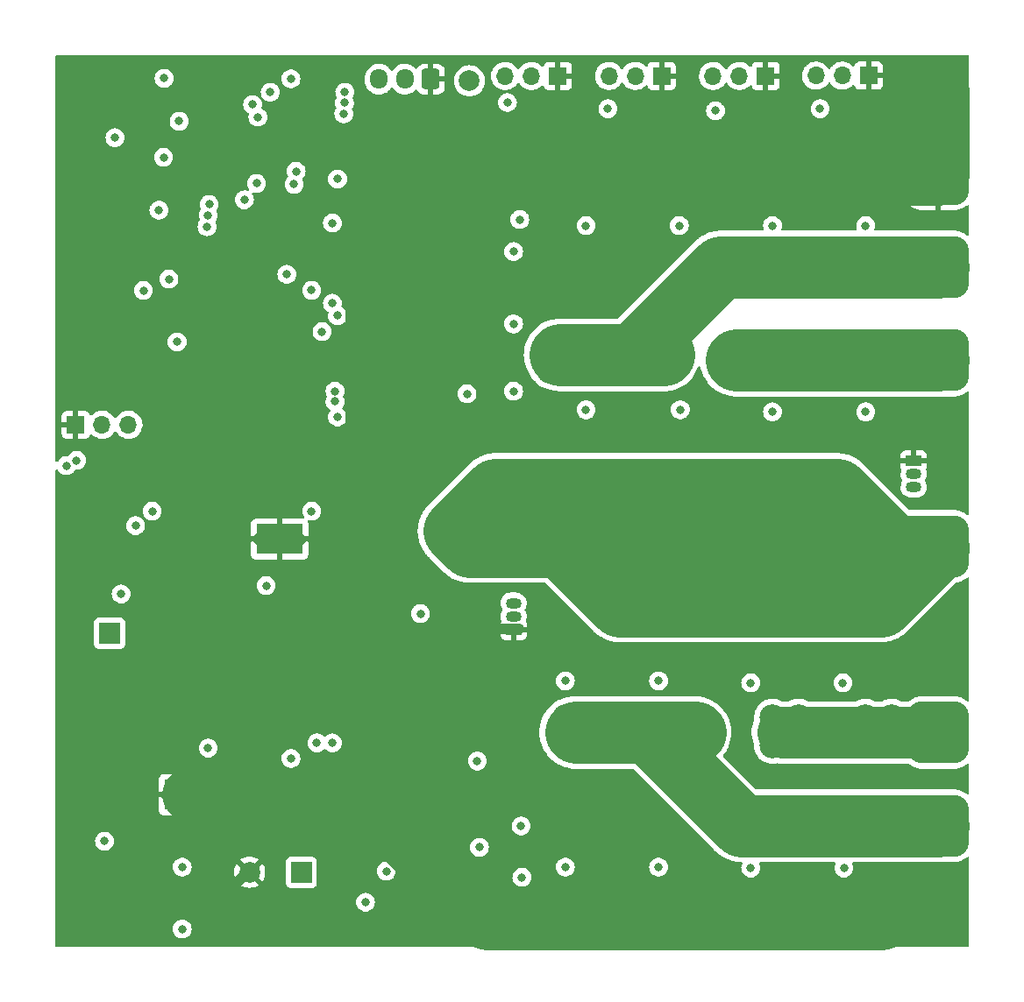
<source format=gbr>
%TF.GenerationSoftware,KiCad,Pcbnew,(6.0.0)*%
%TF.CreationDate,2022-01-17T01:15:48+01:00*%
%TF.ProjectId,DCMotorController,44434d6f-746f-4724-936f-6e74726f6c6c,rev?*%
%TF.SameCoordinates,Original*%
%TF.FileFunction,Copper,L4,Bot*%
%TF.FilePolarity,Positive*%
%FSLAX46Y46*%
G04 Gerber Fmt 4.6, Leading zero omitted, Abs format (unit mm)*
G04 Created by KiCad (PCBNEW (6.0.0)) date 2022-01-17 01:15:48*
%MOMM*%
%LPD*%
G01*
G04 APERTURE LIST*
G04 Aperture macros list*
%AMRoundRect*
0 Rectangle with rounded corners*
0 $1 Rounding radius*
0 $2 $3 $4 $5 $6 $7 $8 $9 X,Y pos of 4 corners*
0 Add a 4 corners polygon primitive as box body*
4,1,4,$2,$3,$4,$5,$6,$7,$8,$9,$2,$3,0*
0 Add four circle primitives for the rounded corners*
1,1,$1+$1,$2,$3*
1,1,$1+$1,$4,$5*
1,1,$1+$1,$6,$7*
1,1,$1+$1,$8,$9*
0 Add four rect primitives between the rounded corners*
20,1,$1+$1,$2,$3,$4,$5,0*
20,1,$1+$1,$4,$5,$6,$7,0*
20,1,$1+$1,$6,$7,$8,$9,0*
20,1,$1+$1,$8,$9,$2,$3,0*%
G04 Aperture macros list end*
%TA.AperFunction,ComponentPad*%
%ADD10RoundRect,0.250000X0.600000X0.725000X-0.600000X0.725000X-0.600000X-0.725000X0.600000X-0.725000X0*%
%TD*%
%TA.AperFunction,ComponentPad*%
%ADD11O,1.700000X1.950000*%
%TD*%
%TA.AperFunction,ComponentPad*%
%ADD12R,1.700000X1.700000*%
%TD*%
%TA.AperFunction,ComponentPad*%
%ADD13O,1.700000X1.700000*%
%TD*%
%TA.AperFunction,ComponentPad*%
%ADD14R,1.500000X1.050000*%
%TD*%
%TA.AperFunction,ComponentPad*%
%ADD15O,1.500000X1.050000*%
%TD*%
%TA.AperFunction,ComponentPad*%
%ADD16C,2.000000*%
%TD*%
%TA.AperFunction,ComponentPad*%
%ADD17RoundRect,1.500000X-1.500000X-1.500000X1.500000X-1.500000X1.500000X1.500000X-1.500000X1.500000X0*%
%TD*%
%TA.AperFunction,ComponentPad*%
%ADD18R,2.000000X2.000000*%
%TD*%
%TA.AperFunction,ComponentPad*%
%ADD19C,0.600000*%
%TD*%
%TA.AperFunction,SMDPad,CuDef*%
%ADD20R,4.500000X2.950000*%
%TD*%
%TA.AperFunction,ViaPad*%
%ADD21C,0.800000*%
%TD*%
%TA.AperFunction,ViaPad*%
%ADD22C,2.500000*%
%TD*%
%TA.AperFunction,ViaPad*%
%ADD23C,6.000000*%
%TD*%
%TA.AperFunction,ViaPad*%
%ADD24C,2.000000*%
%TD*%
%TA.AperFunction,Conductor*%
%ADD25C,1.000000*%
%TD*%
%TA.AperFunction,Conductor*%
%ADD26C,5.000000*%
%TD*%
%TA.AperFunction,Conductor*%
%ADD27C,6.000000*%
%TD*%
G04 APERTURE END LIST*
D10*
%TO.P,1WIRE1,1,Pin_1*%
%TO.N,GND*%
X77500000Y-22837500D03*
D11*
%TO.P,1WIRE1,2,Pin_2*%
%TO.N,Temp*%
X75000000Y-22837500D03*
%TO.P,1WIRE1,3,Pin_3*%
%TO.N,3_3V*%
X72500000Y-22837500D03*
%TD*%
D12*
%TO.P,J2,1,Pin_1*%
%TO.N,GND*%
X43225000Y-56250000D03*
D13*
%TO.P,J2,2,Pin_2*%
%TO.N,Net-(J2-Pad2)*%
X45765000Y-56250000D03*
%TO.P,J2,3,Pin_3*%
%TO.N,Net-(J2-Pad3)*%
X48305000Y-56250000D03*
%TD*%
D14*
%TO.P,U1,1,GND*%
%TO.N,GND*%
X124140000Y-59730000D03*
D15*
%TO.P,U1,2,DQ*%
%TO.N,Temp*%
X124140000Y-61000000D03*
%TO.P,U1,3,VDD*%
%TO.N,3_3V*%
X124140000Y-62270000D03*
%TD*%
D14*
%TO.P,U9,1,GND*%
%TO.N,GND*%
X85500000Y-76040000D03*
D15*
%TO.P,U9,2,DQ*%
%TO.N,Temp*%
X85500000Y-74770000D03*
%TO.P,U9,3,VDD*%
%TO.N,3_3V*%
X85500000Y-73500000D03*
%TD*%
D12*
%TO.P,M1_S1,1,Pin_1*%
%TO.N,GND*%
X89770000Y-22520000D03*
D13*
%TO.P,M1_S1,2,Pin_2*%
%TO.N,5V*%
X87230000Y-22520000D03*
%TO.P,M1_S1,3,Pin_3*%
%TO.N,Net-(M1_S1-Pad3)*%
X84690000Y-22520000D03*
%TD*%
D12*
%TO.P,M1_S2,1,Pin_1*%
%TO.N,GND*%
X99795000Y-22520000D03*
D13*
%TO.P,M1_S2,2,Pin_2*%
%TO.N,5V*%
X97255000Y-22520000D03*
%TO.P,M1_S2,3,Pin_3*%
%TO.N,Net-(M1_S2-Pad3)*%
X94715000Y-22520000D03*
%TD*%
D12*
%TO.P,M2_S1,1,Pin_1*%
%TO.N,GND*%
X109850000Y-22520000D03*
D13*
%TO.P,M2_S1,2,Pin_2*%
%TO.N,5V*%
X107310000Y-22520000D03*
%TO.P,M2_S1,3,Pin_3*%
%TO.N,Net-(M2_S1-Pad3)*%
X104770000Y-22520000D03*
%TD*%
D12*
%TO.P,M2_S2,1,Pin_1*%
%TO.N,GND*%
X119790000Y-22500000D03*
D13*
%TO.P,M2_S2,2,Pin_2*%
%TO.N,5V*%
X117250000Y-22500000D03*
%TO.P,M2_S2,3,Pin_3*%
%TO.N,Net-(M2_S2-Pad3)*%
X114710000Y-22500000D03*
%TD*%
D16*
%TO.P,C23,1*%
%TO.N,VIN*%
X79750000Y-66500000D03*
%TO.P,C23,2*%
%TO.N,GND*%
X72250000Y-66500000D03*
%TD*%
D17*
%TO.P,VIN1,1,Pin_1*%
%TO.N,VIN*%
X126500000Y-68000000D03*
%TD*%
%TO.P,M1-1,1,Pin_1*%
%TO.N,Net-(C11-Pad2)*%
X126500000Y-41000000D03*
%TD*%
%TO.P,M2+1,1,Pin_1*%
%TO.N,Net-(C14-Pad2)*%
X126500000Y-86000000D03*
%TD*%
%TO.P,M2-1,1,Pin_1*%
%TO.N,Net-(C27-Pad2)*%
X126500000Y-95000000D03*
%TD*%
D18*
%TO.P,BZ1,1,-*%
%TO.N,Net-(BZ1-Pad1)*%
X65000000Y-99500000D03*
D16*
%TO.P,BZ1,2,+*%
%TO.N,GND*%
X60000000Y-99500000D03*
%TD*%
D17*
%TO.P,GND1,1,Pin_1*%
%TO.N,GND*%
X126500000Y-32000000D03*
%TD*%
D18*
%TO.P,C30,1*%
%TO.N,5V*%
X46500000Y-76400000D03*
D16*
%TO.P,C30,2*%
%TO.N,GND*%
X46500000Y-81400000D03*
%TD*%
D17*
%TO.P,M1+1,1,Pin_1*%
%TO.N,Net-(C8-Pad2)*%
X126500000Y-50000000D03*
%TD*%
D19*
%TO.P,U7,9,GNDPAD*%
%TO.N,GND*%
X64705000Y-67900000D03*
X63505000Y-67900000D03*
X61105000Y-67900000D03*
D20*
X62905000Y-67300000D03*
D19*
X63505000Y-66700000D03*
X64705000Y-66700000D03*
X61105000Y-66700000D03*
X62205000Y-66700000D03*
X62205000Y-67900000D03*
%TD*%
%TO.P,U10,9,GNDPAD*%
%TO.N,GND*%
X55800000Y-91400000D03*
X52200000Y-92600000D03*
X53400000Y-91400000D03*
X53400000Y-92600000D03*
X55800000Y-92600000D03*
X54700000Y-92600000D03*
D20*
X54000000Y-92000000D03*
D19*
X52200000Y-91400000D03*
X54700000Y-91400000D03*
%TD*%
D21*
%TO.N,3_3V*%
X51750000Y-22750000D03*
X43300000Y-59700000D03*
X47000000Y-28500000D03*
X67000000Y-47250000D03*
X53000000Y-48250000D03*
%TO.N,Temp*%
X68000000Y-36750000D03*
%TO.N,GND*%
X66400000Y-57800000D03*
D22*
X106000000Y-30500000D03*
D21*
X83700000Y-84900000D03*
D23*
X126250000Y-23750000D03*
D22*
X106000000Y-33250000D03*
X110500000Y-105250000D03*
X92500000Y-102500000D03*
X117500000Y-33250000D03*
X104000000Y-105250000D03*
D21*
X68750000Y-43000000D03*
D22*
X95000000Y-102500000D03*
X99500000Y-33250000D03*
X104000000Y-102500000D03*
X97000000Y-30500000D03*
X113000000Y-102500000D03*
X115000000Y-30500000D03*
D23*
X126250000Y-103500000D03*
D22*
X101500000Y-102500000D03*
X88000000Y-33250000D03*
X115000000Y-33250000D03*
X108500000Y-33250000D03*
X122000000Y-102750000D03*
X119500000Y-102750000D03*
X92500000Y-105250000D03*
D23*
X44750000Y-103250000D03*
D22*
X119500000Y-105500000D03*
X95000000Y-105250000D03*
D21*
X80800000Y-44900000D03*
D22*
X88000000Y-30500000D03*
X97000000Y-33250000D03*
D21*
X83100000Y-42400000D03*
D22*
X90500000Y-30500000D03*
X110500000Y-102500000D03*
X99500000Y-30500000D03*
D21*
X81600000Y-40300000D03*
D22*
X113000000Y-105250000D03*
D21*
X50500000Y-95500000D03*
D22*
X101500000Y-105250000D03*
X90500000Y-33250000D03*
X122000000Y-105500000D03*
D21*
X83300000Y-37700000D03*
D22*
X108500000Y-30500000D03*
X117500000Y-30500000D03*
D21*
X82800000Y-49400000D03*
D23*
X44500000Y-23500000D03*
D21*
%TO.N,Net-(C4-Pad2)*%
X49750000Y-43262020D03*
X66000000Y-43250000D03*
%TO.N,Net-(C6-Pad2)*%
X53200000Y-26900000D03*
X52212500Y-42162500D03*
D24*
%TO.N,5V*%
X81240489Y-23000000D03*
D21*
X68000000Y-44500000D03*
X49000000Y-66000000D03*
X68500000Y-55500000D03*
%TO.N,Net-(D5-Pad2)*%
X110500000Y-55000000D03*
X119500000Y-55000000D03*
X85500000Y-46500000D03*
%TO.N,M1_S1*%
X69200000Y-24100000D03*
X56100000Y-34944500D03*
X84900000Y-25100000D03*
%TO.N,M1_S2*%
X56000000Y-36000000D03*
X69170023Y-25129977D03*
X94600000Y-25700000D03*
%TO.N,M2_S1*%
X105000000Y-25900000D03*
X69100000Y-26200000D03*
X55900000Y-37100000D03*
%TO.N,M2_S2*%
X64300000Y-33000000D03*
X115100000Y-25700000D03*
%TO.N,Net-(J2-Pad2)*%
X60300000Y-25300000D03*
%TO.N,Net-(J2-Pad3)*%
X60800000Y-26500000D03*
D22*
%TO.N,VIN*%
X120000000Y-66750000D03*
X117500000Y-69500000D03*
X110500000Y-69500000D03*
X117500000Y-66750000D03*
X99500000Y-66750000D03*
X90500000Y-69500000D03*
X90500000Y-66750000D03*
X102000000Y-66750000D03*
X102000000Y-69500000D03*
X93000000Y-69500000D03*
X108000000Y-66750000D03*
X110500000Y-66750000D03*
X120000000Y-69500000D03*
X108000000Y-69500000D03*
X93000000Y-66750000D03*
X99500000Y-69500000D03*
D21*
X53500000Y-99000000D03*
%TO.N,M2_A_LO*%
X64000000Y-22800000D03*
X73200000Y-99400000D03*
%TO.N,M2_A_HI*%
X71200000Y-102400000D03*
X62000000Y-24100000D03*
%TO.N,M1_A_LO*%
X64500000Y-31750000D03*
X68250000Y-53000000D03*
%TO.N,M1_A_HI*%
X68250000Y-54000000D03*
X63600000Y-41700000D03*
%TO.N,M2_B_HI*%
X60675000Y-32925000D03*
X66500000Y-87000000D03*
%TO.N,M2_B_LO*%
X59500000Y-34500000D03*
X68000000Y-87000000D03*
%TO.N,Net-(C15-Pad1)*%
X50600000Y-64600000D03*
X66000000Y-64600000D03*
%TO.N,Net-(D20-Pad4)*%
X42300000Y-60200000D03*
X51700000Y-30400000D03*
%TO.N,Net-(C21-Pad1)*%
X61600000Y-71800000D03*
X47600000Y-72600000D03*
D22*
%TO.N,Net-(C8-Pad2)*%
X106500000Y-48500000D03*
X109000000Y-48500000D03*
D21*
X81000000Y-53250000D03*
D22*
X109000000Y-51250000D03*
X116500000Y-51250000D03*
X106500000Y-51250000D03*
X119000000Y-48500000D03*
X116500000Y-48500000D03*
X119000000Y-51250000D03*
%TO.N,Net-(C11-Pad2)*%
X98000000Y-51000000D03*
X100500000Y-48250000D03*
X91500000Y-48250000D03*
X89000000Y-48250000D03*
X98000000Y-48250000D03*
X91500000Y-51000000D03*
X89000000Y-51000000D03*
X100500000Y-51000000D03*
%TO.N,Net-(C14-Pad2)*%
X113000000Y-87250000D03*
X122000000Y-87250000D03*
X110500000Y-84500000D03*
X122000000Y-84500000D03*
D21*
X82200000Y-97100000D03*
D22*
X113000000Y-84500000D03*
X110500000Y-87250000D03*
X119500000Y-84500000D03*
X119500000Y-87250000D03*
%TO.N,Net-(C27-Pad2)*%
X102000000Y-87250000D03*
X90500000Y-84500000D03*
X93000000Y-87250000D03*
X102000000Y-84500000D03*
X99500000Y-87250000D03*
D21*
X82000000Y-88750000D03*
D22*
X90500000Y-87250000D03*
X93000000Y-84500000D03*
X99500000Y-84500000D03*
D21*
%TO.N,Net-(D2-Pad2)*%
X119500000Y-37000000D03*
X85500000Y-53000000D03*
X110500000Y-37000000D03*
%TO.N,Net-(D6-Pad2)*%
X92500000Y-54800000D03*
X86100000Y-36400000D03*
X101600000Y-54800000D03*
%TO.N,Net-(D7-Pad2)*%
X92500000Y-37000000D03*
X85500000Y-39500000D03*
X101500000Y-37000000D03*
%TO.N,Net-(D9-Pad2)*%
X86220500Y-95030500D03*
X117300000Y-81200000D03*
X108400000Y-81200000D03*
%TO.N,Net-(D10-Pad2)*%
X86300000Y-100000000D03*
X108400000Y-99100000D03*
X117400000Y-99100000D03*
%TO.N,Net-(D12-Pad2)*%
X99500000Y-81000000D03*
X90500000Y-81000000D03*
%TO.N,Net-(D13-Pad2)*%
X90500000Y-99000000D03*
X99500000Y-99000000D03*
%TO.N,Net-(R11-Pad1)*%
X53500000Y-105000000D03*
X51250000Y-35500000D03*
%TO.N,VMosfet*%
X68500000Y-32500000D03*
X56000000Y-87500000D03*
X64000000Y-88500000D03*
X46000000Y-96500000D03*
X76500000Y-74500000D03*
X68500000Y-45700000D03*
%TD*%
D25*
%TO.N,GND*%
X44750000Y-103250000D02*
X56000000Y-103250000D01*
D26*
X112000000Y-104000000D02*
X121000000Y-104000000D01*
X70100000Y-81400000D02*
X72250000Y-79250000D01*
X54000000Y-92000000D02*
X71000000Y-92000000D01*
D25*
X72150000Y-54050000D02*
X68400000Y-57800000D01*
D27*
X83875000Y-31875000D02*
X84000000Y-32000000D01*
X126500000Y-32000000D02*
X126500000Y-24000000D01*
D26*
X71000000Y-92000000D02*
X72250000Y-93250000D01*
D27*
X126500000Y-24000000D02*
X126250000Y-23750000D01*
X84000000Y-32000000D02*
X126500000Y-32000000D01*
X72250000Y-79250000D02*
X72250000Y-88500000D01*
D25*
X70000000Y-57800000D02*
X72250000Y-60050000D01*
D27*
X72250000Y-43500000D02*
X83875000Y-31875000D01*
D25*
X72250000Y-54050000D02*
X72150000Y-54050000D01*
D26*
X71550000Y-78700000D02*
X72250000Y-78000000D01*
D27*
X72250000Y-93250000D02*
X83000000Y-104000000D01*
X72250000Y-78000000D02*
X72250000Y-79250000D01*
D25*
X72250000Y-61650000D02*
X68400000Y-57800000D01*
D27*
X72250000Y-54050000D02*
X72250000Y-43500000D01*
X72250000Y-66500000D02*
X72250000Y-60050000D01*
D26*
X46500000Y-81400000D02*
X70100000Y-81400000D01*
D25*
X86000000Y-76000000D02*
X74250000Y-76000000D01*
D27*
X72250000Y-66500000D02*
X72250000Y-78000000D01*
D25*
X74250000Y-76000000D02*
X72250000Y-78000000D01*
X66400000Y-57800000D02*
X68400000Y-57800000D01*
D27*
X83000000Y-104000000D02*
X121000000Y-104000000D01*
D25*
X68400000Y-57800000D02*
X70000000Y-57800000D01*
D27*
X72250000Y-60050000D02*
X72250000Y-54050000D01*
D25*
X72250000Y-66500000D02*
X72250000Y-61650000D01*
X56000000Y-103250000D02*
X59500000Y-99750000D01*
X68750000Y-43000000D02*
X71750000Y-43000000D01*
D27*
X72250000Y-88500000D02*
X72250000Y-93250000D01*
%TO.N,VIN*%
X116750000Y-62500000D02*
X122250000Y-68000000D01*
X121000000Y-73750000D02*
X95750000Y-73750000D01*
X126500000Y-68000000D02*
X126500000Y-68250000D01*
X81250000Y-68000000D02*
X79750000Y-66500000D01*
D26*
X109500000Y-68000000D02*
X91000000Y-68000000D01*
D27*
X79750000Y-66500000D02*
X83750000Y-62500000D01*
X83750000Y-62500000D02*
X116750000Y-62500000D01*
D26*
X109500000Y-68000000D02*
X118500000Y-68000000D01*
D27*
X81250000Y-68000000D02*
X126500000Y-68000000D01*
X126500000Y-68250000D02*
X121000000Y-73750000D01*
X95750000Y-73750000D02*
X90000000Y-68000000D01*
D26*
%TO.N,Net-(C8-Pad2)*%
X107000000Y-50000000D02*
X117425000Y-50000000D01*
D27*
X126500000Y-50000000D02*
X107000000Y-50000000D01*
D26*
X117425000Y-50000000D02*
X117500000Y-50075000D01*
D27*
%TO.N,Net-(C11-Pad2)*%
X97000000Y-49500000D02*
X100000000Y-49500000D01*
X105500000Y-41000000D02*
X97000000Y-49500000D01*
X97000000Y-49500000D02*
X90000000Y-49500000D01*
X126500000Y-41000000D02*
X105500000Y-41000000D01*
D26*
%TO.N,Net-(C14-Pad2)*%
X126500000Y-86000000D02*
X111500000Y-86000000D01*
D27*
%TO.N,Net-(C27-Pad2)*%
X107500000Y-95000000D02*
X98500000Y-86000000D01*
X126500000Y-95000000D02*
X107500000Y-95000000D01*
X98500000Y-86000000D02*
X91500000Y-86000000D01*
X98500000Y-86000000D02*
X103000000Y-86000000D01*
%TD*%
%TA.AperFunction,Conductor*%
%TO.N,GND*%
G36*
X129434121Y-20528002D02*
G01*
X129480614Y-20581658D01*
X129492000Y-20634000D01*
X129492000Y-28859869D01*
X129471998Y-28927990D01*
X129418342Y-28974483D01*
X129348068Y-28984587D01*
X129283336Y-28954962D01*
X129214719Y-28895314D01*
X129207700Y-28890024D01*
X128979572Y-28741876D01*
X128971882Y-28737613D01*
X128725353Y-28622655D01*
X128717143Y-28619504D01*
X128457023Y-28539978D01*
X128448453Y-28537999D01*
X128178956Y-28495315D01*
X128171872Y-28494601D01*
X128113669Y-28492060D01*
X128110917Y-28492000D01*
X126772115Y-28492000D01*
X126756876Y-28496475D01*
X126755671Y-28497865D01*
X126754000Y-28505548D01*
X126754000Y-35489884D01*
X126758475Y-35505123D01*
X126759865Y-35506328D01*
X126767548Y-35507999D01*
X128110915Y-35507999D01*
X128113672Y-35507939D01*
X128171855Y-35505399D01*
X128178972Y-35504683D01*
X128448453Y-35462001D01*
X128457023Y-35460022D01*
X128717143Y-35380496D01*
X128725353Y-35377345D01*
X128971882Y-35262387D01*
X128979572Y-35258124D01*
X129207700Y-35109976D01*
X129214719Y-35104686D01*
X129283336Y-35045038D01*
X129347870Y-35015442D01*
X129418160Y-35025434D01*
X129471889Y-35071842D01*
X129492000Y-35140131D01*
X129492000Y-37859205D01*
X129471998Y-37927326D01*
X129418342Y-37973819D01*
X129348068Y-37983923D01*
X129283336Y-37954298D01*
X129252308Y-37927326D01*
X129211697Y-37892023D01*
X129208006Y-37889626D01*
X129208002Y-37889623D01*
X128979815Y-37741437D01*
X128976118Y-37739036D01*
X128972132Y-37737177D01*
X128972126Y-37737174D01*
X128725534Y-37622187D01*
X128725529Y-37622185D01*
X128721540Y-37620325D01*
X128717327Y-37619037D01*
X128717322Y-37619035D01*
X128554514Y-37569259D01*
X128452918Y-37538198D01*
X128448578Y-37537511D01*
X128448571Y-37537509D01*
X128179003Y-37494815D01*
X128175480Y-37494257D01*
X128171919Y-37494102D01*
X128171914Y-37494101D01*
X128113713Y-37491560D01*
X128113709Y-37491560D01*
X128112337Y-37491500D01*
X120468979Y-37491500D01*
X120400858Y-37471498D01*
X120354365Y-37417842D01*
X120344261Y-37347568D01*
X120349146Y-37326564D01*
X120391502Y-37196206D01*
X120393542Y-37189928D01*
X120413504Y-37000000D01*
X120407850Y-36946206D01*
X120394232Y-36816635D01*
X120394232Y-36816633D01*
X120393542Y-36810072D01*
X120334527Y-36628444D01*
X120239040Y-36463056D01*
X120161804Y-36377276D01*
X120115675Y-36326045D01*
X120115674Y-36326044D01*
X120111253Y-36321134D01*
X119956752Y-36208882D01*
X119950724Y-36206198D01*
X119950722Y-36206197D01*
X119788319Y-36133891D01*
X119788318Y-36133891D01*
X119782288Y-36131206D01*
X119688887Y-36111353D01*
X119601944Y-36092872D01*
X119601939Y-36092872D01*
X119595487Y-36091500D01*
X119404513Y-36091500D01*
X119398061Y-36092872D01*
X119398056Y-36092872D01*
X119311112Y-36111353D01*
X119217712Y-36131206D01*
X119211682Y-36133891D01*
X119211681Y-36133891D01*
X119049278Y-36206197D01*
X119049276Y-36206198D01*
X119043248Y-36208882D01*
X118888747Y-36321134D01*
X118884326Y-36326044D01*
X118884325Y-36326045D01*
X118838197Y-36377276D01*
X118760960Y-36463056D01*
X118665473Y-36628444D01*
X118606458Y-36810072D01*
X118605768Y-36816633D01*
X118605768Y-36816635D01*
X118592150Y-36946206D01*
X118586496Y-37000000D01*
X118606458Y-37189928D01*
X118608498Y-37196206D01*
X118650854Y-37326564D01*
X118652882Y-37397531D01*
X118616219Y-37458329D01*
X118552507Y-37489655D01*
X118531021Y-37491500D01*
X111468979Y-37491500D01*
X111400858Y-37471498D01*
X111354365Y-37417842D01*
X111344261Y-37347568D01*
X111349146Y-37326564D01*
X111391502Y-37196206D01*
X111393542Y-37189928D01*
X111413504Y-37000000D01*
X111407850Y-36946206D01*
X111394232Y-36816635D01*
X111394232Y-36816633D01*
X111393542Y-36810072D01*
X111334527Y-36628444D01*
X111239040Y-36463056D01*
X111161804Y-36377276D01*
X111115675Y-36326045D01*
X111115674Y-36326044D01*
X111111253Y-36321134D01*
X110956752Y-36208882D01*
X110950724Y-36206198D01*
X110950722Y-36206197D01*
X110788319Y-36133891D01*
X110788318Y-36133891D01*
X110782288Y-36131206D01*
X110688887Y-36111353D01*
X110601944Y-36092872D01*
X110601939Y-36092872D01*
X110595487Y-36091500D01*
X110404513Y-36091500D01*
X110398061Y-36092872D01*
X110398056Y-36092872D01*
X110311112Y-36111353D01*
X110217712Y-36131206D01*
X110211682Y-36133891D01*
X110211681Y-36133891D01*
X110049278Y-36206197D01*
X110049276Y-36206198D01*
X110043248Y-36208882D01*
X109888747Y-36321134D01*
X109884326Y-36326044D01*
X109884325Y-36326045D01*
X109838197Y-36377276D01*
X109760960Y-36463056D01*
X109665473Y-36628444D01*
X109606458Y-36810072D01*
X109605768Y-36816633D01*
X109605768Y-36816635D01*
X109592150Y-36946206D01*
X109586496Y-37000000D01*
X109606458Y-37189928D01*
X109608498Y-37196206D01*
X109650854Y-37326564D01*
X109652882Y-37397531D01*
X109616219Y-37458329D01*
X109552507Y-37489655D01*
X109531021Y-37491500D01*
X105622211Y-37491500D01*
X105613750Y-37491216D01*
X105552401Y-37487087D01*
X105552398Y-37487087D01*
X105549055Y-37486862D01*
X105433482Y-37491403D01*
X105428535Y-37491500D01*
X105406539Y-37491500D01*
X105338708Y-37495115D01*
X105337011Y-37495194D01*
X105279904Y-37497437D01*
X105178809Y-37501409D01*
X105178803Y-37501410D01*
X105175458Y-37501541D01*
X105172144Y-37502027D01*
X105172138Y-37502028D01*
X105156934Y-37504260D01*
X105145338Y-37505418D01*
X105126643Y-37506414D01*
X105123340Y-37506946D01*
X105123331Y-37506947D01*
X105052631Y-37518335D01*
X104967033Y-37532122D01*
X104965428Y-37532369D01*
X104866601Y-37546874D01*
X104808865Y-37555348D01*
X104808861Y-37555349D01*
X104805535Y-37555837D01*
X104795901Y-37558320D01*
X104787400Y-37560510D01*
X104775999Y-37562891D01*
X104760835Y-37565334D01*
X104760830Y-37565335D01*
X104757515Y-37565869D01*
X104754283Y-37566750D01*
X104754279Y-37566751D01*
X104670721Y-37589532D01*
X104601653Y-37608362D01*
X104600003Y-37608799D01*
X104443476Y-37649134D01*
X104440350Y-37650306D01*
X104440340Y-37650309D01*
X104425934Y-37655710D01*
X104414845Y-37659291D01*
X104400039Y-37663328D01*
X104400034Y-37663329D01*
X104396794Y-37664213D01*
X104246303Y-37723038D01*
X104244748Y-37723633D01*
X104093381Y-37780378D01*
X104090394Y-37781877D01*
X104090385Y-37781881D01*
X104076648Y-37788775D01*
X104066004Y-37793514D01*
X104051698Y-37799106D01*
X104051686Y-37799112D01*
X104048566Y-37800331D01*
X103935229Y-37859205D01*
X103905159Y-37874825D01*
X103903592Y-37875625D01*
X103762212Y-37946577D01*
X103762206Y-37946581D01*
X103759216Y-37948081D01*
X103756396Y-37949895D01*
X103756394Y-37949896D01*
X103743470Y-37958209D01*
X103733398Y-37964048D01*
X103716774Y-37972683D01*
X103582108Y-38061986D01*
X103580635Y-38062948D01*
X103447577Y-38148533D01*
X103447573Y-38148536D01*
X103444762Y-38150344D01*
X103442161Y-38152439D01*
X103442154Y-38152444D01*
X103430180Y-38162089D01*
X103420781Y-38168968D01*
X103407969Y-38177464D01*
X103407959Y-38177472D01*
X103405176Y-38179317D01*
X103402600Y-38181452D01*
X103402589Y-38181460D01*
X103280816Y-38282379D01*
X103279453Y-38283493D01*
X103155557Y-38383285D01*
X103155542Y-38383298D01*
X103153583Y-38384876D01*
X103149262Y-38388970D01*
X103139221Y-38399011D01*
X103130526Y-38406930D01*
X103119886Y-38415748D01*
X103119877Y-38415757D01*
X103117300Y-38417892D01*
X103114966Y-38420288D01*
X103003232Y-38534986D01*
X103002073Y-38536159D01*
X95583637Y-45954595D01*
X95521325Y-45988621D01*
X95494542Y-45991500D01*
X89906539Y-45991500D01*
X89904873Y-45991589D01*
X89904864Y-45991589D01*
X89629978Y-46006236D01*
X89629972Y-46006237D01*
X89626643Y-46006414D01*
X89623351Y-46006944D01*
X89623344Y-46006945D01*
X89260830Y-46065335D01*
X89257515Y-46065869D01*
X89254275Y-46066752D01*
X89254272Y-46066753D01*
X89027993Y-46128444D01*
X88896794Y-46164213D01*
X88548566Y-46300331D01*
X88545584Y-46301880D01*
X88235871Y-46462763D01*
X88216774Y-46472683D01*
X87905176Y-46679317D01*
X87617300Y-46917892D01*
X87356405Y-47185708D01*
X87354338Y-47188340D01*
X87354334Y-47188344D01*
X87127519Y-47477093D01*
X87125447Y-47479731D01*
X86927041Y-47796631D01*
X86925571Y-47799652D01*
X86769593Y-48120166D01*
X86763434Y-48132821D01*
X86636477Y-48484493D01*
X86547610Y-48847664D01*
X86547164Y-48850983D01*
X86547164Y-48850984D01*
X86511553Y-49116109D01*
X86497837Y-49218223D01*
X86487724Y-49591972D01*
X86487990Y-49595313D01*
X86487990Y-49595318D01*
X86493286Y-49661859D01*
X86517384Y-49964680D01*
X86518004Y-49967975D01*
X86518004Y-49967978D01*
X86552673Y-50152336D01*
X86586482Y-50332126D01*
X86694234Y-50690149D01*
X86839422Y-51034694D01*
X87020400Y-51361861D01*
X87022321Y-51364599D01*
X87022327Y-51364609D01*
X87141644Y-51534694D01*
X87235120Y-51667943D01*
X87481149Y-51949476D01*
X87483613Y-51951754D01*
X87483623Y-51951764D01*
X87579422Y-52040320D01*
X87594851Y-52057455D01*
X87666330Y-52153177D01*
X87666335Y-52153183D01*
X87669122Y-52156915D01*
X87672431Y-52160195D01*
X87672436Y-52160201D01*
X87851426Y-52337635D01*
X87854743Y-52340923D01*
X87858505Y-52343681D01*
X87858508Y-52343684D01*
X88061750Y-52492707D01*
X88065524Y-52495474D01*
X88069667Y-52497654D01*
X88069669Y-52497655D01*
X88292684Y-52614989D01*
X88292689Y-52614991D01*
X88296834Y-52617172D01*
X88500289Y-52688222D01*
X88533067Y-52699669D01*
X88543590Y-52703344D01*
X88548184Y-52704216D01*
X88548187Y-52704217D01*
X88571780Y-52708697D01*
X88600428Y-52717784D01*
X88701617Y-52763791D01*
X88718013Y-52771246D01*
X88854856Y-52816635D01*
X89069696Y-52887895D01*
X89069703Y-52887897D01*
X89072887Y-52888953D01*
X89076172Y-52889666D01*
X89076171Y-52889666D01*
X89434981Y-52967572D01*
X89434984Y-52967572D01*
X89438261Y-52968284D01*
X89633587Y-52989331D01*
X89807477Y-53008068D01*
X89807485Y-53008069D01*
X89809995Y-53008339D01*
X89812515Y-53008407D01*
X89812527Y-53008408D01*
X89814515Y-53008461D01*
X89815945Y-53008500D01*
X96877787Y-53008500D01*
X96886247Y-53008784D01*
X96947598Y-53012913D01*
X96947601Y-53012913D01*
X96950944Y-53013138D01*
X97066518Y-53008597D01*
X97071465Y-53008500D01*
X100093461Y-53008500D01*
X100095127Y-53008411D01*
X100095136Y-53008411D01*
X100370022Y-52993764D01*
X100370028Y-52993763D01*
X100373357Y-52993586D01*
X100376649Y-52993056D01*
X100376656Y-52993055D01*
X100739170Y-52934665D01*
X100739171Y-52934665D01*
X100742485Y-52934131D01*
X100745725Y-52933248D01*
X100745728Y-52933247D01*
X101099960Y-52836672D01*
X101099961Y-52836672D01*
X101103206Y-52835787D01*
X101405091Y-52717784D01*
X101448303Y-52700893D01*
X101448305Y-52700892D01*
X101451434Y-52699669D01*
X101588548Y-52628444D01*
X101780256Y-52528860D01*
X101780259Y-52528858D01*
X101783226Y-52527317D01*
X102094824Y-52320683D01*
X102382700Y-52082108D01*
X102643595Y-51814292D01*
X102756574Y-51670464D01*
X102872481Y-51522907D01*
X102872482Y-51522905D01*
X102874553Y-51520269D01*
X103072959Y-51203369D01*
X103236566Y-50867179D01*
X103314040Y-50652575D01*
X103355985Y-50595294D01*
X103422240Y-50569783D01*
X103491769Y-50584142D01*
X103542498Y-50633811D01*
X103556384Y-50672074D01*
X103586482Y-50832126D01*
X103694234Y-51190149D01*
X103695536Y-51193238D01*
X103832146Y-51517427D01*
X103839422Y-51534694D01*
X104020400Y-51861861D01*
X104022321Y-51864599D01*
X104022327Y-51864609D01*
X104211232Y-52133891D01*
X104235120Y-52167943D01*
X104481149Y-52449476D01*
X104483610Y-52451751D01*
X104483613Y-52451754D01*
X104502025Y-52468774D01*
X104755702Y-52703270D01*
X105055670Y-52926452D01*
X105058557Y-52928156D01*
X105374764Y-53114789D01*
X105374769Y-53114792D01*
X105377655Y-53116495D01*
X105718013Y-53271246D01*
X105899521Y-53331450D01*
X106069696Y-53387895D01*
X106069703Y-53387897D01*
X106072887Y-53388953D01*
X106076172Y-53389666D01*
X106076171Y-53389666D01*
X106434981Y-53467572D01*
X106434984Y-53467572D01*
X106438261Y-53468284D01*
X106633587Y-53489331D01*
X106807477Y-53508068D01*
X106807485Y-53508069D01*
X106809995Y-53508339D01*
X106812515Y-53508407D01*
X106812527Y-53508408D01*
X106814515Y-53508461D01*
X106815945Y-53508500D01*
X126593461Y-53508500D01*
X126593468Y-53508499D01*
X128112336Y-53508499D01*
X128113705Y-53508439D01*
X128113716Y-53508439D01*
X128171914Y-53505899D01*
X128171920Y-53505898D01*
X128175480Y-53505743D01*
X128249592Y-53494005D01*
X128448571Y-53462491D01*
X128448578Y-53462489D01*
X128452918Y-53461802D01*
X128554514Y-53430741D01*
X128717322Y-53380965D01*
X128717327Y-53380963D01*
X128721540Y-53379675D01*
X128725529Y-53377815D01*
X128725534Y-53377813D01*
X128972126Y-53262826D01*
X128972132Y-53262823D01*
X128976118Y-53260964D01*
X129034360Y-53223141D01*
X129208002Y-53110377D01*
X129208006Y-53110374D01*
X129211697Y-53107977D01*
X129283336Y-53045702D01*
X129347870Y-53016106D01*
X129418160Y-53026098D01*
X129471890Y-53072506D01*
X129492000Y-53140795D01*
X129492000Y-64859205D01*
X129471998Y-64927326D01*
X129418342Y-64973819D01*
X129348068Y-64983923D01*
X129283336Y-64954298D01*
X129242062Y-64918419D01*
X129211697Y-64892023D01*
X129208006Y-64889626D01*
X129208002Y-64889623D01*
X128979815Y-64741437D01*
X128976118Y-64739036D01*
X128972132Y-64737177D01*
X128972126Y-64737174D01*
X128725534Y-64622187D01*
X128725529Y-64622185D01*
X128721540Y-64620325D01*
X128717327Y-64619037D01*
X128717322Y-64619035D01*
X128554514Y-64569259D01*
X128452918Y-64538198D01*
X128448578Y-64537511D01*
X128448571Y-64537509D01*
X128179003Y-64494815D01*
X128175480Y-64494257D01*
X128171919Y-64494102D01*
X128171914Y-64494101D01*
X128113713Y-64491560D01*
X128113709Y-64491560D01*
X128112337Y-64491500D01*
X126549287Y-64491500D01*
X126545879Y-64491454D01*
X126545311Y-64491439D01*
X126408028Y-64487724D01*
X126404687Y-64487990D01*
X126404683Y-64487990D01*
X126365568Y-64491103D01*
X126355572Y-64491500D01*
X123755458Y-64491500D01*
X123687337Y-64471498D01*
X123666363Y-64454595D01*
X121474518Y-62262750D01*
X122876524Y-62262750D01*
X122894894Y-62464596D01*
X122952119Y-62659029D01*
X122954972Y-62664486D01*
X122954973Y-62664489D01*
X122959127Y-62672435D01*
X123046019Y-62838645D01*
X123049879Y-62843445D01*
X123049879Y-62843446D01*
X123055729Y-62850722D01*
X123173019Y-62996601D01*
X123328281Y-63126881D01*
X123333673Y-63129845D01*
X123333677Y-63129848D01*
X123500494Y-63221556D01*
X123505891Y-63224523D01*
X123699084Y-63285807D01*
X123705201Y-63286493D01*
X123705205Y-63286494D01*
X123779348Y-63294810D01*
X123856817Y-63303500D01*
X124416004Y-63303500D01*
X124566713Y-63288723D01*
X124760742Y-63230142D01*
X124939698Y-63134990D01*
X125096763Y-63006890D01*
X125109246Y-62991801D01*
X125222027Y-62855472D01*
X125222029Y-62855469D01*
X125225956Y-62850722D01*
X125322356Y-62672435D01*
X125382290Y-62478820D01*
X125403476Y-62277250D01*
X125385106Y-62075404D01*
X125327881Y-61880971D01*
X125323951Y-61873452D01*
X125236835Y-61706815D01*
X125233981Y-61701355D01*
X125234016Y-61701337D01*
X125214111Y-61635559D01*
X125229271Y-61574591D01*
X125319426Y-61407853D01*
X125322356Y-61402435D01*
X125382290Y-61208820D01*
X125397008Y-61068794D01*
X125402832Y-61013378D01*
X125402832Y-61013377D01*
X125403476Y-61007250D01*
X125385106Y-60805404D01*
X125379188Y-60785294D01*
X125356494Y-60708188D01*
X125327881Y-60610971D01*
X125328559Y-60610771D01*
X125322044Y-60544727D01*
X125335320Y-60507677D01*
X125343321Y-60493063D01*
X125388478Y-60372606D01*
X125392105Y-60357351D01*
X125397631Y-60306486D01*
X125398000Y-60299672D01*
X125398000Y-60002115D01*
X125393525Y-59986876D01*
X125392135Y-59985671D01*
X125384452Y-59984000D01*
X124586242Y-59984000D01*
X124572197Y-59983215D01*
X124557799Y-59981600D01*
X124423183Y-59966500D01*
X123863996Y-59966500D01*
X123713287Y-59981277D01*
X123710998Y-59981968D01*
X123690276Y-59984000D01*
X122900116Y-59984000D01*
X122884877Y-59988475D01*
X122883672Y-59989865D01*
X122882001Y-59997548D01*
X122882001Y-60299669D01*
X122882371Y-60306490D01*
X122887895Y-60357352D01*
X122891521Y-60372604D01*
X122936677Y-60493056D01*
X122945114Y-60508466D01*
X122960284Y-60577823D01*
X122954960Y-60606235D01*
X122897710Y-60791180D01*
X122876524Y-60992750D01*
X122883200Y-61066109D01*
X122886934Y-61107128D01*
X122894894Y-61194596D01*
X122952119Y-61389029D01*
X122954972Y-61394486D01*
X122954973Y-61394489D01*
X122959127Y-61402435D01*
X123045923Y-61568460D01*
X123045923Y-61568462D01*
X123046019Y-61568645D01*
X123045984Y-61568663D01*
X123065889Y-61634441D01*
X123050729Y-61695409D01*
X122957644Y-61867565D01*
X122897710Y-62061180D01*
X122876524Y-62262750D01*
X121474518Y-62262750D01*
X119317305Y-60105537D01*
X119311523Y-60099354D01*
X119271060Y-60053052D01*
X119268851Y-60050524D01*
X119252589Y-60035491D01*
X119183902Y-59971998D01*
X119180336Y-59968568D01*
X119164797Y-59953029D01*
X119163560Y-59951917D01*
X119163544Y-59951902D01*
X119114264Y-59907608D01*
X119112963Y-59906423D01*
X118996760Y-59799006D01*
X118994298Y-59796730D01*
X118979273Y-59785551D01*
X118970264Y-59778177D01*
X118958834Y-59767904D01*
X118958832Y-59767902D01*
X118956335Y-59765658D01*
X118825373Y-59671033D01*
X118823984Y-59670014D01*
X118822579Y-59668968D01*
X118694330Y-59573548D01*
X118691448Y-59571847D01*
X118691439Y-59571841D01*
X118678197Y-59564025D01*
X118668455Y-59557650D01*
X118656000Y-59548651D01*
X118655993Y-59548646D01*
X118653281Y-59546687D01*
X118589218Y-59510072D01*
X118513063Y-59466546D01*
X118511541Y-59465662D01*
X118498365Y-59457885D01*
X122882000Y-59457885D01*
X122886475Y-59473124D01*
X122887865Y-59474329D01*
X122895548Y-59476000D01*
X123867885Y-59476000D01*
X123883124Y-59471525D01*
X123884329Y-59470135D01*
X123886000Y-59462452D01*
X123886000Y-59457885D01*
X124394000Y-59457885D01*
X124398475Y-59473124D01*
X124399865Y-59474329D01*
X124407548Y-59476000D01*
X125379884Y-59476000D01*
X125395123Y-59471525D01*
X125396328Y-59470135D01*
X125397999Y-59462452D01*
X125397999Y-59160331D01*
X125397629Y-59153510D01*
X125392105Y-59102648D01*
X125388479Y-59087396D01*
X125343324Y-58966946D01*
X125334786Y-58951351D01*
X125258285Y-58849276D01*
X125245724Y-58836715D01*
X125143649Y-58760214D01*
X125128054Y-58751676D01*
X125007606Y-58706522D01*
X124992351Y-58702895D01*
X124941486Y-58697369D01*
X124934672Y-58697000D01*
X124412115Y-58697000D01*
X124396876Y-58701475D01*
X124395671Y-58702865D01*
X124394000Y-58710548D01*
X124394000Y-59457885D01*
X123886000Y-59457885D01*
X123886000Y-58715116D01*
X123881525Y-58699877D01*
X123880135Y-58698672D01*
X123872452Y-58697001D01*
X123345331Y-58697001D01*
X123338510Y-58697371D01*
X123287648Y-58702895D01*
X123272396Y-58706521D01*
X123151946Y-58751676D01*
X123136351Y-58760214D01*
X123034276Y-58836715D01*
X123021715Y-58849276D01*
X122945214Y-58951351D01*
X122936676Y-58966946D01*
X122891522Y-59087394D01*
X122887895Y-59102649D01*
X122882369Y-59153514D01*
X122882000Y-59160328D01*
X122882000Y-59457885D01*
X118498365Y-59457885D01*
X118375235Y-59385211D01*
X118372345Y-59383505D01*
X118369293Y-59382117D01*
X118369281Y-59382111D01*
X118355290Y-59375749D01*
X118344924Y-59370445D01*
X118331586Y-59362822D01*
X118331574Y-59362816D01*
X118328673Y-59361158D01*
X118325603Y-59359814D01*
X118325592Y-59359808D01*
X118180692Y-59296351D01*
X118179086Y-59295635D01*
X118035034Y-59230139D01*
X118035028Y-59230137D01*
X118031987Y-59228754D01*
X118028814Y-59227702D01*
X118028805Y-59227698D01*
X118014218Y-59222860D01*
X118003340Y-59218684D01*
X117989266Y-59212521D01*
X117989258Y-59212518D01*
X117986189Y-59211174D01*
X117832106Y-59162444D01*
X117830517Y-59161929D01*
X117677113Y-59111047D01*
X117673836Y-59110335D01*
X117673827Y-59110333D01*
X117658816Y-59107074D01*
X117647573Y-59104083D01*
X117629705Y-59098432D01*
X117488031Y-59069737D01*
X117471377Y-59066364D01*
X117469655Y-59066003D01*
X117451057Y-59061965D01*
X117311739Y-59031716D01*
X117308419Y-59031358D01*
X117308393Y-59031354D01*
X117293108Y-59029707D01*
X117281602Y-59027926D01*
X117266560Y-59024880D01*
X117266554Y-59024879D01*
X117263260Y-59024212D01*
X117102437Y-59009151D01*
X117100775Y-59008984D01*
X117010132Y-58999217D01*
X116942523Y-58991932D01*
X116942515Y-58991931D01*
X116940005Y-58991661D01*
X116937482Y-58991593D01*
X116937471Y-58991592D01*
X116935536Y-58991540D01*
X116934055Y-58991500D01*
X116919837Y-58991500D01*
X116908089Y-58990951D01*
X116903788Y-58990548D01*
X116891003Y-58989351D01*
X116887637Y-58989395D01*
X116887636Y-58989395D01*
X116727646Y-58991489D01*
X116725997Y-58991500D01*
X83872211Y-58991500D01*
X83863750Y-58991216D01*
X83802401Y-58987087D01*
X83802398Y-58987087D01*
X83799055Y-58986862D01*
X83683482Y-58991403D01*
X83678535Y-58991500D01*
X83656539Y-58991500D01*
X83588708Y-58995115D01*
X83587011Y-58995194D01*
X83529904Y-58997437D01*
X83428809Y-59001409D01*
X83428803Y-59001410D01*
X83425458Y-59001541D01*
X83422144Y-59002027D01*
X83422138Y-59002028D01*
X83406934Y-59004260D01*
X83395338Y-59005418D01*
X83376643Y-59006414D01*
X83373340Y-59006946D01*
X83373331Y-59006947D01*
X83302631Y-59018335D01*
X83217033Y-59032122D01*
X83215428Y-59032369D01*
X83116601Y-59046874D01*
X83058865Y-59055348D01*
X83058861Y-59055349D01*
X83055535Y-59055837D01*
X83045901Y-59058320D01*
X83037400Y-59060510D01*
X83025999Y-59062891D01*
X83010835Y-59065334D01*
X83010830Y-59065335D01*
X83007515Y-59065869D01*
X83004283Y-59066750D01*
X83004279Y-59066751D01*
X82928562Y-59087394D01*
X82851653Y-59108362D01*
X82850003Y-59108799D01*
X82693476Y-59149134D01*
X82690350Y-59150306D01*
X82690340Y-59150309D01*
X82675934Y-59155710D01*
X82664845Y-59159291D01*
X82650039Y-59163328D01*
X82650034Y-59163329D01*
X82646794Y-59164213D01*
X82643672Y-59165433D01*
X82643670Y-59165434D01*
X82604482Y-59180752D01*
X82496303Y-59223038D01*
X82494748Y-59223633D01*
X82343381Y-59280378D01*
X82340394Y-59281877D01*
X82340385Y-59281881D01*
X82326648Y-59288775D01*
X82316004Y-59293514D01*
X82301698Y-59299106D01*
X82301686Y-59299112D01*
X82298566Y-59300331D01*
X82155159Y-59374825D01*
X82153592Y-59375625D01*
X82012212Y-59446577D01*
X82012206Y-59446581D01*
X82009216Y-59448081D01*
X82006396Y-59449895D01*
X82006394Y-59449896D01*
X81993470Y-59458209D01*
X81983398Y-59464048D01*
X81966774Y-59472683D01*
X81833498Y-59561064D01*
X81832108Y-59561986D01*
X81830644Y-59562942D01*
X81816809Y-59571841D01*
X81697577Y-59648533D01*
X81697573Y-59648536D01*
X81694762Y-59650344D01*
X81692161Y-59652439D01*
X81692154Y-59652444D01*
X81680180Y-59662089D01*
X81670781Y-59668968D01*
X81657969Y-59677464D01*
X81657959Y-59677472D01*
X81655176Y-59679317D01*
X81652600Y-59681452D01*
X81652589Y-59681460D01*
X81530816Y-59782379D01*
X81529453Y-59783493D01*
X81405566Y-59883278D01*
X81405555Y-59883288D01*
X81403583Y-59884876D01*
X81399262Y-59888969D01*
X81389215Y-59899016D01*
X81380520Y-59906935D01*
X81369886Y-59915748D01*
X81369877Y-59915757D01*
X81367300Y-59917892D01*
X81277502Y-60010072D01*
X81253268Y-60034949D01*
X81252109Y-60036122D01*
X77303991Y-63984241D01*
X77301550Y-63986618D01*
X77201412Y-64081480D01*
X77199241Y-64084026D01*
X77199230Y-64084038D01*
X77110986Y-64187541D01*
X77108814Y-64190023D01*
X77068631Y-64234729D01*
X77015658Y-64293665D01*
X76991669Y-64326866D01*
X76985423Y-64334818D01*
X76958840Y-64365997D01*
X76956955Y-64368755D01*
X76956949Y-64368763D01*
X76924232Y-64416635D01*
X76886738Y-64471498D01*
X76880189Y-64481080D01*
X76878300Y-64483768D01*
X76796687Y-64596719D01*
X76782131Y-64622187D01*
X76776362Y-64632281D01*
X76771004Y-64640839D01*
X76747876Y-64674680D01*
X76685952Y-64789928D01*
X76681911Y-64797448D01*
X76680326Y-64800308D01*
X76611158Y-64921327D01*
X76609814Y-64924397D01*
X76609807Y-64924410D01*
X76594723Y-64958853D01*
X76590305Y-64967933D01*
X76570908Y-65004033D01*
X76518348Y-65133150D01*
X76517081Y-65136148D01*
X76462521Y-65260734D01*
X76462518Y-65260742D01*
X76461174Y-65263811D01*
X76459884Y-65267890D01*
X76448823Y-65302864D01*
X76445389Y-65312376D01*
X76431209Y-65347210D01*
X76429941Y-65350326D01*
X76391406Y-65484274D01*
X76390469Y-65487377D01*
X76348432Y-65620295D01*
X76347767Y-65623580D01*
X76347762Y-65623598D01*
X76340297Y-65660456D01*
X76337896Y-65670271D01*
X76326570Y-65709639D01*
X76325990Y-65712947D01*
X76325989Y-65712950D01*
X76302484Y-65846938D01*
X76301871Y-65850179D01*
X76274212Y-65986740D01*
X76272047Y-66009862D01*
X76270393Y-66027520D01*
X76269047Y-66037542D01*
X76267643Y-66045548D01*
X76261967Y-66077902D01*
X76261743Y-66081233D01*
X76261742Y-66081240D01*
X76258093Y-66135461D01*
X76254006Y-66196206D01*
X76252607Y-66216992D01*
X76252345Y-66220246D01*
X76239351Y-66358997D01*
X76239834Y-66395860D01*
X76239887Y-66399944D01*
X76239614Y-66410045D01*
X76236862Y-66450944D01*
X76239166Y-66509580D01*
X76242335Y-66590224D01*
X76242421Y-66593506D01*
X76243420Y-66669903D01*
X76243647Y-66687192D01*
X76244244Y-66732852D01*
X76248969Y-66772185D01*
X76249131Y-66773533D01*
X76249933Y-66783610D01*
X76251541Y-66824542D01*
X76267822Y-66935460D01*
X76271775Y-66962394D01*
X76272208Y-66965638D01*
X76288838Y-67104070D01*
X76289588Y-67107330D01*
X76289588Y-67107332D01*
X76298021Y-67144001D01*
X76299886Y-67153917D01*
X76305837Y-67194465D01*
X76306674Y-67197713D01*
X76306676Y-67197723D01*
X76340613Y-67329421D01*
X76341394Y-67332624D01*
X76372626Y-67468446D01*
X76373719Y-67471611D01*
X76385996Y-67507168D01*
X76388910Y-67516849D01*
X76399134Y-67556524D01*
X76400313Y-67559670D01*
X76400314Y-67559672D01*
X76448069Y-67687059D01*
X76449186Y-67690162D01*
X76494661Y-67821856D01*
X76512075Y-67858947D01*
X76515987Y-67868232D01*
X76530378Y-67906619D01*
X76531885Y-67909623D01*
X76531886Y-67909624D01*
X76592901Y-68031202D01*
X76594335Y-68034156D01*
X76653558Y-68160298D01*
X76655294Y-68163159D01*
X76655300Y-68163170D01*
X76674814Y-68195328D01*
X76679708Y-68204175D01*
X76698080Y-68240784D01*
X76773504Y-68358044D01*
X76775229Y-68360805D01*
X76847520Y-68479937D01*
X76849549Y-68482595D01*
X76849554Y-68482603D01*
X76872370Y-68512500D01*
X76878176Y-68520776D01*
X76900343Y-68555238D01*
X76902450Y-68557854D01*
X76902453Y-68557858D01*
X76987760Y-68663768D01*
X76989796Y-68666364D01*
X77074350Y-68777157D01*
X77102539Y-68806914D01*
X77109178Y-68814511D01*
X77134876Y-68846416D01*
X77138969Y-68850738D01*
X77234257Y-68946026D01*
X77236635Y-68948468D01*
X77312592Y-69028649D01*
X77331480Y-69048588D01*
X77334037Y-69050768D01*
X77334038Y-69050769D01*
X77363891Y-69076221D01*
X77371239Y-69083008D01*
X78682695Y-70394463D01*
X78688477Y-70400645D01*
X78731149Y-70449476D01*
X78733610Y-70451751D01*
X78733613Y-70451754D01*
X78816097Y-70528001D01*
X78819663Y-70531431D01*
X78835203Y-70546971D01*
X78836440Y-70548083D01*
X78836456Y-70548098D01*
X78885726Y-70592383D01*
X78887021Y-70593563D01*
X79005702Y-70703270D01*
X79008397Y-70705275D01*
X79020735Y-70714455D01*
X79029750Y-70721834D01*
X79043665Y-70734341D01*
X79046382Y-70736304D01*
X79174604Y-70828951D01*
X79176023Y-70829992D01*
X79258693Y-70891500D01*
X79305670Y-70926452D01*
X79308559Y-70928157D01*
X79321797Y-70935970D01*
X79331544Y-70942349D01*
X79343992Y-70951343D01*
X79343998Y-70951347D01*
X79346719Y-70953313D01*
X79349636Y-70954980D01*
X79486937Y-71033454D01*
X79488459Y-71034338D01*
X79507713Y-71045702D01*
X79627655Y-71116495D01*
X79630707Y-71117883D01*
X79630719Y-71117889D01*
X79644710Y-71124251D01*
X79655076Y-71129555D01*
X79668414Y-71137178D01*
X79668426Y-71137184D01*
X79671327Y-71138842D01*
X79674397Y-71140186D01*
X79674408Y-71140192D01*
X79819308Y-71203649D01*
X79820914Y-71204365D01*
X79964966Y-71269861D01*
X79964972Y-71269863D01*
X79968013Y-71271246D01*
X79971186Y-71272298D01*
X79971195Y-71272302D01*
X79985782Y-71277140D01*
X79996660Y-71281316D01*
X80010734Y-71287479D01*
X80010742Y-71287482D01*
X80013811Y-71288826D01*
X80167883Y-71337553D01*
X80169439Y-71338057D01*
X80322887Y-71388953D01*
X80326154Y-71389662D01*
X80326160Y-71389664D01*
X80341189Y-71392927D01*
X80352445Y-71395922D01*
X80370295Y-71401567D01*
X80500751Y-71427990D01*
X80528569Y-71433624D01*
X80530292Y-71433985D01*
X80688261Y-71468284D01*
X80691588Y-71468643D01*
X80691597Y-71468644D01*
X80706892Y-71470293D01*
X80718395Y-71472073D01*
X80733455Y-71475123D01*
X80733461Y-71475124D01*
X80736740Y-71475788D01*
X80897563Y-71490849D01*
X80899225Y-71491016D01*
X80982556Y-71499995D01*
X81057477Y-71508068D01*
X81057485Y-71508069D01*
X81059995Y-71508339D01*
X81062518Y-71508407D01*
X81062529Y-71508408D01*
X81064464Y-71508460D01*
X81065945Y-71508500D01*
X81080163Y-71508500D01*
X81091912Y-71509049D01*
X81108997Y-71510649D01*
X81112362Y-71510605D01*
X81112363Y-71510605D01*
X81272320Y-71508511D01*
X81273969Y-71508500D01*
X88494541Y-71508500D01*
X88562662Y-71528502D01*
X88583636Y-71545405D01*
X93182695Y-76144463D01*
X93188477Y-76150645D01*
X93231149Y-76199476D01*
X93233610Y-76201751D01*
X93233613Y-76201754D01*
X93316098Y-76278002D01*
X93319664Y-76281432D01*
X93335203Y-76296971D01*
X93336440Y-76298083D01*
X93336456Y-76298098D01*
X93385736Y-76342392D01*
X93387031Y-76343572D01*
X93505702Y-76453270D01*
X93520727Y-76464449D01*
X93529736Y-76471823D01*
X93541163Y-76482094D01*
X93541173Y-76482102D01*
X93543665Y-76484342D01*
X93546386Y-76486308D01*
X93674592Y-76578944D01*
X93676010Y-76579983D01*
X93805670Y-76676452D01*
X93808553Y-76678153D01*
X93808561Y-76678159D01*
X93821790Y-76685967D01*
X93831539Y-76692346D01*
X93844004Y-76701353D01*
X93844013Y-76701359D01*
X93846719Y-76703314D01*
X93849627Y-76704976D01*
X93849630Y-76704978D01*
X93986967Y-76783472D01*
X93988489Y-76784356D01*
X94124764Y-76864789D01*
X94124769Y-76864792D01*
X94127655Y-76866495D01*
X94130710Y-76867884D01*
X94130712Y-76867885D01*
X94144705Y-76874247D01*
X94155075Y-76879553D01*
X94171327Y-76888842D01*
X94174381Y-76890180D01*
X94174404Y-76890191D01*
X94319308Y-76953649D01*
X94320914Y-76954365D01*
X94464966Y-77019861D01*
X94464972Y-77019863D01*
X94468013Y-77021246D01*
X94471186Y-77022298D01*
X94471195Y-77022302D01*
X94485782Y-77027140D01*
X94496660Y-77031316D01*
X94510734Y-77037479D01*
X94510742Y-77037482D01*
X94513811Y-77038826D01*
X94667894Y-77087556D01*
X94669483Y-77088071D01*
X94822887Y-77138953D01*
X94826164Y-77139665D01*
X94826173Y-77139667D01*
X94841184Y-77142926D01*
X94852427Y-77145917D01*
X94870295Y-77151568D01*
X95011969Y-77180263D01*
X95028623Y-77183636D01*
X95030345Y-77183997D01*
X95188261Y-77218284D01*
X95191581Y-77218642D01*
X95191607Y-77218646D01*
X95206892Y-77220293D01*
X95218398Y-77222074D01*
X95233440Y-77225120D01*
X95233446Y-77225121D01*
X95236740Y-77225788D01*
X95397563Y-77240849D01*
X95399225Y-77241016D01*
X95468301Y-77248459D01*
X95557477Y-77258068D01*
X95557485Y-77258069D01*
X95559995Y-77258339D01*
X95562518Y-77258407D01*
X95562529Y-77258408D01*
X95564464Y-77258460D01*
X95565945Y-77258500D01*
X95580163Y-77258500D01*
X95591912Y-77259049D01*
X95608997Y-77260649D01*
X95612363Y-77260605D01*
X95612364Y-77260605D01*
X95772354Y-77258511D01*
X95774003Y-77258500D01*
X120877787Y-77258500D01*
X120886247Y-77258784D01*
X120947598Y-77262913D01*
X120947601Y-77262913D01*
X120950944Y-77263138D01*
X121066518Y-77258597D01*
X121071465Y-77258500D01*
X121093461Y-77258500D01*
X121161294Y-77254885D01*
X121162991Y-77254806D01*
X121220194Y-77252559D01*
X121321191Y-77248591D01*
X121321197Y-77248590D01*
X121324542Y-77248459D01*
X121327856Y-77247973D01*
X121327862Y-77247972D01*
X121343066Y-77245740D01*
X121354662Y-77244582D01*
X121355016Y-77244563D01*
X121373357Y-77243586D01*
X121376660Y-77243054D01*
X121376669Y-77243053D01*
X121447369Y-77231665D01*
X121532967Y-77217878D01*
X121534572Y-77217631D01*
X121633399Y-77203126D01*
X121691135Y-77194652D01*
X121691139Y-77194651D01*
X121694465Y-77194163D01*
X121704099Y-77191680D01*
X121712600Y-77189490D01*
X121724001Y-77187109D01*
X121739165Y-77184666D01*
X121739170Y-77184665D01*
X121742485Y-77184131D01*
X121745717Y-77183250D01*
X121745721Y-77183249D01*
X121865637Y-77150556D01*
X121898347Y-77141638D01*
X121899997Y-77141201D01*
X122056524Y-77100866D01*
X122059650Y-77099694D01*
X122059660Y-77099691D01*
X122074066Y-77094290D01*
X122085155Y-77090709D01*
X122099961Y-77086672D01*
X122099966Y-77086671D01*
X122103206Y-77085787D01*
X122253697Y-77026962D01*
X122255252Y-77026367D01*
X122406619Y-76969622D01*
X122409616Y-76968118D01*
X122423358Y-76961222D01*
X122433996Y-76956486D01*
X122448314Y-76950889D01*
X122448320Y-76950886D01*
X122451434Y-76949669D01*
X122454400Y-76948128D01*
X122454405Y-76948126D01*
X122594809Y-76875192D01*
X122596376Y-76874392D01*
X122737781Y-76803427D01*
X122740784Y-76801920D01*
X122756530Y-76791792D01*
X122766602Y-76785953D01*
X122783226Y-76777317D01*
X122917895Y-76688012D01*
X122919349Y-76687063D01*
X122926279Y-76682606D01*
X123029068Y-76616490D01*
X123052412Y-76601475D01*
X123052415Y-76601473D01*
X123055238Y-76599657D01*
X123057846Y-76597556D01*
X123057859Y-76597547D01*
X123069831Y-76587904D01*
X123079231Y-76581024D01*
X123092022Y-76572542D01*
X123092033Y-76572534D01*
X123094824Y-76570683D01*
X123097409Y-76568541D01*
X123097414Y-76568537D01*
X123214113Y-76471823D01*
X123219156Y-76467643D01*
X123220504Y-76466541D01*
X123344447Y-76366710D01*
X123344448Y-76366709D01*
X123346416Y-76365124D01*
X123350738Y-76361031D01*
X123360785Y-76350984D01*
X123369480Y-76343065D01*
X123380114Y-76334252D01*
X123380123Y-76334243D01*
X123382700Y-76332108D01*
X123496732Y-76215051D01*
X123497891Y-76213878D01*
X128182823Y-71528945D01*
X128245135Y-71494919D01*
X128252207Y-71493591D01*
X128388068Y-71472073D01*
X128452918Y-71461802D01*
X128580745Y-71422721D01*
X128717322Y-71380965D01*
X128717327Y-71380963D01*
X128721540Y-71379675D01*
X128725529Y-71377815D01*
X128725534Y-71377813D01*
X128972126Y-71262826D01*
X128972132Y-71262823D01*
X128976118Y-71260964D01*
X129161162Y-71140795D01*
X129208002Y-71110377D01*
X129208006Y-71110374D01*
X129211697Y-71107977D01*
X129283336Y-71045702D01*
X129347870Y-71016106D01*
X129418160Y-71026098D01*
X129471890Y-71072506D01*
X129492000Y-71140795D01*
X129492000Y-82859205D01*
X129471998Y-82927326D01*
X129418342Y-82973819D01*
X129348068Y-82983923D01*
X129283336Y-82954298D01*
X129234994Y-82912275D01*
X129211697Y-82892023D01*
X129208006Y-82889626D01*
X129208002Y-82889623D01*
X128985617Y-82745205D01*
X128976118Y-82739036D01*
X128972132Y-82737177D01*
X128972126Y-82737174D01*
X128725534Y-82622187D01*
X128725529Y-82622185D01*
X128721540Y-82620325D01*
X128717327Y-82619037D01*
X128717322Y-82619035D01*
X128541678Y-82565335D01*
X128452918Y-82538198D01*
X128448578Y-82537511D01*
X128448571Y-82537509D01*
X128179003Y-82494815D01*
X128175480Y-82494257D01*
X128171919Y-82494102D01*
X128171914Y-82494101D01*
X128113713Y-82491560D01*
X128113709Y-82491560D01*
X128112337Y-82491500D01*
X126501171Y-82491500D01*
X124887664Y-82491501D01*
X124886295Y-82491561D01*
X124886284Y-82491561D01*
X124828086Y-82494101D01*
X124828080Y-82494102D01*
X124824520Y-82494257D01*
X124751045Y-82505894D01*
X124551429Y-82537509D01*
X124551422Y-82537511D01*
X124547082Y-82538198D01*
X124458322Y-82565335D01*
X124282678Y-82619035D01*
X124282673Y-82619037D01*
X124278460Y-82620325D01*
X124274471Y-82622185D01*
X124274466Y-82622187D01*
X124027874Y-82737174D01*
X124027868Y-82737177D01*
X124023882Y-82739036D01*
X124014383Y-82745205D01*
X123791998Y-82889623D01*
X123791994Y-82889626D01*
X123788303Y-82892023D01*
X123765006Y-82912275D01*
X123709421Y-82960594D01*
X123644887Y-82990189D01*
X123626758Y-82991500D01*
X122946539Y-82991500D01*
X122890811Y-82978506D01*
X122844588Y-82955711D01*
X122756508Y-82912275D01*
X122664781Y-82867040D01*
X122664778Y-82867039D01*
X122660593Y-82864975D01*
X122642568Y-82859205D01*
X122416123Y-82786720D01*
X122411665Y-82785293D01*
X122153693Y-82743279D01*
X122039942Y-82741790D01*
X121897022Y-82739919D01*
X121897019Y-82739919D01*
X121892345Y-82739858D01*
X121633362Y-82775104D01*
X121382433Y-82848243D01*
X121378180Y-82850203D01*
X121378179Y-82850204D01*
X121341659Y-82867040D01*
X121145072Y-82957668D01*
X121141160Y-82960233D01*
X121124934Y-82970871D01*
X121055848Y-82991500D01*
X120446539Y-82991500D01*
X120390811Y-82978506D01*
X120344588Y-82955711D01*
X120256508Y-82912275D01*
X120164781Y-82867040D01*
X120164778Y-82867039D01*
X120160593Y-82864975D01*
X120142568Y-82859205D01*
X119916123Y-82786720D01*
X119911665Y-82785293D01*
X119653693Y-82743279D01*
X119539942Y-82741790D01*
X119397022Y-82739919D01*
X119397019Y-82739919D01*
X119392345Y-82739858D01*
X119133362Y-82775104D01*
X118882433Y-82848243D01*
X118878180Y-82850203D01*
X118878179Y-82850204D01*
X118841659Y-82867040D01*
X118645072Y-82957668D01*
X118641160Y-82960233D01*
X118624934Y-82970871D01*
X118555848Y-82991500D01*
X113946539Y-82991500D01*
X113890811Y-82978506D01*
X113844588Y-82955711D01*
X113756508Y-82912275D01*
X113664781Y-82867040D01*
X113664778Y-82867039D01*
X113660593Y-82864975D01*
X113642568Y-82859205D01*
X113416123Y-82786720D01*
X113411665Y-82785293D01*
X113153693Y-82743279D01*
X113039942Y-82741790D01*
X112897022Y-82739919D01*
X112897019Y-82739919D01*
X112892345Y-82739858D01*
X112633362Y-82775104D01*
X112382433Y-82848243D01*
X112378180Y-82850203D01*
X112378179Y-82850204D01*
X112341659Y-82867040D01*
X112145072Y-82957668D01*
X112141160Y-82960233D01*
X112124934Y-82970871D01*
X112055848Y-82991500D01*
X111446539Y-82991500D01*
X111390811Y-82978506D01*
X111344588Y-82955711D01*
X111256508Y-82912275D01*
X111164781Y-82867040D01*
X111164778Y-82867039D01*
X111160593Y-82864975D01*
X111142568Y-82859205D01*
X110916123Y-82786720D01*
X110911665Y-82785293D01*
X110653693Y-82743279D01*
X110539942Y-82741790D01*
X110397022Y-82739919D01*
X110397019Y-82739919D01*
X110392345Y-82739858D01*
X110133362Y-82775104D01*
X109882433Y-82848243D01*
X109878180Y-82850203D01*
X109878179Y-82850204D01*
X109841659Y-82867040D01*
X109645072Y-82957668D01*
X109595469Y-82990189D01*
X109430404Y-83098410D01*
X109430399Y-83098414D01*
X109426491Y-83100976D01*
X109231494Y-83275018D01*
X109064363Y-83475970D01*
X109061934Y-83479973D01*
X109017589Y-83553052D01*
X108928771Y-83699419D01*
X108827697Y-83940455D01*
X108763359Y-84193783D01*
X108737173Y-84453839D01*
X108737397Y-84458505D01*
X108737397Y-84458511D01*
X108737724Y-84465306D01*
X108749713Y-84714908D01*
X108750626Y-84719499D01*
X108751011Y-84722632D01*
X108743816Y-84782526D01*
X108624302Y-85098811D01*
X108623418Y-85102332D01*
X108623416Y-85102337D01*
X108606130Y-85171158D01*
X108539780Y-85435308D01*
X108539307Y-85438901D01*
X108502094Y-85721564D01*
X108494494Y-85779289D01*
X108494437Y-85782927D01*
X108489568Y-86092872D01*
X108489044Y-86126196D01*
X108489405Y-86129810D01*
X108489405Y-86129816D01*
X108513502Y-86371235D01*
X108523503Y-86471431D01*
X108597414Y-86810417D01*
X108598587Y-86813844D01*
X108598589Y-86813850D01*
X108706299Y-87128444D01*
X108709797Y-87138661D01*
X108711351Y-87141920D01*
X108711358Y-87141936D01*
X108725844Y-87172304D01*
X108737973Y-87220503D01*
X108749713Y-87464908D01*
X108800704Y-87721256D01*
X108889026Y-87967252D01*
X108891242Y-87971376D01*
X109006568Y-88186009D01*
X109012737Y-88197491D01*
X109015532Y-88201234D01*
X109015534Y-88201237D01*
X109166330Y-88403177D01*
X109166335Y-88403183D01*
X109169122Y-88406915D01*
X109172431Y-88410195D01*
X109172436Y-88410201D01*
X109330242Y-88566635D01*
X109354743Y-88590923D01*
X109358505Y-88593681D01*
X109358508Y-88593684D01*
X109498331Y-88696206D01*
X109565524Y-88745474D01*
X109569667Y-88747654D01*
X109569669Y-88747655D01*
X109792684Y-88864989D01*
X109792689Y-88864991D01*
X109796834Y-88867172D01*
X109825776Y-88877279D01*
X109986380Y-88933365D01*
X110043590Y-88953344D01*
X110048183Y-88954216D01*
X110295785Y-89001224D01*
X110295788Y-89001224D01*
X110300374Y-89002095D01*
X110430959Y-89007226D01*
X110556875Y-89012174D01*
X110556881Y-89012174D01*
X110561543Y-89012357D01*
X110640977Y-89003657D01*
X110816707Y-88984412D01*
X110816712Y-88984411D01*
X110821360Y-88983902D01*
X110903284Y-88962333D01*
X110960915Y-88960799D01*
X111059764Y-88981270D01*
X111260599Y-88999194D01*
X111362076Y-89008251D01*
X111362082Y-89008251D01*
X111364869Y-89008500D01*
X112960904Y-89008500D01*
X112965851Y-89008597D01*
X113056875Y-89012174D01*
X113056881Y-89012174D01*
X113061543Y-89012357D01*
X113089922Y-89009249D01*
X113103639Y-89008500D01*
X119460904Y-89008500D01*
X119465851Y-89008597D01*
X119556875Y-89012174D01*
X119556881Y-89012174D01*
X119561543Y-89012357D01*
X119589922Y-89009249D01*
X119603639Y-89008500D01*
X121960904Y-89008500D01*
X121965851Y-89008597D01*
X122056875Y-89012174D01*
X122056881Y-89012174D01*
X122061543Y-89012357D01*
X122089922Y-89009249D01*
X122103639Y-89008500D01*
X123626758Y-89008500D01*
X123694879Y-89028502D01*
X123709421Y-89039406D01*
X123788303Y-89107977D01*
X123791994Y-89110374D01*
X123791998Y-89110377D01*
X123965640Y-89223141D01*
X124023882Y-89260964D01*
X124027868Y-89262823D01*
X124027874Y-89262826D01*
X124274466Y-89377813D01*
X124274471Y-89377815D01*
X124278460Y-89379675D01*
X124282673Y-89380963D01*
X124282678Y-89380965D01*
X124445486Y-89430741D01*
X124547082Y-89461802D01*
X124551422Y-89462489D01*
X124551429Y-89462491D01*
X124809709Y-89503397D01*
X124824520Y-89505743D01*
X124828081Y-89505898D01*
X124828086Y-89505899D01*
X124886287Y-89508440D01*
X124886291Y-89508440D01*
X124887663Y-89508500D01*
X126498829Y-89508500D01*
X128112336Y-89508499D01*
X128113705Y-89508439D01*
X128113716Y-89508439D01*
X128171914Y-89505899D01*
X128171920Y-89505898D01*
X128175480Y-89505743D01*
X128248955Y-89494106D01*
X128448571Y-89462491D01*
X128448578Y-89462489D01*
X128452918Y-89461802D01*
X128554514Y-89430741D01*
X128717322Y-89380965D01*
X128717327Y-89380963D01*
X128721540Y-89379675D01*
X128725529Y-89377815D01*
X128725534Y-89377813D01*
X128972126Y-89262826D01*
X128972132Y-89262823D01*
X128976118Y-89260964D01*
X129034360Y-89223141D01*
X129208002Y-89110377D01*
X129208006Y-89110374D01*
X129211697Y-89107977D01*
X129283336Y-89045702D01*
X129347870Y-89016106D01*
X129418160Y-89026098D01*
X129471890Y-89072506D01*
X129492000Y-89140795D01*
X129492000Y-91859205D01*
X129471998Y-91927326D01*
X129418342Y-91973819D01*
X129348068Y-91983923D01*
X129283336Y-91954298D01*
X129252308Y-91927326D01*
X129211697Y-91892023D01*
X129208006Y-91889626D01*
X129208002Y-91889623D01*
X129034360Y-91776859D01*
X128976118Y-91739036D01*
X128972132Y-91737177D01*
X128972126Y-91737174D01*
X128725534Y-91622187D01*
X128725529Y-91622185D01*
X128721540Y-91620325D01*
X128717327Y-91619037D01*
X128717322Y-91619035D01*
X128554514Y-91569259D01*
X128452918Y-91538198D01*
X128448578Y-91537511D01*
X128448571Y-91537509D01*
X128179003Y-91494815D01*
X128175480Y-91494257D01*
X128171919Y-91494102D01*
X128171914Y-91494101D01*
X128113713Y-91491560D01*
X128113709Y-91491560D01*
X128112337Y-91491500D01*
X109005459Y-91491500D01*
X108937338Y-91471498D01*
X108916364Y-91454595D01*
X105780904Y-88319136D01*
X105746878Y-88256824D01*
X105751943Y-88186009D01*
X105770913Y-88152208D01*
X105872481Y-88022907D01*
X105872483Y-88022905D01*
X105874553Y-88020269D01*
X106067078Y-87712763D01*
X106071178Y-87706214D01*
X106071180Y-87706211D01*
X106072959Y-87703369D01*
X106156546Y-87531610D01*
X106235099Y-87370194D01*
X106235101Y-87370190D01*
X106236566Y-87367179D01*
X106363523Y-87015507D01*
X106452390Y-86652336D01*
X106455228Y-86631206D01*
X106501719Y-86285086D01*
X106501720Y-86285077D01*
X106502163Y-86281777D01*
X106512276Y-85908028D01*
X106512010Y-85904682D01*
X106482883Y-85538669D01*
X106482882Y-85538660D01*
X106482616Y-85535320D01*
X106481996Y-85532022D01*
X106414136Y-85171158D01*
X106414134Y-85171150D01*
X106413518Y-85167874D01*
X106305766Y-84809851D01*
X106160578Y-84465306D01*
X105979600Y-84138139D01*
X105977679Y-84135401D01*
X105977673Y-84135391D01*
X105766803Y-83834798D01*
X105766802Y-83834796D01*
X105764880Y-83832057D01*
X105518851Y-83550524D01*
X105244298Y-83296730D01*
X104944330Y-83073548D01*
X104752955Y-82960594D01*
X104625236Y-82885211D01*
X104625231Y-82885208D01*
X104622345Y-82883505D01*
X104281987Y-82728754D01*
X104084735Y-82663328D01*
X103930304Y-82612105D01*
X103930297Y-82612103D01*
X103927113Y-82611047D01*
X103716578Y-82565335D01*
X103565019Y-82532428D01*
X103565016Y-82532428D01*
X103561739Y-82531716D01*
X103325270Y-82506236D01*
X103192523Y-82491932D01*
X103192515Y-82491931D01*
X103190005Y-82491661D01*
X103187485Y-82491593D01*
X103187473Y-82491592D01*
X103185485Y-82491539D01*
X103184055Y-82491500D01*
X98669837Y-82491500D01*
X98658089Y-82490951D01*
X98653788Y-82490548D01*
X98641003Y-82489351D01*
X98637637Y-82489395D01*
X98637636Y-82489395D01*
X98477646Y-82491489D01*
X98475997Y-82491500D01*
X91406539Y-82491500D01*
X91404873Y-82491589D01*
X91404864Y-82491589D01*
X91129978Y-82506236D01*
X91129972Y-82506237D01*
X91126643Y-82506414D01*
X91123351Y-82506944D01*
X91123344Y-82506945D01*
X90760830Y-82565335D01*
X90757515Y-82565869D01*
X90754275Y-82566752D01*
X90754272Y-82566753D01*
X90557901Y-82620290D01*
X90396794Y-82664213D01*
X90109758Y-82776412D01*
X90058933Y-82796279D01*
X90048318Y-82799892D01*
X89882433Y-82848243D01*
X89878180Y-82850203D01*
X89878179Y-82850204D01*
X89841659Y-82867040D01*
X89645072Y-82957668D01*
X89595469Y-82990189D01*
X89430404Y-83098410D01*
X89430399Y-83098414D01*
X89426491Y-83100976D01*
X89231494Y-83275018D01*
X89228506Y-83278611D01*
X89088778Y-83446613D01*
X89082158Y-83453964D01*
X88858752Y-83683298D01*
X88858746Y-83683305D01*
X88856405Y-83685708D01*
X88854338Y-83688340D01*
X88854334Y-83688344D01*
X88652744Y-83944980D01*
X88625447Y-83979731D01*
X88427041Y-84296631D01*
X88263434Y-84632821D01*
X88136477Y-84984493D01*
X88047610Y-85347664D01*
X87997837Y-85718223D01*
X87987724Y-86091972D01*
X87987990Y-86095313D01*
X87987990Y-86095318D01*
X88012804Y-86407123D01*
X88017384Y-86464680D01*
X88018004Y-86467975D01*
X88018004Y-86467978D01*
X88083685Y-86817251D01*
X88086482Y-86832126D01*
X88194234Y-87190149D01*
X88197295Y-87197412D01*
X88337961Y-87531226D01*
X88339422Y-87534694D01*
X88520400Y-87861861D01*
X88522321Y-87864599D01*
X88522327Y-87864609D01*
X88703396Y-88122721D01*
X88735120Y-88167943D01*
X88737322Y-88170463D01*
X88737323Y-88170464D01*
X88748059Y-88182749D01*
X88981149Y-88449476D01*
X88983610Y-88451751D01*
X88983613Y-88451754D01*
X89094000Y-88553794D01*
X89255702Y-88703270D01*
X89555670Y-88926452D01*
X89558557Y-88928156D01*
X89874764Y-89114789D01*
X89874769Y-89114792D01*
X89877655Y-89116495D01*
X90218013Y-89271246D01*
X90399521Y-89331450D01*
X90569696Y-89387895D01*
X90569703Y-89387897D01*
X90572887Y-89388953D01*
X90576172Y-89389666D01*
X90576171Y-89389666D01*
X90934981Y-89467572D01*
X90934984Y-89467572D01*
X90938261Y-89468284D01*
X91133587Y-89489331D01*
X91307477Y-89508068D01*
X91307485Y-89508069D01*
X91309995Y-89508339D01*
X91312515Y-89508407D01*
X91312527Y-89508408D01*
X91314515Y-89508461D01*
X91315945Y-89508500D01*
X96994541Y-89508500D01*
X97062662Y-89528502D01*
X97083636Y-89545405D01*
X104932695Y-97394463D01*
X104938477Y-97400645D01*
X104981149Y-97449476D01*
X104983610Y-97451751D01*
X104983613Y-97451754D01*
X105066098Y-97528002D01*
X105069664Y-97531432D01*
X105085203Y-97546971D01*
X105086440Y-97548083D01*
X105086456Y-97548098D01*
X105135736Y-97592392D01*
X105137031Y-97593572D01*
X105255702Y-97703270D01*
X105270727Y-97714449D01*
X105279736Y-97721823D01*
X105291166Y-97732096D01*
X105293665Y-97734342D01*
X105360661Y-97782749D01*
X105424596Y-97828945D01*
X105425986Y-97829964D01*
X105555670Y-97926452D01*
X105558552Y-97928153D01*
X105558561Y-97928159D01*
X105571803Y-97935975D01*
X105581545Y-97942350D01*
X105594000Y-97951349D01*
X105594007Y-97951354D01*
X105596719Y-97953313D01*
X105599628Y-97954975D01*
X105599627Y-97954975D01*
X105736937Y-98033454D01*
X105738459Y-98034338D01*
X105763953Y-98049385D01*
X105877655Y-98116495D01*
X105880707Y-98117883D01*
X105880719Y-98117889D01*
X105894710Y-98124251D01*
X105905076Y-98129555D01*
X105918414Y-98137178D01*
X105918426Y-98137184D01*
X105921327Y-98138842D01*
X105924397Y-98140186D01*
X105924408Y-98140192D01*
X106069308Y-98203649D01*
X106070914Y-98204365D01*
X106214966Y-98269861D01*
X106214972Y-98269863D01*
X106218013Y-98271246D01*
X106221186Y-98272298D01*
X106221195Y-98272302D01*
X106235782Y-98277140D01*
X106246660Y-98281316D01*
X106260734Y-98287479D01*
X106260742Y-98287482D01*
X106263811Y-98288826D01*
X106417894Y-98337556D01*
X106419483Y-98338071D01*
X106572887Y-98388953D01*
X106576164Y-98389665D01*
X106576173Y-98389667D01*
X106591184Y-98392926D01*
X106602427Y-98395917D01*
X106620295Y-98401568D01*
X106761969Y-98430263D01*
X106778623Y-98433636D01*
X106780345Y-98433997D01*
X106938261Y-98468284D01*
X106941581Y-98468642D01*
X106941607Y-98468646D01*
X106956892Y-98470293D01*
X106968398Y-98472074D01*
X106983440Y-98475120D01*
X106983446Y-98475121D01*
X106986740Y-98475788D01*
X107147563Y-98490849D01*
X107149225Y-98491016D01*
X107239868Y-98500783D01*
X107307477Y-98508068D01*
X107307485Y-98508069D01*
X107309995Y-98508339D01*
X107312518Y-98508407D01*
X107312529Y-98508408D01*
X107314464Y-98508460D01*
X107315945Y-98508500D01*
X107330163Y-98508500D01*
X107341911Y-98509049D01*
X107346212Y-98509452D01*
X107358997Y-98510649D01*
X107362362Y-98510605D01*
X107362363Y-98510605D01*
X107387091Y-98510281D01*
X107472192Y-98509167D01*
X107540568Y-98528275D01*
X107587760Y-98581318D01*
X107598783Y-98651453D01*
X107582961Y-98698154D01*
X107565473Y-98728444D01*
X107506458Y-98910072D01*
X107486496Y-99100000D01*
X107487186Y-99106565D01*
X107496608Y-99196206D01*
X107506458Y-99289928D01*
X107565473Y-99471556D01*
X107568776Y-99477278D01*
X107568777Y-99477279D01*
X107587426Y-99509580D01*
X107660960Y-99636944D01*
X107788747Y-99778866D01*
X107943248Y-99891118D01*
X107949276Y-99893802D01*
X107949278Y-99893803D01*
X108111681Y-99966109D01*
X108117712Y-99968794D01*
X108211113Y-99988647D01*
X108298056Y-100007128D01*
X108298061Y-100007128D01*
X108304513Y-100008500D01*
X108495487Y-100008500D01*
X108501939Y-100007128D01*
X108501944Y-100007128D01*
X108588887Y-99988647D01*
X108682288Y-99968794D01*
X108688319Y-99966109D01*
X108850722Y-99893803D01*
X108850724Y-99893802D01*
X108856752Y-99891118D01*
X109011253Y-99778866D01*
X109139040Y-99636944D01*
X109212574Y-99509580D01*
X109231223Y-99477279D01*
X109231224Y-99477278D01*
X109234527Y-99471556D01*
X109293542Y-99289928D01*
X109303393Y-99196206D01*
X109312814Y-99106565D01*
X109313504Y-99100000D01*
X109293542Y-98910072D01*
X109234527Y-98728444D01*
X109216662Y-98697501D01*
X109199923Y-98628506D01*
X109223143Y-98561414D01*
X109278949Y-98517526D01*
X109325780Y-98508500D01*
X116474220Y-98508500D01*
X116542341Y-98528502D01*
X116588834Y-98582158D01*
X116598938Y-98652432D01*
X116583338Y-98697501D01*
X116565473Y-98728444D01*
X116506458Y-98910072D01*
X116486496Y-99100000D01*
X116487186Y-99106565D01*
X116496608Y-99196206D01*
X116506458Y-99289928D01*
X116565473Y-99471556D01*
X116568776Y-99477278D01*
X116568777Y-99477279D01*
X116587426Y-99509580D01*
X116660960Y-99636944D01*
X116788747Y-99778866D01*
X116943248Y-99891118D01*
X116949276Y-99893802D01*
X116949278Y-99893803D01*
X117111681Y-99966109D01*
X117117712Y-99968794D01*
X117211113Y-99988647D01*
X117298056Y-100007128D01*
X117298061Y-100007128D01*
X117304513Y-100008500D01*
X117495487Y-100008500D01*
X117501939Y-100007128D01*
X117501944Y-100007128D01*
X117588887Y-99988647D01*
X117682288Y-99968794D01*
X117688319Y-99966109D01*
X117850722Y-99893803D01*
X117850724Y-99893802D01*
X117856752Y-99891118D01*
X118011253Y-99778866D01*
X118139040Y-99636944D01*
X118212574Y-99509580D01*
X118231223Y-99477279D01*
X118231224Y-99477278D01*
X118234527Y-99471556D01*
X118293542Y-99289928D01*
X118303393Y-99196206D01*
X118312814Y-99106565D01*
X118313504Y-99100000D01*
X118293542Y-98910072D01*
X118234527Y-98728444D01*
X118216662Y-98697501D01*
X118199923Y-98628506D01*
X118223143Y-98561414D01*
X118278949Y-98517526D01*
X118325780Y-98508500D01*
X126593461Y-98508500D01*
X126593468Y-98508499D01*
X128112336Y-98508499D01*
X128113705Y-98508439D01*
X128113716Y-98508439D01*
X128171914Y-98505899D01*
X128171920Y-98505898D01*
X128175480Y-98505743D01*
X128269538Y-98490846D01*
X128448571Y-98462491D01*
X128448578Y-98462489D01*
X128452918Y-98461802D01*
X128554514Y-98430741D01*
X128717322Y-98380965D01*
X128717327Y-98380963D01*
X128721540Y-98379675D01*
X128725529Y-98377815D01*
X128725534Y-98377813D01*
X128972126Y-98262826D01*
X128972132Y-98262823D01*
X128976118Y-98260964D01*
X129139604Y-98154795D01*
X129208002Y-98110377D01*
X129208006Y-98110374D01*
X129211697Y-98107977D01*
X129283336Y-98045702D01*
X129347870Y-98016106D01*
X129418160Y-98026098D01*
X129471890Y-98072506D01*
X129492000Y-98140795D01*
X129492000Y-106616000D01*
X129471998Y-106684121D01*
X129418342Y-106730614D01*
X129366000Y-106742000D01*
X41384000Y-106742000D01*
X41315879Y-106721998D01*
X41269386Y-106668342D01*
X41258000Y-106616000D01*
X41258000Y-105000000D01*
X52586496Y-105000000D01*
X52606458Y-105189928D01*
X52665473Y-105371556D01*
X52760960Y-105536944D01*
X52888747Y-105678866D01*
X53043248Y-105791118D01*
X53049276Y-105793802D01*
X53049278Y-105793803D01*
X53211681Y-105866109D01*
X53217712Y-105868794D01*
X53311112Y-105888647D01*
X53398056Y-105907128D01*
X53398061Y-105907128D01*
X53404513Y-105908500D01*
X53595487Y-105908500D01*
X53601939Y-105907128D01*
X53601944Y-105907128D01*
X53688888Y-105888647D01*
X53782288Y-105868794D01*
X53788319Y-105866109D01*
X53950722Y-105793803D01*
X53950724Y-105793802D01*
X53956752Y-105791118D01*
X54111253Y-105678866D01*
X54239040Y-105536944D01*
X54334527Y-105371556D01*
X54393542Y-105189928D01*
X54413504Y-105000000D01*
X54393542Y-104810072D01*
X54334527Y-104628444D01*
X54239040Y-104463056D01*
X54111253Y-104321134D01*
X53956752Y-104208882D01*
X53950724Y-104206198D01*
X53950722Y-104206197D01*
X53788319Y-104133891D01*
X53788318Y-104133891D01*
X53782288Y-104131206D01*
X53688887Y-104111353D01*
X53601944Y-104092872D01*
X53601939Y-104092872D01*
X53595487Y-104091500D01*
X53404513Y-104091500D01*
X53398061Y-104092872D01*
X53398056Y-104092872D01*
X53311113Y-104111353D01*
X53217712Y-104131206D01*
X53211682Y-104133891D01*
X53211681Y-104133891D01*
X53049278Y-104206197D01*
X53049276Y-104206198D01*
X53043248Y-104208882D01*
X52888747Y-104321134D01*
X52760960Y-104463056D01*
X52665473Y-104628444D01*
X52606458Y-104810072D01*
X52586496Y-105000000D01*
X41258000Y-105000000D01*
X41258000Y-102400000D01*
X70286496Y-102400000D01*
X70306458Y-102589928D01*
X70365473Y-102771556D01*
X70460960Y-102936944D01*
X70588747Y-103078866D01*
X70743248Y-103191118D01*
X70749276Y-103193802D01*
X70749278Y-103193803D01*
X70911681Y-103266109D01*
X70917712Y-103268794D01*
X71011113Y-103288647D01*
X71098056Y-103307128D01*
X71098061Y-103307128D01*
X71104513Y-103308500D01*
X71295487Y-103308500D01*
X71301939Y-103307128D01*
X71301944Y-103307128D01*
X71388887Y-103288647D01*
X71482288Y-103268794D01*
X71488319Y-103266109D01*
X71650722Y-103193803D01*
X71650724Y-103193802D01*
X71656752Y-103191118D01*
X71811253Y-103078866D01*
X71939040Y-102936944D01*
X72034527Y-102771556D01*
X72093542Y-102589928D01*
X72113504Y-102400000D01*
X72093542Y-102210072D01*
X72034527Y-102028444D01*
X71939040Y-101863056D01*
X71811253Y-101721134D01*
X71656752Y-101608882D01*
X71650724Y-101606198D01*
X71650722Y-101606197D01*
X71488319Y-101533891D01*
X71488318Y-101533891D01*
X71482288Y-101531206D01*
X71388887Y-101511353D01*
X71301944Y-101492872D01*
X71301939Y-101492872D01*
X71295487Y-101491500D01*
X71104513Y-101491500D01*
X71098061Y-101492872D01*
X71098056Y-101492872D01*
X71011113Y-101511353D01*
X70917712Y-101531206D01*
X70911682Y-101533891D01*
X70911681Y-101533891D01*
X70749278Y-101606197D01*
X70749276Y-101606198D01*
X70743248Y-101608882D01*
X70588747Y-101721134D01*
X70460960Y-101863056D01*
X70365473Y-102028444D01*
X70306458Y-102210072D01*
X70286496Y-102400000D01*
X41258000Y-102400000D01*
X41258000Y-100732670D01*
X59132160Y-100732670D01*
X59137887Y-100740320D01*
X59309042Y-100845205D01*
X59317837Y-100849687D01*
X59527988Y-100936734D01*
X59537373Y-100939783D01*
X59758554Y-100992885D01*
X59768301Y-100994428D01*
X59995070Y-101012275D01*
X60004930Y-101012275D01*
X60231699Y-100994428D01*
X60241446Y-100992885D01*
X60462627Y-100939783D01*
X60472012Y-100936734D01*
X60682163Y-100849687D01*
X60690958Y-100845205D01*
X60858445Y-100742568D01*
X60867907Y-100732110D01*
X60864124Y-100723334D01*
X60688924Y-100548134D01*
X63491500Y-100548134D01*
X63498255Y-100610316D01*
X63549385Y-100746705D01*
X63636739Y-100863261D01*
X63753295Y-100950615D01*
X63889684Y-101001745D01*
X63951866Y-101008500D01*
X66048134Y-101008500D01*
X66110316Y-101001745D01*
X66246705Y-100950615D01*
X66363261Y-100863261D01*
X66450615Y-100746705D01*
X66501745Y-100610316D01*
X66508500Y-100548134D01*
X66508500Y-99400000D01*
X72286496Y-99400000D01*
X72287186Y-99406565D01*
X72292608Y-99458148D01*
X72306458Y-99589928D01*
X72365473Y-99771556D01*
X72460960Y-99936944D01*
X72588747Y-100078866D01*
X72687843Y-100150864D01*
X72730923Y-100182163D01*
X72743248Y-100191118D01*
X72749276Y-100193802D01*
X72749278Y-100193803D01*
X72911681Y-100266109D01*
X72917712Y-100268794D01*
X73011112Y-100288647D01*
X73098056Y-100307128D01*
X73098061Y-100307128D01*
X73104513Y-100308500D01*
X73295487Y-100308500D01*
X73301939Y-100307128D01*
X73301944Y-100307128D01*
X73388888Y-100288647D01*
X73482288Y-100268794D01*
X73488319Y-100266109D01*
X73650722Y-100193803D01*
X73650724Y-100193802D01*
X73656752Y-100191118D01*
X73669078Y-100182163D01*
X73712157Y-100150864D01*
X73811253Y-100078866D01*
X73882264Y-100000000D01*
X85386496Y-100000000D01*
X85406458Y-100189928D01*
X85465473Y-100371556D01*
X85560960Y-100536944D01*
X85565378Y-100541851D01*
X85565379Y-100541852D01*
X85574094Y-100551531D01*
X85688747Y-100678866D01*
X85843248Y-100791118D01*
X85849276Y-100793802D01*
X85849278Y-100793803D01*
X86011681Y-100866109D01*
X86017712Y-100868794D01*
X86111112Y-100888647D01*
X86198056Y-100907128D01*
X86198061Y-100907128D01*
X86204513Y-100908500D01*
X86395487Y-100908500D01*
X86401939Y-100907128D01*
X86401944Y-100907128D01*
X86488887Y-100888647D01*
X86582288Y-100868794D01*
X86588319Y-100866109D01*
X86750722Y-100793803D01*
X86750724Y-100793802D01*
X86756752Y-100791118D01*
X86911253Y-100678866D01*
X87025906Y-100551531D01*
X87034621Y-100541852D01*
X87034622Y-100541851D01*
X87039040Y-100536944D01*
X87134527Y-100371556D01*
X87193542Y-100189928D01*
X87213504Y-100000000D01*
X87209576Y-99962627D01*
X87194232Y-99816635D01*
X87194232Y-99816633D01*
X87193542Y-99810072D01*
X87134527Y-99628444D01*
X87039040Y-99463056D01*
X86911253Y-99321134D01*
X86756752Y-99208882D01*
X86750724Y-99206198D01*
X86750722Y-99206197D01*
X86588319Y-99133891D01*
X86588318Y-99133891D01*
X86582288Y-99131206D01*
X86466362Y-99106565D01*
X86401944Y-99092872D01*
X86401939Y-99092872D01*
X86395487Y-99091500D01*
X86204513Y-99091500D01*
X86198061Y-99092872D01*
X86198056Y-99092872D01*
X86133638Y-99106565D01*
X86017712Y-99131206D01*
X86011682Y-99133891D01*
X86011681Y-99133891D01*
X85849278Y-99206197D01*
X85849276Y-99206198D01*
X85843248Y-99208882D01*
X85688747Y-99321134D01*
X85560960Y-99463056D01*
X85465473Y-99628444D01*
X85406458Y-99810072D01*
X85405768Y-99816633D01*
X85405768Y-99816635D01*
X85390424Y-99962627D01*
X85386496Y-100000000D01*
X73882264Y-100000000D01*
X73939040Y-99936944D01*
X74034527Y-99771556D01*
X74093542Y-99589928D01*
X74107393Y-99458148D01*
X74112814Y-99406565D01*
X74113504Y-99400000D01*
X74093542Y-99210072D01*
X74034527Y-99028444D01*
X74018105Y-99000000D01*
X89586496Y-99000000D01*
X89587186Y-99006565D01*
X89600287Y-99131210D01*
X89606458Y-99189928D01*
X89665473Y-99371556D01*
X89760960Y-99536944D01*
X89765378Y-99541851D01*
X89765379Y-99541852D01*
X89808667Y-99589928D01*
X89888747Y-99678866D01*
X89961465Y-99731699D01*
X90026385Y-99778866D01*
X90043248Y-99791118D01*
X90049276Y-99793802D01*
X90049278Y-99793803D01*
X90208155Y-99864539D01*
X90217712Y-99868794D01*
X90304479Y-99887237D01*
X90398056Y-99907128D01*
X90398061Y-99907128D01*
X90404513Y-99908500D01*
X90595487Y-99908500D01*
X90601939Y-99907128D01*
X90601944Y-99907128D01*
X90695521Y-99887237D01*
X90782288Y-99868794D01*
X90791845Y-99864539D01*
X90950722Y-99793803D01*
X90950724Y-99793802D01*
X90956752Y-99791118D01*
X90973616Y-99778866D01*
X91038535Y-99731699D01*
X91111253Y-99678866D01*
X91191333Y-99589928D01*
X91234621Y-99541852D01*
X91234622Y-99541851D01*
X91239040Y-99536944D01*
X91334527Y-99371556D01*
X91393542Y-99189928D01*
X91399714Y-99131210D01*
X91412814Y-99006565D01*
X91413504Y-99000000D01*
X98586496Y-99000000D01*
X98587186Y-99006565D01*
X98600287Y-99131210D01*
X98606458Y-99189928D01*
X98665473Y-99371556D01*
X98760960Y-99536944D01*
X98765378Y-99541851D01*
X98765379Y-99541852D01*
X98808667Y-99589928D01*
X98888747Y-99678866D01*
X98961465Y-99731699D01*
X99026385Y-99778866D01*
X99043248Y-99791118D01*
X99049276Y-99793802D01*
X99049278Y-99793803D01*
X99208155Y-99864539D01*
X99217712Y-99868794D01*
X99304479Y-99887237D01*
X99398056Y-99907128D01*
X99398061Y-99907128D01*
X99404513Y-99908500D01*
X99595487Y-99908500D01*
X99601939Y-99907128D01*
X99601944Y-99907128D01*
X99695521Y-99887237D01*
X99782288Y-99868794D01*
X99791845Y-99864539D01*
X99950722Y-99793803D01*
X99950724Y-99793802D01*
X99956752Y-99791118D01*
X99973616Y-99778866D01*
X100038535Y-99731699D01*
X100111253Y-99678866D01*
X100191333Y-99589928D01*
X100234621Y-99541852D01*
X100234622Y-99541851D01*
X100239040Y-99536944D01*
X100334527Y-99371556D01*
X100393542Y-99189928D01*
X100399714Y-99131210D01*
X100412814Y-99006565D01*
X100413504Y-99000000D01*
X100404052Y-98910072D01*
X100394232Y-98816635D01*
X100394232Y-98816633D01*
X100393542Y-98810072D01*
X100334527Y-98628444D01*
X100239040Y-98463056D01*
X100228965Y-98451866D01*
X100115675Y-98326045D01*
X100115674Y-98326044D01*
X100111253Y-98321134D01*
X99956752Y-98208882D01*
X99950724Y-98206198D01*
X99950722Y-98206197D01*
X99788319Y-98133891D01*
X99788318Y-98133891D01*
X99782288Y-98131206D01*
X99673005Y-98107977D01*
X99601944Y-98092872D01*
X99601939Y-98092872D01*
X99595487Y-98091500D01*
X99404513Y-98091500D01*
X99398061Y-98092872D01*
X99398056Y-98092872D01*
X99326995Y-98107977D01*
X99217712Y-98131206D01*
X99211682Y-98133891D01*
X99211681Y-98133891D01*
X99049278Y-98206197D01*
X99049276Y-98206198D01*
X99043248Y-98208882D01*
X98888747Y-98321134D01*
X98884326Y-98326044D01*
X98884325Y-98326045D01*
X98771036Y-98451866D01*
X98760960Y-98463056D01*
X98665473Y-98628444D01*
X98606458Y-98810072D01*
X98605768Y-98816633D01*
X98605768Y-98816635D01*
X98595948Y-98910072D01*
X98586496Y-99000000D01*
X91413504Y-99000000D01*
X91404052Y-98910072D01*
X91394232Y-98816635D01*
X91394232Y-98816633D01*
X91393542Y-98810072D01*
X91334527Y-98628444D01*
X91239040Y-98463056D01*
X91228965Y-98451866D01*
X91115675Y-98326045D01*
X91115674Y-98326044D01*
X91111253Y-98321134D01*
X90956752Y-98208882D01*
X90950724Y-98206198D01*
X90950722Y-98206197D01*
X90788319Y-98133891D01*
X90788318Y-98133891D01*
X90782288Y-98131206D01*
X90673005Y-98107977D01*
X90601944Y-98092872D01*
X90601939Y-98092872D01*
X90595487Y-98091500D01*
X90404513Y-98091500D01*
X90398061Y-98092872D01*
X90398056Y-98092872D01*
X90326995Y-98107977D01*
X90217712Y-98131206D01*
X90211682Y-98133891D01*
X90211681Y-98133891D01*
X90049278Y-98206197D01*
X90049276Y-98206198D01*
X90043248Y-98208882D01*
X89888747Y-98321134D01*
X89884326Y-98326044D01*
X89884325Y-98326045D01*
X89771036Y-98451866D01*
X89760960Y-98463056D01*
X89665473Y-98628444D01*
X89606458Y-98810072D01*
X89605768Y-98816633D01*
X89605768Y-98816635D01*
X89595948Y-98910072D01*
X89586496Y-99000000D01*
X74018105Y-99000000D01*
X73939040Y-98863056D01*
X73897243Y-98816635D01*
X73815675Y-98726045D01*
X73815674Y-98726044D01*
X73811253Y-98721134D01*
X73656752Y-98608882D01*
X73650724Y-98606198D01*
X73650722Y-98606197D01*
X73488319Y-98533891D01*
X73488318Y-98533891D01*
X73482288Y-98531206D01*
X73388887Y-98511353D01*
X73301944Y-98492872D01*
X73301939Y-98492872D01*
X73295487Y-98491500D01*
X73104513Y-98491500D01*
X73098061Y-98492872D01*
X73098056Y-98492872D01*
X73011113Y-98511353D01*
X72917712Y-98531206D01*
X72911682Y-98533891D01*
X72911681Y-98533891D01*
X72749278Y-98606197D01*
X72749276Y-98606198D01*
X72743248Y-98608882D01*
X72588747Y-98721134D01*
X72584326Y-98726044D01*
X72584325Y-98726045D01*
X72502758Y-98816635D01*
X72460960Y-98863056D01*
X72365473Y-99028444D01*
X72306458Y-99210072D01*
X72286496Y-99400000D01*
X66508500Y-99400000D01*
X66508500Y-98451866D01*
X66501745Y-98389684D01*
X66450615Y-98253295D01*
X66363261Y-98136739D01*
X66246705Y-98049385D01*
X66110316Y-97998255D01*
X66048134Y-97991500D01*
X63951866Y-97991500D01*
X63889684Y-97998255D01*
X63753295Y-98049385D01*
X63636739Y-98136739D01*
X63549385Y-98253295D01*
X63498255Y-98389684D01*
X63491500Y-98451866D01*
X63491500Y-100548134D01*
X60688924Y-100548134D01*
X60012812Y-99872022D01*
X59998868Y-99864408D01*
X59997035Y-99864539D01*
X59990420Y-99868790D01*
X59138920Y-100720290D01*
X59132160Y-100732670D01*
X41258000Y-100732670D01*
X41258000Y-99000000D01*
X52586496Y-99000000D01*
X52587186Y-99006565D01*
X52600287Y-99131210D01*
X52606458Y-99189928D01*
X52665473Y-99371556D01*
X52760960Y-99536944D01*
X52765378Y-99541851D01*
X52765379Y-99541852D01*
X52808667Y-99589928D01*
X52888747Y-99678866D01*
X52961465Y-99731699D01*
X53026385Y-99778866D01*
X53043248Y-99791118D01*
X53049276Y-99793802D01*
X53049278Y-99793803D01*
X53208155Y-99864539D01*
X53217712Y-99868794D01*
X53304479Y-99887237D01*
X53398056Y-99907128D01*
X53398061Y-99907128D01*
X53404513Y-99908500D01*
X53595487Y-99908500D01*
X53601939Y-99907128D01*
X53601944Y-99907128D01*
X53695521Y-99887237D01*
X53782288Y-99868794D01*
X53791845Y-99864539D01*
X53950722Y-99793803D01*
X53950724Y-99793802D01*
X53956752Y-99791118D01*
X53973616Y-99778866D01*
X54038535Y-99731699D01*
X54111253Y-99678866D01*
X54191333Y-99589928D01*
X54234621Y-99541852D01*
X54234622Y-99541851D01*
X54239040Y-99536944D01*
X54257523Y-99504930D01*
X58487725Y-99504930D01*
X58505572Y-99731699D01*
X58507115Y-99741446D01*
X58560217Y-99962627D01*
X58563266Y-99972012D01*
X58650313Y-100182163D01*
X58654795Y-100190958D01*
X58757432Y-100358445D01*
X58767890Y-100367907D01*
X58776666Y-100364124D01*
X59627978Y-99512812D01*
X59634356Y-99501132D01*
X60364408Y-99501132D01*
X60364539Y-99502965D01*
X60368790Y-99509580D01*
X61220290Y-100361080D01*
X61232670Y-100367840D01*
X61240320Y-100362113D01*
X61345205Y-100190958D01*
X61349687Y-100182163D01*
X61436734Y-99972012D01*
X61439783Y-99962627D01*
X61492885Y-99741446D01*
X61494428Y-99731699D01*
X61512275Y-99504930D01*
X61512275Y-99495070D01*
X61494428Y-99268301D01*
X61492885Y-99258554D01*
X61439783Y-99037373D01*
X61436734Y-99027988D01*
X61349687Y-98817837D01*
X61345205Y-98809042D01*
X61242568Y-98641555D01*
X61232110Y-98632093D01*
X61223334Y-98635876D01*
X60372022Y-99487188D01*
X60364408Y-99501132D01*
X59634356Y-99501132D01*
X59635592Y-99498868D01*
X59635461Y-99497035D01*
X59631210Y-99490420D01*
X58779710Y-98638920D01*
X58767330Y-98632160D01*
X58759680Y-98637887D01*
X58654795Y-98809042D01*
X58650313Y-98817837D01*
X58563266Y-99027988D01*
X58560217Y-99037373D01*
X58507115Y-99258554D01*
X58505572Y-99268301D01*
X58487725Y-99495070D01*
X58487725Y-99504930D01*
X54257523Y-99504930D01*
X54334527Y-99371556D01*
X54393542Y-99189928D01*
X54399714Y-99131210D01*
X54412814Y-99006565D01*
X54413504Y-99000000D01*
X54404052Y-98910072D01*
X54394232Y-98816635D01*
X54394232Y-98816633D01*
X54393542Y-98810072D01*
X54334527Y-98628444D01*
X54239040Y-98463056D01*
X54228965Y-98451866D01*
X54115675Y-98326045D01*
X54115674Y-98326044D01*
X54111253Y-98321134D01*
X54037969Y-98267890D01*
X59132093Y-98267890D01*
X59135876Y-98276666D01*
X59987188Y-99127978D01*
X60001132Y-99135592D01*
X60002965Y-99135461D01*
X60009580Y-99131210D01*
X60861080Y-98279710D01*
X60867840Y-98267330D01*
X60862113Y-98259680D01*
X60690958Y-98154795D01*
X60682163Y-98150313D01*
X60472012Y-98063266D01*
X60462627Y-98060217D01*
X60241446Y-98007115D01*
X60231699Y-98005572D01*
X60004930Y-97987725D01*
X59995070Y-97987725D01*
X59768301Y-98005572D01*
X59758554Y-98007115D01*
X59537373Y-98060217D01*
X59527988Y-98063266D01*
X59317837Y-98150313D01*
X59309042Y-98154795D01*
X59141555Y-98257432D01*
X59132093Y-98267890D01*
X54037969Y-98267890D01*
X53956752Y-98208882D01*
X53950724Y-98206198D01*
X53950722Y-98206197D01*
X53788319Y-98133891D01*
X53788318Y-98133891D01*
X53782288Y-98131206D01*
X53673005Y-98107977D01*
X53601944Y-98092872D01*
X53601939Y-98092872D01*
X53595487Y-98091500D01*
X53404513Y-98091500D01*
X53398061Y-98092872D01*
X53398056Y-98092872D01*
X53326995Y-98107977D01*
X53217712Y-98131206D01*
X53211682Y-98133891D01*
X53211681Y-98133891D01*
X53049278Y-98206197D01*
X53049276Y-98206198D01*
X53043248Y-98208882D01*
X52888747Y-98321134D01*
X52884326Y-98326044D01*
X52884325Y-98326045D01*
X52771036Y-98451866D01*
X52760960Y-98463056D01*
X52665473Y-98628444D01*
X52606458Y-98810072D01*
X52605768Y-98816633D01*
X52605768Y-98816635D01*
X52595948Y-98910072D01*
X52586496Y-99000000D01*
X41258000Y-99000000D01*
X41258000Y-96500000D01*
X45086496Y-96500000D01*
X45087186Y-96506565D01*
X45092608Y-96558148D01*
X45106458Y-96689928D01*
X45165473Y-96871556D01*
X45260960Y-97036944D01*
X45388747Y-97178866D01*
X45543248Y-97291118D01*
X45549276Y-97293802D01*
X45549278Y-97293803D01*
X45711681Y-97366109D01*
X45717712Y-97368794D01*
X45811113Y-97388647D01*
X45898056Y-97407128D01*
X45898061Y-97407128D01*
X45904513Y-97408500D01*
X46095487Y-97408500D01*
X46101939Y-97407128D01*
X46101944Y-97407128D01*
X46188887Y-97388647D01*
X46282288Y-97368794D01*
X46288319Y-97366109D01*
X46450722Y-97293803D01*
X46450724Y-97293802D01*
X46456752Y-97291118D01*
X46611253Y-97178866D01*
X46682264Y-97100000D01*
X81286496Y-97100000D01*
X81306458Y-97289928D01*
X81365473Y-97471556D01*
X81460960Y-97636944D01*
X81588747Y-97778866D01*
X81743248Y-97891118D01*
X81749276Y-97893802D01*
X81749278Y-97893803D01*
X81911681Y-97966109D01*
X81917712Y-97968794D01*
X82006775Y-97987725D01*
X82098056Y-98007128D01*
X82098061Y-98007128D01*
X82104513Y-98008500D01*
X82295487Y-98008500D01*
X82301939Y-98007128D01*
X82301944Y-98007128D01*
X82393225Y-97987725D01*
X82482288Y-97968794D01*
X82488319Y-97966109D01*
X82650722Y-97893803D01*
X82650724Y-97893802D01*
X82656752Y-97891118D01*
X82811253Y-97778866D01*
X82939040Y-97636944D01*
X83034527Y-97471556D01*
X83093542Y-97289928D01*
X83113504Y-97100000D01*
X83112814Y-97093435D01*
X83094232Y-96916635D01*
X83094232Y-96916633D01*
X83093542Y-96910072D01*
X83034527Y-96728444D01*
X82939040Y-96563056D01*
X82811253Y-96421134D01*
X82656752Y-96308882D01*
X82650724Y-96306198D01*
X82650722Y-96306197D01*
X82488319Y-96233891D01*
X82488318Y-96233891D01*
X82482288Y-96231206D01*
X82388888Y-96211353D01*
X82301944Y-96192872D01*
X82301939Y-96192872D01*
X82295487Y-96191500D01*
X82104513Y-96191500D01*
X82098061Y-96192872D01*
X82098056Y-96192872D01*
X82011112Y-96211353D01*
X81917712Y-96231206D01*
X81911682Y-96233891D01*
X81911681Y-96233891D01*
X81749278Y-96306197D01*
X81749276Y-96306198D01*
X81743248Y-96308882D01*
X81588747Y-96421134D01*
X81460960Y-96563056D01*
X81365473Y-96728444D01*
X81306458Y-96910072D01*
X81305768Y-96916633D01*
X81305768Y-96916635D01*
X81287186Y-97093435D01*
X81286496Y-97100000D01*
X46682264Y-97100000D01*
X46739040Y-97036944D01*
X46834527Y-96871556D01*
X46893542Y-96689928D01*
X46907393Y-96558148D01*
X46912814Y-96506565D01*
X46913504Y-96500000D01*
X46893542Y-96310072D01*
X46834527Y-96128444D01*
X46739040Y-95963056D01*
X46611253Y-95821134D01*
X46456752Y-95708882D01*
X46450724Y-95706198D01*
X46450722Y-95706197D01*
X46288319Y-95633891D01*
X46288318Y-95633891D01*
X46282288Y-95631206D01*
X46188887Y-95611353D01*
X46101944Y-95592872D01*
X46101939Y-95592872D01*
X46095487Y-95591500D01*
X45904513Y-95591500D01*
X45898061Y-95592872D01*
X45898056Y-95592872D01*
X45811113Y-95611353D01*
X45717712Y-95631206D01*
X45711682Y-95633891D01*
X45711681Y-95633891D01*
X45549278Y-95706197D01*
X45549276Y-95706198D01*
X45543248Y-95708882D01*
X45388747Y-95821134D01*
X45260960Y-95963056D01*
X45165473Y-96128444D01*
X45106458Y-96310072D01*
X45086496Y-96500000D01*
X41258000Y-96500000D01*
X41258000Y-95030500D01*
X85306996Y-95030500D01*
X85326958Y-95220428D01*
X85385973Y-95402056D01*
X85481460Y-95567444D01*
X85609247Y-95709366D01*
X85763748Y-95821618D01*
X85769776Y-95824302D01*
X85769778Y-95824303D01*
X85773691Y-95826045D01*
X85938212Y-95899294D01*
X86031612Y-95919147D01*
X86118556Y-95937628D01*
X86118561Y-95937628D01*
X86125013Y-95939000D01*
X86315987Y-95939000D01*
X86322439Y-95937628D01*
X86322444Y-95937628D01*
X86409388Y-95919147D01*
X86502788Y-95899294D01*
X86667309Y-95826045D01*
X86671222Y-95824303D01*
X86671224Y-95824302D01*
X86677252Y-95821618D01*
X86831753Y-95709366D01*
X86959540Y-95567444D01*
X87055027Y-95402056D01*
X87114042Y-95220428D01*
X87134004Y-95030500D01*
X87114042Y-94840572D01*
X87055027Y-94658944D01*
X86959540Y-94493556D01*
X86831753Y-94351634D01*
X86677252Y-94239382D01*
X86671224Y-94236698D01*
X86671222Y-94236697D01*
X86508819Y-94164391D01*
X86508818Y-94164391D01*
X86502788Y-94161706D01*
X86409388Y-94141853D01*
X86322444Y-94123372D01*
X86322439Y-94123372D01*
X86315987Y-94122000D01*
X86125013Y-94122000D01*
X86118561Y-94123372D01*
X86118556Y-94123372D01*
X86031612Y-94141853D01*
X85938212Y-94161706D01*
X85932182Y-94164391D01*
X85932181Y-94164391D01*
X85769778Y-94236697D01*
X85769776Y-94236698D01*
X85763748Y-94239382D01*
X85609247Y-94351634D01*
X85481460Y-94493556D01*
X85385973Y-94658944D01*
X85326958Y-94840572D01*
X85306996Y-95030500D01*
X41258000Y-95030500D01*
X41258000Y-93519669D01*
X51242001Y-93519669D01*
X51242371Y-93526490D01*
X51247895Y-93577352D01*
X51251521Y-93592604D01*
X51296676Y-93713054D01*
X51305214Y-93728649D01*
X51381715Y-93830724D01*
X51394276Y-93843285D01*
X51496351Y-93919786D01*
X51511946Y-93928324D01*
X51632394Y-93973478D01*
X51647649Y-93977105D01*
X51698514Y-93982631D01*
X51705328Y-93983000D01*
X53727885Y-93983000D01*
X53743124Y-93978525D01*
X53744329Y-93977135D01*
X53746000Y-93969452D01*
X53746000Y-93964884D01*
X54254000Y-93964884D01*
X54258475Y-93980123D01*
X54259865Y-93981328D01*
X54267548Y-93982999D01*
X56294669Y-93982999D01*
X56301490Y-93982629D01*
X56352352Y-93977105D01*
X56367604Y-93973479D01*
X56488054Y-93928324D01*
X56503649Y-93919786D01*
X56605724Y-93843285D01*
X56618285Y-93830724D01*
X56694786Y-93728649D01*
X56703324Y-93713054D01*
X56748478Y-93592606D01*
X56752105Y-93577351D01*
X56757631Y-93526486D01*
X56758000Y-93519672D01*
X56758000Y-92272115D01*
X56753525Y-92256876D01*
X56752135Y-92255671D01*
X56744452Y-92254000D01*
X56523326Y-92254000D01*
X56497681Y-92261530D01*
X55800000Y-92959210D01*
X55469074Y-93290137D01*
X55406762Y-93324162D01*
X55335946Y-93319097D01*
X55290885Y-93290138D01*
X55262808Y-93262062D01*
X55248872Y-93254452D01*
X55247034Y-93254583D01*
X55240419Y-93258834D01*
X55209115Y-93290138D01*
X55146803Y-93324162D01*
X55075987Y-93319096D01*
X55030925Y-93290136D01*
X54712811Y-92972021D01*
X54698868Y-92964408D01*
X54697034Y-92964539D01*
X54690421Y-92968790D01*
X54337681Y-93321530D01*
X54275368Y-93355555D01*
X54257637Y-93358105D01*
X54254000Y-93367857D01*
X54254000Y-93964884D01*
X53746000Y-93964884D01*
X53746000Y-93323326D01*
X53738470Y-93297681D01*
X53109464Y-92668674D01*
X54254000Y-92668674D01*
X54257237Y-92679699D01*
X54264328Y-92676461D01*
X54327982Y-92612808D01*
X54334358Y-92601130D01*
X55064408Y-92601130D01*
X55064539Y-92602966D01*
X55068789Y-92609579D01*
X55237192Y-92777981D01*
X55251130Y-92785592D01*
X55252966Y-92785460D01*
X55259579Y-92781211D01*
X55427981Y-92612808D01*
X55435592Y-92598870D01*
X55435461Y-92597034D01*
X55431211Y-92590421D01*
X55262808Y-92422019D01*
X55248870Y-92414408D01*
X55247034Y-92414540D01*
X55240421Y-92418789D01*
X55072019Y-92587192D01*
X55064408Y-92601130D01*
X54334358Y-92601130D01*
X54335592Y-92598870D01*
X54335461Y-92597034D01*
X54331211Y-92590421D01*
X54266808Y-92526019D01*
X54256724Y-92520512D01*
X54254000Y-92527815D01*
X54254000Y-92668674D01*
X53109464Y-92668674D01*
X53040790Y-92600000D01*
X52812811Y-92372022D01*
X52798868Y-92364409D01*
X52797033Y-92364540D01*
X52790423Y-92368788D01*
X52289095Y-92870115D01*
X52226783Y-92904140D01*
X52155967Y-92899075D01*
X52110905Y-92870115D01*
X51507597Y-92266808D01*
X51484141Y-92254000D01*
X51260116Y-92254000D01*
X51244877Y-92258475D01*
X51243672Y-92259865D01*
X51242001Y-92267548D01*
X51242001Y-93519669D01*
X41258000Y-93519669D01*
X41258000Y-91727885D01*
X51242000Y-91727885D01*
X51246475Y-91743124D01*
X51247865Y-91744329D01*
X51255548Y-91746000D01*
X51476674Y-91746000D01*
X51502319Y-91738470D01*
X52110905Y-91129885D01*
X52173217Y-91095860D01*
X52244033Y-91100925D01*
X52289095Y-91129885D01*
X52787192Y-91627981D01*
X52801130Y-91635592D01*
X52802966Y-91635460D01*
X52809578Y-91631211D01*
X52972115Y-91468674D01*
X54254000Y-91468674D01*
X54257237Y-91479699D01*
X54264328Y-91476461D01*
X54327982Y-91412808D01*
X54334358Y-91401130D01*
X55064408Y-91401130D01*
X55064539Y-91402966D01*
X55068789Y-91409579D01*
X55237192Y-91577981D01*
X55251130Y-91585592D01*
X55252966Y-91585460D01*
X55259579Y-91581211D01*
X55427981Y-91412808D01*
X55435592Y-91398870D01*
X55435461Y-91397034D01*
X55431211Y-91390421D01*
X55262808Y-91222019D01*
X55248870Y-91214408D01*
X55247034Y-91214540D01*
X55240421Y-91218789D01*
X55072019Y-91387192D01*
X55064408Y-91401130D01*
X54334358Y-91401130D01*
X54335592Y-91398870D01*
X54335461Y-91397034D01*
X54331211Y-91390421D01*
X54266808Y-91326019D01*
X54256724Y-91320512D01*
X54254000Y-91327815D01*
X54254000Y-91468674D01*
X52972115Y-91468674D01*
X53400000Y-91040790D01*
X53733189Y-90707600D01*
X53746000Y-90684138D01*
X53746000Y-90628632D01*
X54254000Y-90628632D01*
X54257973Y-90642162D01*
X54267150Y-90643481D01*
X54331731Y-90672974D01*
X54338315Y-90679104D01*
X54687189Y-91027979D01*
X54701132Y-91035592D01*
X54702966Y-91035461D01*
X54709579Y-91031210D01*
X55030925Y-90709864D01*
X55093238Y-90675839D01*
X55164053Y-90680903D01*
X55209115Y-90709862D01*
X55237192Y-90737938D01*
X55251128Y-90745548D01*
X55252966Y-90745417D01*
X55259581Y-90741166D01*
X55290885Y-90709862D01*
X55353197Y-90675838D01*
X55424013Y-90680904D01*
X55469075Y-90709864D01*
X55800000Y-91040790D01*
X56492400Y-91733189D01*
X56515862Y-91746000D01*
X56739884Y-91746000D01*
X56755123Y-91741525D01*
X56756328Y-91740135D01*
X56757999Y-91732452D01*
X56757999Y-90480331D01*
X56757629Y-90473510D01*
X56752105Y-90422648D01*
X56748479Y-90407396D01*
X56703324Y-90286946D01*
X56694786Y-90271351D01*
X56618285Y-90169276D01*
X56605724Y-90156715D01*
X56503649Y-90080214D01*
X56488054Y-90071676D01*
X56367606Y-90026522D01*
X56352351Y-90022895D01*
X56301486Y-90017369D01*
X56294672Y-90017000D01*
X54272115Y-90017000D01*
X54256876Y-90021475D01*
X54255671Y-90022865D01*
X54254000Y-90030548D01*
X54254000Y-90628632D01*
X53746000Y-90628632D01*
X53746000Y-90035116D01*
X53741525Y-90019877D01*
X53740135Y-90018672D01*
X53732452Y-90017001D01*
X51705331Y-90017001D01*
X51698510Y-90017371D01*
X51647648Y-90022895D01*
X51632396Y-90026521D01*
X51511946Y-90071676D01*
X51496351Y-90080214D01*
X51394276Y-90156715D01*
X51381715Y-90169276D01*
X51305214Y-90271351D01*
X51296676Y-90286946D01*
X51251522Y-90407394D01*
X51247895Y-90422649D01*
X51242369Y-90473514D01*
X51242000Y-90480328D01*
X51242000Y-91727885D01*
X41258000Y-91727885D01*
X41258000Y-88500000D01*
X63086496Y-88500000D01*
X63087186Y-88506565D01*
X63093500Y-88566635D01*
X63106458Y-88689928D01*
X63165473Y-88871556D01*
X63260960Y-89036944D01*
X63388747Y-89178866D01*
X63487843Y-89250864D01*
X63515897Y-89271246D01*
X63543248Y-89291118D01*
X63549276Y-89293802D01*
X63549278Y-89293803D01*
X63711681Y-89366109D01*
X63717712Y-89368794D01*
X63807575Y-89387895D01*
X63898056Y-89407128D01*
X63898061Y-89407128D01*
X63904513Y-89408500D01*
X64095487Y-89408500D01*
X64101939Y-89407128D01*
X64101944Y-89407128D01*
X64192425Y-89387895D01*
X64282288Y-89368794D01*
X64288319Y-89366109D01*
X64450722Y-89293803D01*
X64450724Y-89293802D01*
X64456752Y-89291118D01*
X64484104Y-89271246D01*
X64512157Y-89250864D01*
X64611253Y-89178866D01*
X64739040Y-89036944D01*
X64834527Y-88871556D01*
X64874023Y-88750000D01*
X81086496Y-88750000D01*
X81087186Y-88756565D01*
X81105042Y-88926452D01*
X81106458Y-88939928D01*
X81165473Y-89121556D01*
X81260960Y-89286944D01*
X81265378Y-89291851D01*
X81265379Y-89291852D01*
X81352809Y-89388953D01*
X81388747Y-89428866D01*
X81435028Y-89462491D01*
X81525884Y-89528502D01*
X81543248Y-89541118D01*
X81549276Y-89543802D01*
X81549278Y-89543803D01*
X81711681Y-89616109D01*
X81717712Y-89618794D01*
X81811113Y-89638647D01*
X81898056Y-89657128D01*
X81898061Y-89657128D01*
X81904513Y-89658500D01*
X82095487Y-89658500D01*
X82101939Y-89657128D01*
X82101944Y-89657128D01*
X82188887Y-89638647D01*
X82282288Y-89618794D01*
X82288319Y-89616109D01*
X82450722Y-89543803D01*
X82450724Y-89543802D01*
X82456752Y-89541118D01*
X82474117Y-89528502D01*
X82564972Y-89462491D01*
X82611253Y-89428866D01*
X82647191Y-89388953D01*
X82734621Y-89291852D01*
X82734622Y-89291851D01*
X82739040Y-89286944D01*
X82834527Y-89121556D01*
X82893542Y-88939928D01*
X82894959Y-88926452D01*
X82912814Y-88756565D01*
X82913504Y-88750000D01*
X82907190Y-88689928D01*
X82894232Y-88566635D01*
X82894232Y-88566633D01*
X82893542Y-88560072D01*
X82834527Y-88378444D01*
X82827406Y-88366109D01*
X82784109Y-88291118D01*
X82739040Y-88213056D01*
X82711752Y-88182749D01*
X82615675Y-88076045D01*
X82615674Y-88076044D01*
X82611253Y-88071134D01*
X82512157Y-87999136D01*
X82462094Y-87962763D01*
X82462093Y-87962762D01*
X82456752Y-87958882D01*
X82450724Y-87956198D01*
X82450722Y-87956197D01*
X82288319Y-87883891D01*
X82288318Y-87883891D01*
X82282288Y-87881206D01*
X82177446Y-87858921D01*
X82101944Y-87842872D01*
X82101939Y-87842872D01*
X82095487Y-87841500D01*
X81904513Y-87841500D01*
X81898061Y-87842872D01*
X81898056Y-87842872D01*
X81822554Y-87858921D01*
X81717712Y-87881206D01*
X81711682Y-87883891D01*
X81711681Y-87883891D01*
X81549278Y-87956197D01*
X81549276Y-87956198D01*
X81543248Y-87958882D01*
X81537907Y-87962762D01*
X81537906Y-87962763D01*
X81487843Y-87999136D01*
X81388747Y-88071134D01*
X81384326Y-88076044D01*
X81384325Y-88076045D01*
X81288249Y-88182749D01*
X81260960Y-88213056D01*
X81215891Y-88291118D01*
X81172595Y-88366109D01*
X81165473Y-88378444D01*
X81106458Y-88560072D01*
X81105768Y-88566633D01*
X81105768Y-88566635D01*
X81092810Y-88689928D01*
X81086496Y-88750000D01*
X64874023Y-88750000D01*
X64893542Y-88689928D01*
X64906501Y-88566635D01*
X64912814Y-88506565D01*
X64913504Y-88500000D01*
X64903743Y-88407128D01*
X64894232Y-88316635D01*
X64894232Y-88316633D01*
X64893542Y-88310072D01*
X64834527Y-88128444D01*
X64739040Y-87963056D01*
X64611253Y-87821134D01*
X64512157Y-87749136D01*
X64462094Y-87712763D01*
X64462093Y-87712762D01*
X64456752Y-87708882D01*
X64450724Y-87706198D01*
X64450722Y-87706197D01*
X64288319Y-87633891D01*
X64288318Y-87633891D01*
X64282288Y-87631206D01*
X64188887Y-87611353D01*
X64101944Y-87592872D01*
X64101939Y-87592872D01*
X64095487Y-87591500D01*
X63904513Y-87591500D01*
X63898061Y-87592872D01*
X63898056Y-87592872D01*
X63811113Y-87611353D01*
X63717712Y-87631206D01*
X63711682Y-87633891D01*
X63711681Y-87633891D01*
X63549278Y-87706197D01*
X63549276Y-87706198D01*
X63543248Y-87708882D01*
X63537907Y-87712762D01*
X63537906Y-87712763D01*
X63487843Y-87749136D01*
X63388747Y-87821134D01*
X63260960Y-87963056D01*
X63165473Y-88128444D01*
X63106458Y-88310072D01*
X63105768Y-88316633D01*
X63105768Y-88316635D01*
X63096257Y-88407128D01*
X63086496Y-88500000D01*
X41258000Y-88500000D01*
X41258000Y-87500000D01*
X55086496Y-87500000D01*
X55087186Y-87506565D01*
X55100030Y-87628765D01*
X55106458Y-87689928D01*
X55165473Y-87871556D01*
X55168776Y-87877278D01*
X55168777Y-87877279D01*
X55186803Y-87908500D01*
X55260960Y-88036944D01*
X55265378Y-88041851D01*
X55265379Y-88041852D01*
X55338194Y-88122721D01*
X55388747Y-88178866D01*
X55543248Y-88291118D01*
X55549276Y-88293802D01*
X55549278Y-88293803D01*
X55711681Y-88366109D01*
X55717712Y-88368794D01*
X55792680Y-88384729D01*
X55898056Y-88407128D01*
X55898061Y-88407128D01*
X55904513Y-88408500D01*
X56095487Y-88408500D01*
X56101939Y-88407128D01*
X56101944Y-88407128D01*
X56207320Y-88384729D01*
X56282288Y-88368794D01*
X56288319Y-88366109D01*
X56450722Y-88293803D01*
X56450724Y-88293802D01*
X56456752Y-88291118D01*
X56611253Y-88178866D01*
X56661806Y-88122721D01*
X56734621Y-88041852D01*
X56734622Y-88041851D01*
X56739040Y-88036944D01*
X56813197Y-87908500D01*
X56831223Y-87877279D01*
X56831224Y-87877278D01*
X56834527Y-87871556D01*
X56893542Y-87689928D01*
X56899971Y-87628765D01*
X56912814Y-87506565D01*
X56913504Y-87500000D01*
X56893542Y-87310072D01*
X56834527Y-87128444D01*
X56760370Y-87000000D01*
X65586496Y-87000000D01*
X65587186Y-87006565D01*
X65604606Y-87172304D01*
X65606458Y-87189928D01*
X65665473Y-87371556D01*
X65760960Y-87536944D01*
X65888747Y-87678866D01*
X66043248Y-87791118D01*
X66049276Y-87793802D01*
X66049278Y-87793803D01*
X66202140Y-87861861D01*
X66217712Y-87868794D01*
X66311113Y-87888647D01*
X66398056Y-87907128D01*
X66398061Y-87907128D01*
X66404513Y-87908500D01*
X66595487Y-87908500D01*
X66601939Y-87907128D01*
X66601944Y-87907128D01*
X66688887Y-87888647D01*
X66782288Y-87868794D01*
X66797860Y-87861861D01*
X66950722Y-87793803D01*
X66950724Y-87793802D01*
X66956752Y-87791118D01*
X67111253Y-87678866D01*
X67156364Y-87628765D01*
X67216810Y-87591525D01*
X67287793Y-87592877D01*
X67343636Y-87628765D01*
X67388747Y-87678866D01*
X67543248Y-87791118D01*
X67549276Y-87793802D01*
X67549278Y-87793803D01*
X67702140Y-87861861D01*
X67717712Y-87868794D01*
X67811113Y-87888647D01*
X67898056Y-87907128D01*
X67898061Y-87907128D01*
X67904513Y-87908500D01*
X68095487Y-87908500D01*
X68101939Y-87907128D01*
X68101944Y-87907128D01*
X68188887Y-87888647D01*
X68282288Y-87868794D01*
X68297860Y-87861861D01*
X68450722Y-87793803D01*
X68450724Y-87793802D01*
X68456752Y-87791118D01*
X68611253Y-87678866D01*
X68739040Y-87536944D01*
X68834527Y-87371556D01*
X68893542Y-87189928D01*
X68895395Y-87172304D01*
X68912814Y-87006565D01*
X68913504Y-87000000D01*
X68893542Y-86810072D01*
X68834527Y-86628444D01*
X68813990Y-86592872D01*
X68742341Y-86468774D01*
X68739040Y-86463056D01*
X68611253Y-86321134D01*
X68456752Y-86208882D01*
X68450724Y-86206198D01*
X68450722Y-86206197D01*
X68288319Y-86133891D01*
X68288318Y-86133891D01*
X68282288Y-86131206D01*
X68188888Y-86111353D01*
X68101944Y-86092872D01*
X68101939Y-86092872D01*
X68095487Y-86091500D01*
X67904513Y-86091500D01*
X67898061Y-86092872D01*
X67898056Y-86092872D01*
X67811112Y-86111353D01*
X67717712Y-86131206D01*
X67711682Y-86133891D01*
X67711681Y-86133891D01*
X67549278Y-86206197D01*
X67549276Y-86206198D01*
X67543248Y-86208882D01*
X67388747Y-86321134D01*
X67384326Y-86326044D01*
X67384325Y-86326045D01*
X67343636Y-86371235D01*
X67283190Y-86408475D01*
X67212207Y-86407123D01*
X67156364Y-86371235D01*
X67115675Y-86326045D01*
X67115674Y-86326044D01*
X67111253Y-86321134D01*
X66956752Y-86208882D01*
X66950724Y-86206198D01*
X66950722Y-86206197D01*
X66788319Y-86133891D01*
X66788318Y-86133891D01*
X66782288Y-86131206D01*
X66688888Y-86111353D01*
X66601944Y-86092872D01*
X66601939Y-86092872D01*
X66595487Y-86091500D01*
X66404513Y-86091500D01*
X66398061Y-86092872D01*
X66398056Y-86092872D01*
X66311112Y-86111353D01*
X66217712Y-86131206D01*
X66211682Y-86133891D01*
X66211681Y-86133891D01*
X66049278Y-86206197D01*
X66049276Y-86206198D01*
X66043248Y-86208882D01*
X65888747Y-86321134D01*
X65760960Y-86463056D01*
X65757659Y-86468774D01*
X65686011Y-86592872D01*
X65665473Y-86628444D01*
X65606458Y-86810072D01*
X65586496Y-87000000D01*
X56760370Y-87000000D01*
X56739040Y-86963056D01*
X56611253Y-86821134D01*
X56456752Y-86708882D01*
X56450724Y-86706198D01*
X56450722Y-86706197D01*
X56288319Y-86633891D01*
X56288318Y-86633891D01*
X56282288Y-86631206D01*
X56188887Y-86611353D01*
X56101944Y-86592872D01*
X56101939Y-86592872D01*
X56095487Y-86591500D01*
X55904513Y-86591500D01*
X55898061Y-86592872D01*
X55898056Y-86592872D01*
X55811113Y-86611353D01*
X55717712Y-86631206D01*
X55711682Y-86633891D01*
X55711681Y-86633891D01*
X55549278Y-86706197D01*
X55549276Y-86706198D01*
X55543248Y-86708882D01*
X55388747Y-86821134D01*
X55260960Y-86963056D01*
X55165473Y-87128444D01*
X55106458Y-87310072D01*
X55086496Y-87500000D01*
X41258000Y-87500000D01*
X41258000Y-82632670D01*
X45632160Y-82632670D01*
X45637887Y-82640320D01*
X45809042Y-82745205D01*
X45817837Y-82749687D01*
X46027988Y-82836734D01*
X46037373Y-82839783D01*
X46258554Y-82892885D01*
X46268301Y-82894428D01*
X46495070Y-82912275D01*
X46504930Y-82912275D01*
X46731699Y-82894428D01*
X46741446Y-82892885D01*
X46962627Y-82839783D01*
X46972012Y-82836734D01*
X47182163Y-82749687D01*
X47190958Y-82745205D01*
X47358445Y-82642568D01*
X47367907Y-82632110D01*
X47364124Y-82623334D01*
X46512812Y-81772022D01*
X46498868Y-81764408D01*
X46497035Y-81764539D01*
X46490420Y-81768790D01*
X45638920Y-82620290D01*
X45632160Y-82632670D01*
X41258000Y-82632670D01*
X41258000Y-81404930D01*
X44987725Y-81404930D01*
X45005572Y-81631699D01*
X45007115Y-81641446D01*
X45060217Y-81862627D01*
X45063266Y-81872012D01*
X45150313Y-82082163D01*
X45154795Y-82090958D01*
X45257432Y-82258445D01*
X45267890Y-82267907D01*
X45276666Y-82264124D01*
X46127978Y-81412812D01*
X46134356Y-81401132D01*
X46864408Y-81401132D01*
X46864539Y-81402965D01*
X46868790Y-81409580D01*
X47720290Y-82261080D01*
X47732670Y-82267840D01*
X47740320Y-82262113D01*
X47845205Y-82090958D01*
X47849687Y-82082163D01*
X47936734Y-81872012D01*
X47939783Y-81862627D01*
X47992885Y-81641446D01*
X47994428Y-81631699D01*
X48012275Y-81404930D01*
X48012275Y-81395070D01*
X47994428Y-81168301D01*
X47992885Y-81158554D01*
X47954819Y-81000000D01*
X89586496Y-81000000D01*
X89606458Y-81189928D01*
X89665473Y-81371556D01*
X89668776Y-81377278D01*
X89668777Y-81377279D01*
X89687426Y-81409580D01*
X89760960Y-81536944D01*
X89888747Y-81678866D01*
X90043248Y-81791118D01*
X90049276Y-81793802D01*
X90049278Y-81793803D01*
X90211681Y-81866109D01*
X90217712Y-81868794D01*
X90283365Y-81882749D01*
X90398056Y-81907128D01*
X90398061Y-81907128D01*
X90404513Y-81908500D01*
X90595487Y-81908500D01*
X90601939Y-81907128D01*
X90601944Y-81907128D01*
X90716635Y-81882749D01*
X90782288Y-81868794D01*
X90788319Y-81866109D01*
X90950722Y-81793803D01*
X90950724Y-81793802D01*
X90956752Y-81791118D01*
X91111253Y-81678866D01*
X91239040Y-81536944D01*
X91312574Y-81409580D01*
X91331223Y-81377279D01*
X91331224Y-81377278D01*
X91334527Y-81371556D01*
X91393542Y-81189928D01*
X91413504Y-81000000D01*
X98586496Y-81000000D01*
X98606458Y-81189928D01*
X98665473Y-81371556D01*
X98668776Y-81377278D01*
X98668777Y-81377279D01*
X98687426Y-81409580D01*
X98760960Y-81536944D01*
X98888747Y-81678866D01*
X99043248Y-81791118D01*
X99049276Y-81793802D01*
X99049278Y-81793803D01*
X99211681Y-81866109D01*
X99217712Y-81868794D01*
X99283365Y-81882749D01*
X99398056Y-81907128D01*
X99398061Y-81907128D01*
X99404513Y-81908500D01*
X99595487Y-81908500D01*
X99601939Y-81907128D01*
X99601944Y-81907128D01*
X99716635Y-81882749D01*
X99782288Y-81868794D01*
X99788319Y-81866109D01*
X99950722Y-81793803D01*
X99950724Y-81793802D01*
X99956752Y-81791118D01*
X100111253Y-81678866D01*
X100239040Y-81536944D01*
X100312574Y-81409580D01*
X100331223Y-81377279D01*
X100331224Y-81377278D01*
X100334527Y-81371556D01*
X100390269Y-81200000D01*
X107486496Y-81200000D01*
X107487186Y-81206565D01*
X107505129Y-81377279D01*
X107506458Y-81389928D01*
X107565473Y-81571556D01*
X107660960Y-81736944D01*
X107665378Y-81741851D01*
X107665379Y-81741852D01*
X107779678Y-81868794D01*
X107788747Y-81878866D01*
X107943248Y-81991118D01*
X107949276Y-81993802D01*
X107949278Y-81993803D01*
X108111681Y-82066109D01*
X108117712Y-82068794D01*
X108211112Y-82088647D01*
X108298056Y-82107128D01*
X108298061Y-82107128D01*
X108304513Y-82108500D01*
X108495487Y-82108500D01*
X108501939Y-82107128D01*
X108501944Y-82107128D01*
X108588888Y-82088647D01*
X108682288Y-82068794D01*
X108688319Y-82066109D01*
X108850722Y-81993803D01*
X108850724Y-81993802D01*
X108856752Y-81991118D01*
X109011253Y-81878866D01*
X109020322Y-81868794D01*
X109134621Y-81741852D01*
X109134622Y-81741851D01*
X109139040Y-81736944D01*
X109234527Y-81571556D01*
X109293542Y-81389928D01*
X109294872Y-81377279D01*
X109312814Y-81206565D01*
X109313504Y-81200000D01*
X116386496Y-81200000D01*
X116387186Y-81206565D01*
X116405129Y-81377279D01*
X116406458Y-81389928D01*
X116465473Y-81571556D01*
X116560960Y-81736944D01*
X116565378Y-81741851D01*
X116565379Y-81741852D01*
X116679678Y-81868794D01*
X116688747Y-81878866D01*
X116843248Y-81991118D01*
X116849276Y-81993802D01*
X116849278Y-81993803D01*
X117011681Y-82066109D01*
X117017712Y-82068794D01*
X117111112Y-82088647D01*
X117198056Y-82107128D01*
X117198061Y-82107128D01*
X117204513Y-82108500D01*
X117395487Y-82108500D01*
X117401939Y-82107128D01*
X117401944Y-82107128D01*
X117488888Y-82088647D01*
X117582288Y-82068794D01*
X117588319Y-82066109D01*
X117750722Y-81993803D01*
X117750724Y-81993802D01*
X117756752Y-81991118D01*
X117911253Y-81878866D01*
X117920322Y-81868794D01*
X118034621Y-81741852D01*
X118034622Y-81741851D01*
X118039040Y-81736944D01*
X118134527Y-81571556D01*
X118193542Y-81389928D01*
X118194872Y-81377279D01*
X118212814Y-81206565D01*
X118213504Y-81200000D01*
X118196224Y-81035592D01*
X118194232Y-81016635D01*
X118194232Y-81016633D01*
X118193542Y-81010072D01*
X118134527Y-80828444D01*
X118039040Y-80663056D01*
X117926338Y-80537887D01*
X117915675Y-80526045D01*
X117915674Y-80526044D01*
X117911253Y-80521134D01*
X117756752Y-80408882D01*
X117750724Y-80406198D01*
X117750722Y-80406197D01*
X117588319Y-80333891D01*
X117588318Y-80333891D01*
X117582288Y-80331206D01*
X117488887Y-80311353D01*
X117401944Y-80292872D01*
X117401939Y-80292872D01*
X117395487Y-80291500D01*
X117204513Y-80291500D01*
X117198061Y-80292872D01*
X117198056Y-80292872D01*
X117111113Y-80311353D01*
X117017712Y-80331206D01*
X117011682Y-80333891D01*
X117011681Y-80333891D01*
X116849278Y-80406197D01*
X116849276Y-80406198D01*
X116843248Y-80408882D01*
X116688747Y-80521134D01*
X116684326Y-80526044D01*
X116684325Y-80526045D01*
X116673663Y-80537887D01*
X116560960Y-80663056D01*
X116465473Y-80828444D01*
X116406458Y-81010072D01*
X116405768Y-81016633D01*
X116405768Y-81016635D01*
X116403776Y-81035592D01*
X116386496Y-81200000D01*
X109313504Y-81200000D01*
X109296224Y-81035592D01*
X109294232Y-81016635D01*
X109294232Y-81016633D01*
X109293542Y-81010072D01*
X109234527Y-80828444D01*
X109139040Y-80663056D01*
X109026338Y-80537887D01*
X109015675Y-80526045D01*
X109015674Y-80526044D01*
X109011253Y-80521134D01*
X108856752Y-80408882D01*
X108850724Y-80406198D01*
X108850722Y-80406197D01*
X108688319Y-80333891D01*
X108688318Y-80333891D01*
X108682288Y-80331206D01*
X108588887Y-80311353D01*
X108501944Y-80292872D01*
X108501939Y-80292872D01*
X108495487Y-80291500D01*
X108304513Y-80291500D01*
X108298061Y-80292872D01*
X108298056Y-80292872D01*
X108211113Y-80311353D01*
X108117712Y-80331206D01*
X108111682Y-80333891D01*
X108111681Y-80333891D01*
X107949278Y-80406197D01*
X107949276Y-80406198D01*
X107943248Y-80408882D01*
X107788747Y-80521134D01*
X107784326Y-80526044D01*
X107784325Y-80526045D01*
X107773663Y-80537887D01*
X107660960Y-80663056D01*
X107565473Y-80828444D01*
X107506458Y-81010072D01*
X107505768Y-81016633D01*
X107505768Y-81016635D01*
X107503776Y-81035592D01*
X107486496Y-81200000D01*
X100390269Y-81200000D01*
X100393542Y-81189928D01*
X100413504Y-81000000D01*
X100395473Y-80828444D01*
X100394232Y-80816635D01*
X100394232Y-80816633D01*
X100393542Y-80810072D01*
X100334527Y-80628444D01*
X100239040Y-80463056D01*
X100122740Y-80333891D01*
X100115675Y-80326045D01*
X100115674Y-80326044D01*
X100111253Y-80321134D01*
X99956752Y-80208882D01*
X99950724Y-80206198D01*
X99950722Y-80206197D01*
X99788319Y-80133891D01*
X99788318Y-80133891D01*
X99782288Y-80131206D01*
X99688888Y-80111353D01*
X99601944Y-80092872D01*
X99601939Y-80092872D01*
X99595487Y-80091500D01*
X99404513Y-80091500D01*
X99398061Y-80092872D01*
X99398056Y-80092872D01*
X99311112Y-80111353D01*
X99217712Y-80131206D01*
X99211682Y-80133891D01*
X99211681Y-80133891D01*
X99049278Y-80206197D01*
X99049276Y-80206198D01*
X99043248Y-80208882D01*
X98888747Y-80321134D01*
X98884326Y-80326044D01*
X98884325Y-80326045D01*
X98877261Y-80333891D01*
X98760960Y-80463056D01*
X98665473Y-80628444D01*
X98606458Y-80810072D01*
X98605768Y-80816633D01*
X98605768Y-80816635D01*
X98604527Y-80828444D01*
X98586496Y-81000000D01*
X91413504Y-81000000D01*
X91395473Y-80828444D01*
X91394232Y-80816635D01*
X91394232Y-80816633D01*
X91393542Y-80810072D01*
X91334527Y-80628444D01*
X91239040Y-80463056D01*
X91122740Y-80333891D01*
X91115675Y-80326045D01*
X91115674Y-80326044D01*
X91111253Y-80321134D01*
X90956752Y-80208882D01*
X90950724Y-80206198D01*
X90950722Y-80206197D01*
X90788319Y-80133891D01*
X90788318Y-80133891D01*
X90782288Y-80131206D01*
X90688888Y-80111353D01*
X90601944Y-80092872D01*
X90601939Y-80092872D01*
X90595487Y-80091500D01*
X90404513Y-80091500D01*
X90398061Y-80092872D01*
X90398056Y-80092872D01*
X90311112Y-80111353D01*
X90217712Y-80131206D01*
X90211682Y-80133891D01*
X90211681Y-80133891D01*
X90049278Y-80206197D01*
X90049276Y-80206198D01*
X90043248Y-80208882D01*
X89888747Y-80321134D01*
X89884326Y-80326044D01*
X89884325Y-80326045D01*
X89877261Y-80333891D01*
X89760960Y-80463056D01*
X89665473Y-80628444D01*
X89606458Y-80810072D01*
X89605768Y-80816633D01*
X89605768Y-80816635D01*
X89604527Y-80828444D01*
X89586496Y-81000000D01*
X47954819Y-81000000D01*
X47939783Y-80937373D01*
X47936734Y-80927988D01*
X47849687Y-80717837D01*
X47845205Y-80709042D01*
X47742568Y-80541555D01*
X47732110Y-80532093D01*
X47723334Y-80535876D01*
X46872022Y-81387188D01*
X46864408Y-81401132D01*
X46134356Y-81401132D01*
X46135592Y-81398868D01*
X46135461Y-81397035D01*
X46131210Y-81390420D01*
X45279710Y-80538920D01*
X45267330Y-80532160D01*
X45259680Y-80537887D01*
X45154795Y-80709042D01*
X45150313Y-80717837D01*
X45063266Y-80927988D01*
X45060217Y-80937373D01*
X45007115Y-81158554D01*
X45005572Y-81168301D01*
X44987725Y-81395070D01*
X44987725Y-81404930D01*
X41258000Y-81404930D01*
X41258000Y-80167890D01*
X45632093Y-80167890D01*
X45635876Y-80176666D01*
X46487188Y-81027978D01*
X46501132Y-81035592D01*
X46502965Y-81035461D01*
X46509580Y-81031210D01*
X47361080Y-80179710D01*
X47367840Y-80167330D01*
X47362113Y-80159680D01*
X47190958Y-80054795D01*
X47182163Y-80050313D01*
X46972012Y-79963266D01*
X46962627Y-79960217D01*
X46741446Y-79907115D01*
X46731699Y-79905572D01*
X46504930Y-79887725D01*
X46495070Y-79887725D01*
X46268301Y-79905572D01*
X46258554Y-79907115D01*
X46037373Y-79960217D01*
X46027988Y-79963266D01*
X45817837Y-80050313D01*
X45809042Y-80054795D01*
X45641555Y-80157432D01*
X45632093Y-80167890D01*
X41258000Y-80167890D01*
X41258000Y-77448134D01*
X44991500Y-77448134D01*
X44998255Y-77510316D01*
X45049385Y-77646705D01*
X45136739Y-77763261D01*
X45253295Y-77850615D01*
X45389684Y-77901745D01*
X45451866Y-77908500D01*
X47548134Y-77908500D01*
X47610316Y-77901745D01*
X47746705Y-77850615D01*
X47863261Y-77763261D01*
X47950615Y-77646705D01*
X48001745Y-77510316D01*
X48008500Y-77448134D01*
X48008500Y-76609669D01*
X84242001Y-76609669D01*
X84242371Y-76616490D01*
X84247895Y-76667352D01*
X84251521Y-76682604D01*
X84296676Y-76803054D01*
X84305214Y-76818649D01*
X84381715Y-76920724D01*
X84394276Y-76933285D01*
X84496351Y-77009786D01*
X84511946Y-77018324D01*
X84632394Y-77063478D01*
X84647649Y-77067105D01*
X84698514Y-77072631D01*
X84705328Y-77073000D01*
X85227885Y-77073000D01*
X85243124Y-77068525D01*
X85244329Y-77067135D01*
X85246000Y-77059452D01*
X85246000Y-77054884D01*
X85754000Y-77054884D01*
X85758475Y-77070123D01*
X85759865Y-77071328D01*
X85767548Y-77072999D01*
X86294669Y-77072999D01*
X86301490Y-77072629D01*
X86352352Y-77067105D01*
X86367604Y-77063479D01*
X86488054Y-77018324D01*
X86503649Y-77009786D01*
X86605724Y-76933285D01*
X86618285Y-76920724D01*
X86694786Y-76818649D01*
X86703324Y-76803054D01*
X86748478Y-76682606D01*
X86752105Y-76667351D01*
X86757631Y-76616486D01*
X86758000Y-76609672D01*
X86758000Y-76312115D01*
X86753525Y-76296876D01*
X86752135Y-76295671D01*
X86744452Y-76294000D01*
X85772115Y-76294000D01*
X85756876Y-76298475D01*
X85755671Y-76299865D01*
X85754000Y-76307548D01*
X85754000Y-77054884D01*
X85246000Y-77054884D01*
X85246000Y-76312115D01*
X85241525Y-76296876D01*
X85240135Y-76295671D01*
X85232452Y-76294000D01*
X84260116Y-76294000D01*
X84244877Y-76298475D01*
X84243672Y-76299865D01*
X84242001Y-76307548D01*
X84242001Y-76609669D01*
X48008500Y-76609669D01*
X48008500Y-75351866D01*
X48001745Y-75289684D01*
X47950615Y-75153295D01*
X47863261Y-75036739D01*
X47746705Y-74949385D01*
X47610316Y-74898255D01*
X47548134Y-74891500D01*
X45451866Y-74891500D01*
X45389684Y-74898255D01*
X45253295Y-74949385D01*
X45136739Y-75036739D01*
X45049385Y-75153295D01*
X44998255Y-75289684D01*
X44991500Y-75351866D01*
X44991500Y-77448134D01*
X41258000Y-77448134D01*
X41258000Y-74500000D01*
X75586496Y-74500000D01*
X75606458Y-74689928D01*
X75665473Y-74871556D01*
X75760960Y-75036944D01*
X75765378Y-75041851D01*
X75765379Y-75041852D01*
X75884325Y-75173955D01*
X75888747Y-75178866D01*
X75987843Y-75250864D01*
X76023730Y-75276937D01*
X76043248Y-75291118D01*
X76049276Y-75293802D01*
X76049278Y-75293803D01*
X76211681Y-75366109D01*
X76217712Y-75368794D01*
X76311113Y-75388647D01*
X76398056Y-75407128D01*
X76398061Y-75407128D01*
X76404513Y-75408500D01*
X76595487Y-75408500D01*
X76601939Y-75407128D01*
X76601944Y-75407128D01*
X76688887Y-75388647D01*
X76782288Y-75368794D01*
X76788319Y-75366109D01*
X76950722Y-75293803D01*
X76950724Y-75293802D01*
X76956752Y-75291118D01*
X76976271Y-75276937D01*
X77012157Y-75250864D01*
X77111253Y-75178866D01*
X77115675Y-75173955D01*
X77234621Y-75041852D01*
X77234622Y-75041851D01*
X77239040Y-75036944D01*
X77334527Y-74871556D01*
X77369881Y-74762750D01*
X84236524Y-74762750D01*
X84244102Y-74846014D01*
X84253510Y-74949385D01*
X84254894Y-74964596D01*
X84256632Y-74970502D01*
X84256633Y-74970506D01*
X84274504Y-75031226D01*
X84311069Y-75155461D01*
X84312119Y-75159029D01*
X84311441Y-75159229D01*
X84317956Y-75225273D01*
X84304680Y-75262323D01*
X84296679Y-75276937D01*
X84251522Y-75397394D01*
X84247895Y-75412649D01*
X84242369Y-75463514D01*
X84242000Y-75470328D01*
X84242000Y-75767885D01*
X84246475Y-75783124D01*
X84247865Y-75784329D01*
X84255548Y-75786000D01*
X85053758Y-75786000D01*
X85067803Y-75786785D01*
X85216817Y-75803500D01*
X85776004Y-75803500D01*
X85926713Y-75788723D01*
X85929002Y-75788032D01*
X85949724Y-75786000D01*
X86739884Y-75786000D01*
X86755123Y-75781525D01*
X86756328Y-75780135D01*
X86757999Y-75772452D01*
X86757999Y-75470331D01*
X86757629Y-75463510D01*
X86752105Y-75412648D01*
X86748479Y-75397396D01*
X86703323Y-75276944D01*
X86694886Y-75261534D01*
X86679716Y-75192177D01*
X86685040Y-75163764D01*
X86740468Y-74984706D01*
X86742290Y-74978820D01*
X86750848Y-74897402D01*
X86762832Y-74783378D01*
X86762832Y-74783377D01*
X86763476Y-74777250D01*
X86745106Y-74575404D01*
X86724846Y-74506565D01*
X86689620Y-74386880D01*
X86687881Y-74380971D01*
X86683951Y-74373452D01*
X86596835Y-74206815D01*
X86593981Y-74201355D01*
X86594016Y-74201337D01*
X86574111Y-74135559D01*
X86589271Y-74074591D01*
X86679426Y-73907853D01*
X86682356Y-73902435D01*
X86742290Y-73708820D01*
X86750166Y-73633891D01*
X86762832Y-73513378D01*
X86762832Y-73513377D01*
X86763476Y-73507250D01*
X86745106Y-73305404D01*
X86738439Y-73282749D01*
X86689620Y-73116880D01*
X86687881Y-73110971D01*
X86683951Y-73103452D01*
X86614997Y-72971556D01*
X86593981Y-72931355D01*
X86588630Y-72924699D01*
X86485318Y-72796206D01*
X86466981Y-72773399D01*
X86311719Y-72643119D01*
X86306327Y-72640155D01*
X86306323Y-72640152D01*
X86139506Y-72548444D01*
X86134109Y-72545477D01*
X85940916Y-72484193D01*
X85934799Y-72483507D01*
X85934795Y-72483506D01*
X85849644Y-72473955D01*
X85783183Y-72466500D01*
X85223996Y-72466500D01*
X85073287Y-72481277D01*
X84879258Y-72539858D01*
X84700302Y-72635010D01*
X84543237Y-72763110D01*
X84539310Y-72767857D01*
X84539308Y-72767859D01*
X84417973Y-72914528D01*
X84417971Y-72914531D01*
X84414044Y-72919278D01*
X84317644Y-73097565D01*
X84257710Y-73291180D01*
X84236524Y-73492750D01*
X84254894Y-73694596D01*
X84256632Y-73700502D01*
X84256633Y-73700506D01*
X84260813Y-73714707D01*
X84312119Y-73889029D01*
X84314972Y-73894486D01*
X84314973Y-73894489D01*
X84319127Y-73902435D01*
X84405923Y-74068460D01*
X84405923Y-74068462D01*
X84406019Y-74068645D01*
X84405984Y-74068663D01*
X84425889Y-74134441D01*
X84410729Y-74195409D01*
X84317644Y-74367565D01*
X84257710Y-74561180D01*
X84236524Y-74762750D01*
X77369881Y-74762750D01*
X77393542Y-74689928D01*
X77413504Y-74500000D01*
X77400420Y-74375511D01*
X77394232Y-74316635D01*
X77394232Y-74316633D01*
X77393542Y-74310072D01*
X77334527Y-74128444D01*
X77239040Y-73963056D01*
X77167066Y-73883120D01*
X77115675Y-73826045D01*
X77115674Y-73826044D01*
X77111253Y-73821134D01*
X77012157Y-73749136D01*
X76962094Y-73712763D01*
X76962093Y-73712762D01*
X76956752Y-73708882D01*
X76950724Y-73706198D01*
X76950722Y-73706197D01*
X76788319Y-73633891D01*
X76788318Y-73633891D01*
X76782288Y-73631206D01*
X76688888Y-73611353D01*
X76601944Y-73592872D01*
X76601939Y-73592872D01*
X76595487Y-73591500D01*
X76404513Y-73591500D01*
X76398061Y-73592872D01*
X76398056Y-73592872D01*
X76311112Y-73611353D01*
X76217712Y-73631206D01*
X76211682Y-73633891D01*
X76211681Y-73633891D01*
X76049278Y-73706197D01*
X76049276Y-73706198D01*
X76043248Y-73708882D01*
X76037907Y-73712762D01*
X76037906Y-73712763D01*
X75987843Y-73749136D01*
X75888747Y-73821134D01*
X75884326Y-73826044D01*
X75884325Y-73826045D01*
X75832935Y-73883120D01*
X75760960Y-73963056D01*
X75665473Y-74128444D01*
X75606458Y-74310072D01*
X75605768Y-74316633D01*
X75605768Y-74316635D01*
X75599580Y-74375511D01*
X75586496Y-74500000D01*
X41258000Y-74500000D01*
X41258000Y-72600000D01*
X46686496Y-72600000D01*
X46687186Y-72606565D01*
X46704305Y-72769440D01*
X46706458Y-72789928D01*
X46765473Y-72971556D01*
X46860960Y-73136944D01*
X46988747Y-73278866D01*
X47143248Y-73391118D01*
X47149276Y-73393802D01*
X47149278Y-73393803D01*
X47311681Y-73466109D01*
X47317712Y-73468794D01*
X47401586Y-73486622D01*
X47498056Y-73507128D01*
X47498061Y-73507128D01*
X47504513Y-73508500D01*
X47695487Y-73508500D01*
X47701939Y-73507128D01*
X47701944Y-73507128D01*
X47798414Y-73486622D01*
X47882288Y-73468794D01*
X47888319Y-73466109D01*
X48050722Y-73393803D01*
X48050724Y-73393802D01*
X48056752Y-73391118D01*
X48211253Y-73278866D01*
X48339040Y-73136944D01*
X48434527Y-72971556D01*
X48493542Y-72789928D01*
X48495696Y-72769440D01*
X48512814Y-72606565D01*
X48513504Y-72600000D01*
X48508085Y-72548444D01*
X48494232Y-72416635D01*
X48494232Y-72416633D01*
X48493542Y-72410072D01*
X48434527Y-72228444D01*
X48339040Y-72063056D01*
X48211253Y-71921134D01*
X48056752Y-71808882D01*
X48050724Y-71806198D01*
X48050722Y-71806197D01*
X48036803Y-71800000D01*
X60686496Y-71800000D01*
X60687186Y-71806565D01*
X60699228Y-71921134D01*
X60706458Y-71989928D01*
X60765473Y-72171556D01*
X60860960Y-72336944D01*
X60865378Y-72341851D01*
X60865379Y-72341852D01*
X60977884Y-72466801D01*
X60988747Y-72478866D01*
X61143248Y-72591118D01*
X61149276Y-72593802D01*
X61149278Y-72593803D01*
X61311681Y-72666109D01*
X61317712Y-72668794D01*
X61411112Y-72688647D01*
X61498056Y-72707128D01*
X61498061Y-72707128D01*
X61504513Y-72708500D01*
X61695487Y-72708500D01*
X61701939Y-72707128D01*
X61701944Y-72707128D01*
X61788888Y-72688647D01*
X61882288Y-72668794D01*
X61888319Y-72666109D01*
X62050722Y-72593803D01*
X62050724Y-72593802D01*
X62056752Y-72591118D01*
X62211253Y-72478866D01*
X62222116Y-72466801D01*
X62334621Y-72341852D01*
X62334622Y-72341851D01*
X62339040Y-72336944D01*
X62434527Y-72171556D01*
X62493542Y-71989928D01*
X62500773Y-71921134D01*
X62512814Y-71806565D01*
X62513504Y-71800000D01*
X62493542Y-71610072D01*
X62434527Y-71428444D01*
X62339040Y-71263056D01*
X62286195Y-71204365D01*
X62215675Y-71126045D01*
X62215674Y-71126044D01*
X62211253Y-71121134D01*
X62056752Y-71008882D01*
X62050724Y-71006198D01*
X62050722Y-71006197D01*
X61888319Y-70933891D01*
X61888318Y-70933891D01*
X61882288Y-70931206D01*
X61788888Y-70911353D01*
X61701944Y-70892872D01*
X61701939Y-70892872D01*
X61695487Y-70891500D01*
X61504513Y-70891500D01*
X61498061Y-70892872D01*
X61498056Y-70892872D01*
X61411112Y-70911353D01*
X61317712Y-70931206D01*
X61311682Y-70933891D01*
X61311681Y-70933891D01*
X61149278Y-71006197D01*
X61149276Y-71006198D01*
X61143248Y-71008882D01*
X60988747Y-71121134D01*
X60984326Y-71126044D01*
X60984325Y-71126045D01*
X60913806Y-71204365D01*
X60860960Y-71263056D01*
X60765473Y-71428444D01*
X60706458Y-71610072D01*
X60686496Y-71800000D01*
X48036803Y-71800000D01*
X47888319Y-71733891D01*
X47888318Y-71733891D01*
X47882288Y-71731206D01*
X47788888Y-71711353D01*
X47701944Y-71692872D01*
X47701939Y-71692872D01*
X47695487Y-71691500D01*
X47504513Y-71691500D01*
X47498061Y-71692872D01*
X47498056Y-71692872D01*
X47411112Y-71711353D01*
X47317712Y-71731206D01*
X47311682Y-71733891D01*
X47311681Y-71733891D01*
X47149278Y-71806197D01*
X47149276Y-71806198D01*
X47143248Y-71808882D01*
X46988747Y-71921134D01*
X46860960Y-72063056D01*
X46765473Y-72228444D01*
X46706458Y-72410072D01*
X46705768Y-72416633D01*
X46705768Y-72416635D01*
X46691915Y-72548444D01*
X46686496Y-72600000D01*
X41258000Y-72600000D01*
X41258000Y-68819669D01*
X60147001Y-68819669D01*
X60147371Y-68826490D01*
X60152895Y-68877352D01*
X60156521Y-68892604D01*
X60201676Y-69013054D01*
X60210214Y-69028649D01*
X60286715Y-69130724D01*
X60299276Y-69143285D01*
X60401351Y-69219786D01*
X60416946Y-69228324D01*
X60537394Y-69273478D01*
X60552649Y-69277105D01*
X60603514Y-69282631D01*
X60610328Y-69283000D01*
X62632885Y-69283000D01*
X62648124Y-69278525D01*
X62649329Y-69277135D01*
X62651000Y-69269452D01*
X62651000Y-69264884D01*
X63159000Y-69264884D01*
X63163475Y-69280123D01*
X63164865Y-69281328D01*
X63172548Y-69282999D01*
X65199669Y-69282999D01*
X65206490Y-69282629D01*
X65257352Y-69277105D01*
X65272604Y-69273479D01*
X65393054Y-69228324D01*
X65408649Y-69219786D01*
X65510724Y-69143285D01*
X65523285Y-69130724D01*
X65599786Y-69028649D01*
X65608324Y-69013054D01*
X65653478Y-68892606D01*
X65657105Y-68877351D01*
X65662631Y-68826486D01*
X65663000Y-68819672D01*
X65663000Y-67732670D01*
X71382160Y-67732670D01*
X71387887Y-67740320D01*
X71559042Y-67845205D01*
X71567837Y-67849687D01*
X71777988Y-67936734D01*
X71787373Y-67939783D01*
X72008554Y-67992885D01*
X72018301Y-67994428D01*
X72245070Y-68012275D01*
X72254930Y-68012275D01*
X72481699Y-67994428D01*
X72491446Y-67992885D01*
X72712627Y-67939783D01*
X72722012Y-67936734D01*
X72932163Y-67849687D01*
X72940958Y-67845205D01*
X73108445Y-67742568D01*
X73117907Y-67732110D01*
X73114124Y-67723334D01*
X72262812Y-66872022D01*
X72248868Y-66864408D01*
X72247035Y-66864539D01*
X72240420Y-66868790D01*
X71388920Y-67720290D01*
X71382160Y-67732670D01*
X65663000Y-67732670D01*
X65663000Y-67572115D01*
X65658525Y-67556876D01*
X65657135Y-67555671D01*
X65649452Y-67554000D01*
X65428326Y-67554000D01*
X65402681Y-67561530D01*
X64794095Y-68170115D01*
X64731783Y-68204140D01*
X64660967Y-68199075D01*
X64615905Y-68170115D01*
X64117808Y-67672019D01*
X64103870Y-67664408D01*
X64102034Y-67664540D01*
X64095422Y-67668789D01*
X63864210Y-67900000D01*
X63505000Y-68259210D01*
X63171811Y-68592400D01*
X63159000Y-68615862D01*
X63159000Y-69264884D01*
X62651000Y-69264884D01*
X62651000Y-68671368D01*
X62647027Y-68657838D01*
X62637850Y-68656519D01*
X62573269Y-68627026D01*
X62566685Y-68620896D01*
X62217811Y-68272021D01*
X62203868Y-68264408D01*
X62202034Y-68264539D01*
X62195421Y-68268790D01*
X61874075Y-68590136D01*
X61811762Y-68624161D01*
X61740947Y-68619097D01*
X61695885Y-68590138D01*
X61667808Y-68562062D01*
X61653872Y-68554452D01*
X61652034Y-68554583D01*
X61645419Y-68558834D01*
X61614115Y-68590138D01*
X61551803Y-68624162D01*
X61480987Y-68619096D01*
X61435925Y-68590136D01*
X60746920Y-67901130D01*
X61469408Y-67901130D01*
X61469539Y-67902966D01*
X61473789Y-67909579D01*
X61642192Y-68077981D01*
X61656130Y-68085592D01*
X61657966Y-68085460D01*
X61664579Y-68081211D01*
X61832981Y-67912808D01*
X61839358Y-67901130D01*
X62569408Y-67901130D01*
X62569539Y-67902966D01*
X62573789Y-67909579D01*
X62638192Y-67973981D01*
X62648276Y-67979488D01*
X62651000Y-67972185D01*
X62651000Y-67831326D01*
X62647763Y-67820301D01*
X62640672Y-67823539D01*
X62577018Y-67887192D01*
X62569408Y-67901130D01*
X61839358Y-67901130D01*
X61840592Y-67898870D01*
X61840461Y-67897034D01*
X61836211Y-67890421D01*
X61667808Y-67722019D01*
X61653870Y-67714408D01*
X61652034Y-67714540D01*
X61645421Y-67718789D01*
X61477019Y-67887192D01*
X61469408Y-67901130D01*
X60746920Y-67901130D01*
X60745790Y-67900000D01*
X60412600Y-67566811D01*
X60389138Y-67554000D01*
X60165116Y-67554000D01*
X60149877Y-67558475D01*
X60148672Y-67559865D01*
X60147001Y-67567548D01*
X60147001Y-68819669D01*
X41258000Y-68819669D01*
X41258000Y-67027885D01*
X60147000Y-67027885D01*
X60151475Y-67043124D01*
X60152865Y-67044329D01*
X60160548Y-67046000D01*
X60381674Y-67046000D01*
X60407319Y-67038470D01*
X60744659Y-66701130D01*
X61469408Y-66701130D01*
X61469539Y-66702966D01*
X61473789Y-66709579D01*
X61642192Y-66877981D01*
X61656130Y-66885592D01*
X61657966Y-66885460D01*
X61664579Y-66881211D01*
X61832981Y-66712808D01*
X61839358Y-66701130D01*
X62569408Y-66701130D01*
X62569539Y-66702966D01*
X62573789Y-66709579D01*
X62638192Y-66773981D01*
X62648276Y-66779488D01*
X62651000Y-66772185D01*
X62651000Y-66631326D01*
X62647763Y-66620301D01*
X62640672Y-66623539D01*
X62577018Y-66687192D01*
X62569408Y-66701130D01*
X61839358Y-66701130D01*
X61840592Y-66698870D01*
X61840461Y-66697034D01*
X61836211Y-66690421D01*
X61667808Y-66522019D01*
X61653870Y-66514408D01*
X61652034Y-66514540D01*
X61645421Y-66518789D01*
X61477019Y-66687192D01*
X61469408Y-66701130D01*
X60744659Y-66701130D01*
X61105000Y-66340790D01*
X61435926Y-66009863D01*
X61498238Y-65975838D01*
X61569054Y-65980903D01*
X61614115Y-66009862D01*
X61642192Y-66037938D01*
X61656128Y-66045548D01*
X61657966Y-66045417D01*
X61664581Y-66041166D01*
X61695885Y-66009862D01*
X61758197Y-65975838D01*
X61829013Y-65980904D01*
X61874075Y-66009864D01*
X62192189Y-66327979D01*
X62206132Y-66335592D01*
X62207966Y-66335461D01*
X62214579Y-66331210D01*
X62567319Y-65978470D01*
X62570608Y-65976674D01*
X63159000Y-65976674D01*
X63166530Y-66002319D01*
X63505000Y-66340790D01*
X64092189Y-66927978D01*
X64106132Y-66935591D01*
X64107967Y-66935460D01*
X64114577Y-66931212D01*
X64615905Y-66429885D01*
X64678217Y-66395860D01*
X64749033Y-66400925D01*
X64794095Y-66429885D01*
X65397403Y-67033192D01*
X65420859Y-67046000D01*
X65644884Y-67046000D01*
X65660123Y-67041525D01*
X65661328Y-67040135D01*
X65662999Y-67032452D01*
X65662999Y-66504930D01*
X70737725Y-66504930D01*
X70755572Y-66731699D01*
X70757115Y-66741446D01*
X70810217Y-66962627D01*
X70813266Y-66972012D01*
X70900313Y-67182163D01*
X70904795Y-67190958D01*
X71007432Y-67358445D01*
X71017890Y-67367907D01*
X71026666Y-67364124D01*
X71877978Y-66512812D01*
X71884356Y-66501132D01*
X72614408Y-66501132D01*
X72614539Y-66502965D01*
X72618790Y-66509580D01*
X73470290Y-67361080D01*
X73482670Y-67367840D01*
X73490320Y-67362113D01*
X73595205Y-67190958D01*
X73599687Y-67182163D01*
X73686734Y-66972012D01*
X73689783Y-66962627D01*
X73742885Y-66741446D01*
X73744428Y-66731699D01*
X73762275Y-66504930D01*
X73762275Y-66495070D01*
X73744428Y-66268301D01*
X73742885Y-66258554D01*
X73689783Y-66037373D01*
X73686734Y-66027988D01*
X73599687Y-65817837D01*
X73595205Y-65809042D01*
X73492568Y-65641555D01*
X73482110Y-65632093D01*
X73473334Y-65635876D01*
X72622022Y-66487188D01*
X72614408Y-66501132D01*
X71884356Y-66501132D01*
X71885592Y-66498868D01*
X71885461Y-66497035D01*
X71881210Y-66490420D01*
X71029710Y-65638920D01*
X71017330Y-65632160D01*
X71009680Y-65637887D01*
X70904795Y-65809042D01*
X70900313Y-65817837D01*
X70813266Y-66027988D01*
X70810217Y-66037373D01*
X70757115Y-66258554D01*
X70755572Y-66268301D01*
X70737725Y-66495070D01*
X70737725Y-66504930D01*
X65662999Y-66504930D01*
X65662999Y-65780331D01*
X65662629Y-65773510D01*
X65657105Y-65722648D01*
X65653478Y-65707393D01*
X65631429Y-65648576D01*
X65626246Y-65577769D01*
X65660167Y-65515400D01*
X65722423Y-65481271D01*
X65775607Y-65481100D01*
X65797907Y-65485840D01*
X65898056Y-65507128D01*
X65898061Y-65507128D01*
X65904513Y-65508500D01*
X66095487Y-65508500D01*
X66101939Y-65507128D01*
X66101944Y-65507128D01*
X66202093Y-65485840D01*
X66282288Y-65468794D01*
X66295176Y-65463056D01*
X66450722Y-65393803D01*
X66450724Y-65393802D01*
X66456752Y-65391118D01*
X66611253Y-65278866D01*
X66621136Y-65267890D01*
X71382093Y-65267890D01*
X71385876Y-65276666D01*
X72237188Y-66127978D01*
X72251132Y-66135592D01*
X72252965Y-66135461D01*
X72259580Y-66131210D01*
X73111080Y-65279710D01*
X73117840Y-65267330D01*
X73112113Y-65259680D01*
X72940958Y-65154795D01*
X72932163Y-65150313D01*
X72722012Y-65063266D01*
X72712627Y-65060217D01*
X72491446Y-65007115D01*
X72481699Y-65005572D01*
X72254930Y-64987725D01*
X72245070Y-64987725D01*
X72018301Y-65005572D01*
X72008554Y-65007115D01*
X71787373Y-65060217D01*
X71777988Y-65063266D01*
X71567837Y-65150313D01*
X71559042Y-65154795D01*
X71391555Y-65257432D01*
X71382093Y-65267890D01*
X66621136Y-65267890D01*
X66621640Y-65267330D01*
X66734621Y-65141852D01*
X66734622Y-65141851D01*
X66739040Y-65136944D01*
X66797314Y-65036010D01*
X66831223Y-64977279D01*
X66831224Y-64977278D01*
X66834527Y-64971556D01*
X66893542Y-64789928D01*
X66913504Y-64600000D01*
X66902100Y-64491500D01*
X66894232Y-64416635D01*
X66894232Y-64416633D01*
X66893542Y-64410072D01*
X66834527Y-64228444D01*
X66811635Y-64188793D01*
X66742341Y-64068774D01*
X66739040Y-64063056D01*
X66611253Y-63921134D01*
X66456752Y-63808882D01*
X66450724Y-63806198D01*
X66450722Y-63806197D01*
X66288319Y-63733891D01*
X66288318Y-63733891D01*
X66282288Y-63731206D01*
X66188887Y-63711353D01*
X66101944Y-63692872D01*
X66101939Y-63692872D01*
X66095487Y-63691500D01*
X65904513Y-63691500D01*
X65898061Y-63692872D01*
X65898056Y-63692872D01*
X65811113Y-63711353D01*
X65717712Y-63731206D01*
X65711682Y-63733891D01*
X65711681Y-63733891D01*
X65549278Y-63806197D01*
X65549276Y-63806198D01*
X65543248Y-63808882D01*
X65388747Y-63921134D01*
X65260960Y-64063056D01*
X65257659Y-64068774D01*
X65188366Y-64188793D01*
X65165473Y-64228444D01*
X65106458Y-64410072D01*
X65105768Y-64416633D01*
X65105768Y-64416635D01*
X65097900Y-64491500D01*
X65086496Y-64600000D01*
X65106458Y-64789928D01*
X65165473Y-64971556D01*
X65168776Y-64977278D01*
X65168777Y-64977279D01*
X65255796Y-65128000D01*
X65272534Y-65196995D01*
X65249314Y-65264087D01*
X65193506Y-65307974D01*
X65146677Y-65317000D01*
X63177115Y-65317000D01*
X63161876Y-65321475D01*
X63160671Y-65322865D01*
X63159000Y-65330548D01*
X63159000Y-65976674D01*
X62570608Y-65976674D01*
X62629632Y-65944445D01*
X62647363Y-65941895D01*
X62651000Y-65932143D01*
X62651000Y-65335116D01*
X62646525Y-65319877D01*
X62645135Y-65318672D01*
X62637452Y-65317001D01*
X60610331Y-65317001D01*
X60603510Y-65317371D01*
X60552648Y-65322895D01*
X60537396Y-65326521D01*
X60416946Y-65371676D01*
X60401351Y-65380214D01*
X60299276Y-65456715D01*
X60286715Y-65469276D01*
X60210214Y-65571351D01*
X60201676Y-65586946D01*
X60156522Y-65707394D01*
X60152895Y-65722649D01*
X60147369Y-65773514D01*
X60147000Y-65780328D01*
X60147000Y-67027885D01*
X41258000Y-67027885D01*
X41258000Y-66000000D01*
X48086496Y-66000000D01*
X48087186Y-66006565D01*
X48100287Y-66131210D01*
X48106458Y-66189928D01*
X48165473Y-66371556D01*
X48260960Y-66536944D01*
X48265378Y-66541851D01*
X48265379Y-66541852D01*
X48311904Y-66593523D01*
X48388747Y-66678866D01*
X48400207Y-66687192D01*
X48532920Y-66783614D01*
X48543248Y-66791118D01*
X48549276Y-66793802D01*
X48549278Y-66793803D01*
X48708155Y-66864539D01*
X48717712Y-66868794D01*
X48796119Y-66885460D01*
X48898056Y-66907128D01*
X48898061Y-66907128D01*
X48904513Y-66908500D01*
X49095487Y-66908500D01*
X49101939Y-66907128D01*
X49101944Y-66907128D01*
X49203881Y-66885460D01*
X49282288Y-66868794D01*
X49291845Y-66864539D01*
X49450722Y-66793803D01*
X49450724Y-66793802D01*
X49456752Y-66791118D01*
X49467081Y-66783614D01*
X49599793Y-66687192D01*
X49611253Y-66678866D01*
X49688096Y-66593523D01*
X49734621Y-66541852D01*
X49734622Y-66541851D01*
X49739040Y-66536944D01*
X49834527Y-66371556D01*
X49893542Y-66189928D01*
X49899714Y-66131210D01*
X49912814Y-66006565D01*
X49913504Y-66000000D01*
X49906372Y-65932143D01*
X49894232Y-65816635D01*
X49894232Y-65816633D01*
X49893542Y-65810072D01*
X49834527Y-65628444D01*
X49827977Y-65617098D01*
X49749556Y-65481271D01*
X49739040Y-65463056D01*
X49676685Y-65393803D01*
X49615675Y-65326045D01*
X49615674Y-65326044D01*
X49611253Y-65321134D01*
X49456752Y-65208882D01*
X49450724Y-65206198D01*
X49450722Y-65206197D01*
X49288319Y-65133891D01*
X49288318Y-65133891D01*
X49282288Y-65131206D01*
X49188888Y-65111353D01*
X49101944Y-65092872D01*
X49101939Y-65092872D01*
X49095487Y-65091500D01*
X48904513Y-65091500D01*
X48898061Y-65092872D01*
X48898056Y-65092872D01*
X48811112Y-65111353D01*
X48717712Y-65131206D01*
X48711682Y-65133891D01*
X48711681Y-65133891D01*
X48549278Y-65206197D01*
X48549276Y-65206198D01*
X48543248Y-65208882D01*
X48388747Y-65321134D01*
X48384326Y-65326044D01*
X48384325Y-65326045D01*
X48323316Y-65393803D01*
X48260960Y-65463056D01*
X48250444Y-65481271D01*
X48172024Y-65617098D01*
X48165473Y-65628444D01*
X48106458Y-65810072D01*
X48105768Y-65816633D01*
X48105768Y-65816635D01*
X48093628Y-65932143D01*
X48086496Y-66000000D01*
X41258000Y-66000000D01*
X41258000Y-64600000D01*
X49686496Y-64600000D01*
X49706458Y-64789928D01*
X49765473Y-64971556D01*
X49768776Y-64977278D01*
X49768777Y-64977279D01*
X49802686Y-65036010D01*
X49860960Y-65136944D01*
X49865378Y-65141851D01*
X49865379Y-65141852D01*
X49978360Y-65267330D01*
X49988747Y-65278866D01*
X50143248Y-65391118D01*
X50149276Y-65393802D01*
X50149278Y-65393803D01*
X50304824Y-65463056D01*
X50317712Y-65468794D01*
X50397907Y-65485840D01*
X50498056Y-65507128D01*
X50498061Y-65507128D01*
X50504513Y-65508500D01*
X50695487Y-65508500D01*
X50701939Y-65507128D01*
X50701944Y-65507128D01*
X50802093Y-65485840D01*
X50882288Y-65468794D01*
X50895176Y-65463056D01*
X51050722Y-65393803D01*
X51050724Y-65393802D01*
X51056752Y-65391118D01*
X51211253Y-65278866D01*
X51221640Y-65267330D01*
X51334621Y-65141852D01*
X51334622Y-65141851D01*
X51339040Y-65136944D01*
X51397314Y-65036010D01*
X51431223Y-64977279D01*
X51431224Y-64977278D01*
X51434527Y-64971556D01*
X51493542Y-64789928D01*
X51513504Y-64600000D01*
X51502100Y-64491500D01*
X51494232Y-64416635D01*
X51494232Y-64416633D01*
X51493542Y-64410072D01*
X51434527Y-64228444D01*
X51411635Y-64188793D01*
X51342341Y-64068774D01*
X51339040Y-64063056D01*
X51211253Y-63921134D01*
X51056752Y-63808882D01*
X51050724Y-63806198D01*
X51050722Y-63806197D01*
X50888319Y-63733891D01*
X50888318Y-63733891D01*
X50882288Y-63731206D01*
X50788887Y-63711353D01*
X50701944Y-63692872D01*
X50701939Y-63692872D01*
X50695487Y-63691500D01*
X50504513Y-63691500D01*
X50498061Y-63692872D01*
X50498056Y-63692872D01*
X50411113Y-63711353D01*
X50317712Y-63731206D01*
X50311682Y-63733891D01*
X50311681Y-63733891D01*
X50149278Y-63806197D01*
X50149276Y-63806198D01*
X50143248Y-63808882D01*
X49988747Y-63921134D01*
X49860960Y-64063056D01*
X49857659Y-64068774D01*
X49788366Y-64188793D01*
X49765473Y-64228444D01*
X49706458Y-64410072D01*
X49705768Y-64416633D01*
X49705768Y-64416635D01*
X49697900Y-64491500D01*
X49686496Y-64600000D01*
X41258000Y-64600000D01*
X41258000Y-60682440D01*
X41278002Y-60614319D01*
X41331658Y-60567826D01*
X41401932Y-60557722D01*
X41466512Y-60587216D01*
X41493119Y-60619440D01*
X41560960Y-60736944D01*
X41565378Y-60741851D01*
X41565379Y-60741852D01*
X41628129Y-60811543D01*
X41688747Y-60878866D01*
X41843248Y-60991118D01*
X41849276Y-60993802D01*
X41849278Y-60993803D01*
X42011681Y-61066109D01*
X42017712Y-61068794D01*
X42111112Y-61088647D01*
X42198056Y-61107128D01*
X42198061Y-61107128D01*
X42204513Y-61108500D01*
X42395487Y-61108500D01*
X42401939Y-61107128D01*
X42401944Y-61107128D01*
X42488888Y-61088647D01*
X42582288Y-61068794D01*
X42588319Y-61066109D01*
X42750722Y-60993803D01*
X42750724Y-60993802D01*
X42756752Y-60991118D01*
X42911253Y-60878866D01*
X42971871Y-60811543D01*
X43034621Y-60741852D01*
X43034622Y-60741851D01*
X43039040Y-60736944D01*
X43077888Y-60669658D01*
X43129270Y-60620666D01*
X43199606Y-60607457D01*
X43204513Y-60608500D01*
X43395487Y-60608500D01*
X43401939Y-60607128D01*
X43401944Y-60607128D01*
X43495620Y-60587216D01*
X43582288Y-60568794D01*
X43588319Y-60566109D01*
X43750722Y-60493803D01*
X43750724Y-60493802D01*
X43756752Y-60491118D01*
X43911253Y-60378866D01*
X44039040Y-60236944D01*
X44134527Y-60071556D01*
X44193542Y-59889928D01*
X44198476Y-59842989D01*
X44212814Y-59706565D01*
X44213504Y-59700000D01*
X44199213Y-59564025D01*
X44194232Y-59516635D01*
X44194232Y-59516633D01*
X44193542Y-59510072D01*
X44134527Y-59328444D01*
X44115800Y-59296007D01*
X44042341Y-59168774D01*
X44039040Y-59163056D01*
X44030449Y-59153514D01*
X43915675Y-59026045D01*
X43915674Y-59026044D01*
X43911253Y-59021134D01*
X43756752Y-58908882D01*
X43750724Y-58906198D01*
X43750722Y-58906197D01*
X43588319Y-58833891D01*
X43588318Y-58833891D01*
X43582288Y-58831206D01*
X43488888Y-58811353D01*
X43401944Y-58792872D01*
X43401939Y-58792872D01*
X43395487Y-58791500D01*
X43204513Y-58791500D01*
X43198061Y-58792872D01*
X43198056Y-58792872D01*
X43111112Y-58811353D01*
X43017712Y-58831206D01*
X43011682Y-58833891D01*
X43011681Y-58833891D01*
X42849278Y-58906197D01*
X42849276Y-58906198D01*
X42843248Y-58908882D01*
X42688747Y-59021134D01*
X42684326Y-59026044D01*
X42684325Y-59026045D01*
X42569552Y-59153514D01*
X42560960Y-59163056D01*
X42522113Y-59230341D01*
X42470730Y-59279334D01*
X42400394Y-59292543D01*
X42395487Y-59291500D01*
X42204513Y-59291500D01*
X42198061Y-59292872D01*
X42198056Y-59292872D01*
X42111113Y-59311353D01*
X42017712Y-59331206D01*
X42011682Y-59333891D01*
X42011681Y-59333891D01*
X41849278Y-59406197D01*
X41849276Y-59406198D01*
X41843248Y-59408882D01*
X41688747Y-59521134D01*
X41684326Y-59526044D01*
X41684325Y-59526045D01*
X41574037Y-59648533D01*
X41560960Y-59663056D01*
X41535840Y-59706565D01*
X41493119Y-59780560D01*
X41441737Y-59829553D01*
X41372023Y-59842989D01*
X41306112Y-59816603D01*
X41264930Y-59758771D01*
X41258000Y-59717560D01*
X41258000Y-57144669D01*
X41867001Y-57144669D01*
X41867371Y-57151490D01*
X41872895Y-57202352D01*
X41876521Y-57217604D01*
X41921676Y-57338054D01*
X41930214Y-57353649D01*
X42006715Y-57455724D01*
X42019276Y-57468285D01*
X42121351Y-57544786D01*
X42136946Y-57553324D01*
X42257394Y-57598478D01*
X42272649Y-57602105D01*
X42323514Y-57607631D01*
X42330328Y-57608000D01*
X42952885Y-57608000D01*
X42968124Y-57603525D01*
X42969329Y-57602135D01*
X42971000Y-57594452D01*
X42971000Y-57589884D01*
X43479000Y-57589884D01*
X43483475Y-57605123D01*
X43484865Y-57606328D01*
X43492548Y-57607999D01*
X44119669Y-57607999D01*
X44126490Y-57607629D01*
X44177352Y-57602105D01*
X44192604Y-57598479D01*
X44313054Y-57553324D01*
X44328649Y-57544786D01*
X44430724Y-57468285D01*
X44443285Y-57455724D01*
X44519786Y-57353649D01*
X44528324Y-57338054D01*
X44569225Y-57228952D01*
X44611867Y-57172188D01*
X44678428Y-57147488D01*
X44747777Y-57162696D01*
X44782444Y-57190684D01*
X44807865Y-57220031D01*
X44807869Y-57220035D01*
X44811250Y-57223938D01*
X44983126Y-57366632D01*
X45176000Y-57479338D01*
X45384692Y-57559030D01*
X45389760Y-57560061D01*
X45389763Y-57560062D01*
X45497017Y-57581883D01*
X45603597Y-57603567D01*
X45608772Y-57603757D01*
X45608774Y-57603757D01*
X45821673Y-57611564D01*
X45821677Y-57611564D01*
X45826837Y-57611753D01*
X45831957Y-57611097D01*
X45831959Y-57611097D01*
X46043288Y-57584025D01*
X46043289Y-57584025D01*
X46048416Y-57583368D01*
X46053366Y-57581883D01*
X46257429Y-57520661D01*
X46257434Y-57520659D01*
X46262384Y-57519174D01*
X46462994Y-57420896D01*
X46644860Y-57291173D01*
X46803096Y-57133489D01*
X46933453Y-56952077D01*
X46934776Y-56953028D01*
X46981645Y-56909857D01*
X47051580Y-56897625D01*
X47117026Y-56925144D01*
X47144875Y-56956994D01*
X47204987Y-57055088D01*
X47351250Y-57223938D01*
X47523126Y-57366632D01*
X47716000Y-57479338D01*
X47924692Y-57559030D01*
X47929760Y-57560061D01*
X47929763Y-57560062D01*
X48037017Y-57581883D01*
X48143597Y-57603567D01*
X48148772Y-57603757D01*
X48148774Y-57603757D01*
X48361673Y-57611564D01*
X48361677Y-57611564D01*
X48366837Y-57611753D01*
X48371957Y-57611097D01*
X48371959Y-57611097D01*
X48583288Y-57584025D01*
X48583289Y-57584025D01*
X48588416Y-57583368D01*
X48593366Y-57581883D01*
X48797429Y-57520661D01*
X48797434Y-57520659D01*
X48802384Y-57519174D01*
X49002994Y-57420896D01*
X49184860Y-57291173D01*
X49343096Y-57133489D01*
X49473453Y-56952077D01*
X49494320Y-56909857D01*
X49570136Y-56756453D01*
X49570137Y-56756451D01*
X49572430Y-56751811D01*
X49637370Y-56538069D01*
X49666529Y-56316590D01*
X49667086Y-56293803D01*
X49668074Y-56253365D01*
X49668074Y-56253361D01*
X49668156Y-56250000D01*
X49649852Y-56027361D01*
X49595431Y-55810702D01*
X49506354Y-55605840D01*
X49385014Y-55418277D01*
X49234670Y-55253051D01*
X49230619Y-55249852D01*
X49230615Y-55249848D01*
X49063414Y-55117800D01*
X49063410Y-55117798D01*
X49059359Y-55114598D01*
X48863789Y-55006638D01*
X48858920Y-55004914D01*
X48858916Y-55004912D01*
X48658087Y-54933795D01*
X48658083Y-54933794D01*
X48653212Y-54932069D01*
X48648119Y-54931162D01*
X48648116Y-54931161D01*
X48438373Y-54893800D01*
X48438367Y-54893799D01*
X48433284Y-54892894D01*
X48359452Y-54891992D01*
X48215081Y-54890228D01*
X48215079Y-54890228D01*
X48209911Y-54890165D01*
X47989091Y-54923955D01*
X47776756Y-54993357D01*
X47578607Y-55096507D01*
X47574474Y-55099610D01*
X47574471Y-55099612D01*
X47445820Y-55196206D01*
X47399965Y-55230635D01*
X47396393Y-55234373D01*
X47259829Y-55377279D01*
X47245629Y-55392138D01*
X47138201Y-55549621D01*
X47083293Y-55594621D01*
X47012768Y-55602792D01*
X46949021Y-55571538D01*
X46928324Y-55547054D01*
X46847822Y-55422617D01*
X46847820Y-55422614D01*
X46845014Y-55418277D01*
X46694670Y-55253051D01*
X46690619Y-55249852D01*
X46690615Y-55249848D01*
X46523414Y-55117800D01*
X46523410Y-55117798D01*
X46519359Y-55114598D01*
X46323789Y-55006638D01*
X46318920Y-55004914D01*
X46318916Y-55004912D01*
X46118087Y-54933795D01*
X46118083Y-54933794D01*
X46113212Y-54932069D01*
X46108119Y-54931162D01*
X46108116Y-54931161D01*
X45898373Y-54893800D01*
X45898367Y-54893799D01*
X45893284Y-54892894D01*
X45819452Y-54891992D01*
X45675081Y-54890228D01*
X45675079Y-54890228D01*
X45669911Y-54890165D01*
X45449091Y-54923955D01*
X45236756Y-54993357D01*
X45038607Y-55096507D01*
X45034474Y-55099610D01*
X45034471Y-55099612D01*
X44905820Y-55196206D01*
X44859965Y-55230635D01*
X44856393Y-55234373D01*
X44778898Y-55315466D01*
X44717374Y-55350895D01*
X44646462Y-55347438D01*
X44588676Y-55306192D01*
X44569823Y-55272644D01*
X44528324Y-55161946D01*
X44519786Y-55146351D01*
X44443285Y-55044276D01*
X44430724Y-55031715D01*
X44328649Y-54955214D01*
X44313054Y-54946676D01*
X44192606Y-54901522D01*
X44177351Y-54897895D01*
X44126486Y-54892369D01*
X44119672Y-54892000D01*
X43497115Y-54892000D01*
X43481876Y-54896475D01*
X43480671Y-54897865D01*
X43479000Y-54905548D01*
X43479000Y-57589884D01*
X42971000Y-57589884D01*
X42971000Y-56522115D01*
X42966525Y-56506876D01*
X42965135Y-56505671D01*
X42957452Y-56504000D01*
X41885116Y-56504000D01*
X41869877Y-56508475D01*
X41868672Y-56509865D01*
X41867001Y-56517548D01*
X41867001Y-57144669D01*
X41258000Y-57144669D01*
X41258000Y-55977885D01*
X41867000Y-55977885D01*
X41871475Y-55993124D01*
X41872865Y-55994329D01*
X41880548Y-55996000D01*
X42952885Y-55996000D01*
X42968124Y-55991525D01*
X42969329Y-55990135D01*
X42971000Y-55982452D01*
X42971000Y-54910116D01*
X42966525Y-54894877D01*
X42965135Y-54893672D01*
X42957452Y-54892001D01*
X42330331Y-54892001D01*
X42323510Y-54892371D01*
X42272648Y-54897895D01*
X42257396Y-54901521D01*
X42136946Y-54946676D01*
X42121351Y-54955214D01*
X42019276Y-55031715D01*
X42006715Y-55044276D01*
X41930214Y-55146351D01*
X41921676Y-55161946D01*
X41876522Y-55282394D01*
X41872895Y-55297649D01*
X41867369Y-55348514D01*
X41867000Y-55355328D01*
X41867000Y-55977885D01*
X41258000Y-55977885D01*
X41258000Y-54000000D01*
X67336496Y-54000000D01*
X67337186Y-54006565D01*
X67353011Y-54157128D01*
X67356458Y-54189928D01*
X67415473Y-54371556D01*
X67510960Y-54536944D01*
X67638747Y-54678866D01*
X67644089Y-54682747D01*
X67644091Y-54682749D01*
X67754107Y-54762680D01*
X67797461Y-54818902D01*
X67803536Y-54889638D01*
X67773686Y-54948923D01*
X67760960Y-54963056D01*
X67665473Y-55128444D01*
X67606458Y-55310072D01*
X67605768Y-55316633D01*
X67605768Y-55316635D01*
X67597384Y-55396403D01*
X67586496Y-55500000D01*
X67587186Y-55506565D01*
X67603955Y-55666109D01*
X67606458Y-55689928D01*
X67665473Y-55871556D01*
X67668776Y-55877278D01*
X67668777Y-55877279D01*
X67686803Y-55908500D01*
X67760960Y-56036944D01*
X67888747Y-56178866D01*
X68043248Y-56291118D01*
X68049276Y-56293802D01*
X68049278Y-56293803D01*
X68211681Y-56366109D01*
X68217712Y-56368794D01*
X68311112Y-56388647D01*
X68398056Y-56407128D01*
X68398061Y-56407128D01*
X68404513Y-56408500D01*
X68595487Y-56408500D01*
X68601939Y-56407128D01*
X68601944Y-56407128D01*
X68688888Y-56388647D01*
X68782288Y-56368794D01*
X68788319Y-56366109D01*
X68950722Y-56293803D01*
X68950724Y-56293802D01*
X68956752Y-56291118D01*
X69111253Y-56178866D01*
X69239040Y-56036944D01*
X69313197Y-55908500D01*
X69331223Y-55877279D01*
X69331224Y-55877278D01*
X69334527Y-55871556D01*
X69393542Y-55689928D01*
X69396046Y-55666109D01*
X69412814Y-55506565D01*
X69413504Y-55500000D01*
X69402616Y-55396403D01*
X69394232Y-55316635D01*
X69394232Y-55316633D01*
X69393542Y-55310072D01*
X69334527Y-55128444D01*
X69239040Y-54963056D01*
X69224292Y-54946676D01*
X69115675Y-54826045D01*
X69115674Y-54826044D01*
X69111253Y-54821134D01*
X69082165Y-54800000D01*
X91586496Y-54800000D01*
X91587186Y-54806565D01*
X91604235Y-54968774D01*
X91606458Y-54989928D01*
X91665473Y-55171556D01*
X91760960Y-55336944D01*
X91765378Y-55341851D01*
X91765379Y-55341852D01*
X91777513Y-55355328D01*
X91888747Y-55478866D01*
X91982599Y-55547054D01*
X92016299Y-55571538D01*
X92043248Y-55591118D01*
X92049276Y-55593802D01*
X92049278Y-55593803D01*
X92211681Y-55666109D01*
X92217712Y-55668794D01*
X92283365Y-55682749D01*
X92398056Y-55707128D01*
X92398061Y-55707128D01*
X92404513Y-55708500D01*
X92595487Y-55708500D01*
X92601939Y-55707128D01*
X92601944Y-55707128D01*
X92716635Y-55682749D01*
X92782288Y-55668794D01*
X92788319Y-55666109D01*
X92950722Y-55593803D01*
X92950724Y-55593802D01*
X92956752Y-55591118D01*
X92983702Y-55571538D01*
X93017401Y-55547054D01*
X93111253Y-55478866D01*
X93222487Y-55355328D01*
X93234621Y-55341852D01*
X93234622Y-55341851D01*
X93239040Y-55336944D01*
X93334527Y-55171556D01*
X93393542Y-54989928D01*
X93395766Y-54968774D01*
X93412814Y-54806565D01*
X93413504Y-54800000D01*
X100686496Y-54800000D01*
X100687186Y-54806565D01*
X100704235Y-54968774D01*
X100706458Y-54989928D01*
X100765473Y-55171556D01*
X100860960Y-55336944D01*
X100865378Y-55341851D01*
X100865379Y-55341852D01*
X100877513Y-55355328D01*
X100988747Y-55478866D01*
X101082599Y-55547054D01*
X101116299Y-55571538D01*
X101143248Y-55591118D01*
X101149276Y-55593802D01*
X101149278Y-55593803D01*
X101311681Y-55666109D01*
X101317712Y-55668794D01*
X101383365Y-55682749D01*
X101498056Y-55707128D01*
X101498061Y-55707128D01*
X101504513Y-55708500D01*
X101695487Y-55708500D01*
X101701939Y-55707128D01*
X101701944Y-55707128D01*
X101816635Y-55682749D01*
X101882288Y-55668794D01*
X101888319Y-55666109D01*
X102050722Y-55593803D01*
X102050724Y-55593802D01*
X102056752Y-55591118D01*
X102083702Y-55571538D01*
X102117401Y-55547054D01*
X102211253Y-55478866D01*
X102322487Y-55355328D01*
X102334621Y-55341852D01*
X102334622Y-55341851D01*
X102339040Y-55336944D01*
X102434527Y-55171556D01*
X102490269Y-55000000D01*
X109586496Y-55000000D01*
X109587186Y-55006565D01*
X109605129Y-55177279D01*
X109606458Y-55189928D01*
X109665473Y-55371556D01*
X109760960Y-55536944D01*
X109765378Y-55541851D01*
X109765379Y-55541852D01*
X109879678Y-55668794D01*
X109888747Y-55678866D01*
X110043248Y-55791118D01*
X110049276Y-55793802D01*
X110049278Y-55793803D01*
X110098505Y-55815720D01*
X110217712Y-55868794D01*
X110311112Y-55888647D01*
X110398056Y-55907128D01*
X110398061Y-55907128D01*
X110404513Y-55908500D01*
X110595487Y-55908500D01*
X110601939Y-55907128D01*
X110601944Y-55907128D01*
X110688888Y-55888647D01*
X110782288Y-55868794D01*
X110901495Y-55815720D01*
X110950722Y-55793803D01*
X110950724Y-55793802D01*
X110956752Y-55791118D01*
X111111253Y-55678866D01*
X111120322Y-55668794D01*
X111234621Y-55541852D01*
X111234622Y-55541851D01*
X111239040Y-55536944D01*
X111334527Y-55371556D01*
X111393542Y-55189928D01*
X111394872Y-55177279D01*
X111412814Y-55006565D01*
X111413504Y-55000000D01*
X118586496Y-55000000D01*
X118587186Y-55006565D01*
X118605129Y-55177279D01*
X118606458Y-55189928D01*
X118665473Y-55371556D01*
X118760960Y-55536944D01*
X118765378Y-55541851D01*
X118765379Y-55541852D01*
X118879678Y-55668794D01*
X118888747Y-55678866D01*
X119043248Y-55791118D01*
X119049276Y-55793802D01*
X119049278Y-55793803D01*
X119098505Y-55815720D01*
X119217712Y-55868794D01*
X119311112Y-55888647D01*
X119398056Y-55907128D01*
X119398061Y-55907128D01*
X119404513Y-55908500D01*
X119595487Y-55908500D01*
X119601939Y-55907128D01*
X119601944Y-55907128D01*
X119688888Y-55888647D01*
X119782288Y-55868794D01*
X119901495Y-55815720D01*
X119950722Y-55793803D01*
X119950724Y-55793802D01*
X119956752Y-55791118D01*
X120111253Y-55678866D01*
X120120322Y-55668794D01*
X120234621Y-55541852D01*
X120234622Y-55541851D01*
X120239040Y-55536944D01*
X120334527Y-55371556D01*
X120393542Y-55189928D01*
X120394872Y-55177279D01*
X120412814Y-55006565D01*
X120413504Y-55000000D01*
X120408136Y-54948924D01*
X120394232Y-54816635D01*
X120394232Y-54816633D01*
X120393542Y-54810072D01*
X120334527Y-54628444D01*
X120239040Y-54463056D01*
X120111253Y-54321134D01*
X119956752Y-54208882D01*
X119950724Y-54206198D01*
X119950722Y-54206197D01*
X119788319Y-54133891D01*
X119788318Y-54133891D01*
X119782288Y-54131206D01*
X119688888Y-54111353D01*
X119601944Y-54092872D01*
X119601939Y-54092872D01*
X119595487Y-54091500D01*
X119404513Y-54091500D01*
X119398061Y-54092872D01*
X119398056Y-54092872D01*
X119311113Y-54111353D01*
X119217712Y-54131206D01*
X119211682Y-54133891D01*
X119211681Y-54133891D01*
X119049278Y-54206197D01*
X119049276Y-54206198D01*
X119043248Y-54208882D01*
X118888747Y-54321134D01*
X118760960Y-54463056D01*
X118665473Y-54628444D01*
X118606458Y-54810072D01*
X118605768Y-54816633D01*
X118605768Y-54816635D01*
X118591864Y-54948924D01*
X118586496Y-55000000D01*
X111413504Y-55000000D01*
X111408136Y-54948924D01*
X111394232Y-54816635D01*
X111394232Y-54816633D01*
X111393542Y-54810072D01*
X111334527Y-54628444D01*
X111239040Y-54463056D01*
X111111253Y-54321134D01*
X110956752Y-54208882D01*
X110950724Y-54206198D01*
X110950722Y-54206197D01*
X110788319Y-54133891D01*
X110788318Y-54133891D01*
X110782288Y-54131206D01*
X110688888Y-54111353D01*
X110601944Y-54092872D01*
X110601939Y-54092872D01*
X110595487Y-54091500D01*
X110404513Y-54091500D01*
X110398061Y-54092872D01*
X110398056Y-54092872D01*
X110311113Y-54111353D01*
X110217712Y-54131206D01*
X110211682Y-54133891D01*
X110211681Y-54133891D01*
X110049278Y-54206197D01*
X110049276Y-54206198D01*
X110043248Y-54208882D01*
X109888747Y-54321134D01*
X109760960Y-54463056D01*
X109665473Y-54628444D01*
X109606458Y-54810072D01*
X109605768Y-54816633D01*
X109605768Y-54816635D01*
X109591864Y-54948924D01*
X109586496Y-55000000D01*
X102490269Y-55000000D01*
X102493542Y-54989928D01*
X102495766Y-54968774D01*
X102512814Y-54806565D01*
X102513504Y-54800000D01*
X102501007Y-54681098D01*
X102494232Y-54616635D01*
X102494232Y-54616633D01*
X102493542Y-54610072D01*
X102434527Y-54428444D01*
X102339040Y-54263056D01*
X102244898Y-54158500D01*
X102215675Y-54126045D01*
X102215674Y-54126044D01*
X102211253Y-54121134D01*
X102056752Y-54008882D01*
X102050724Y-54006198D01*
X102050722Y-54006197D01*
X101888319Y-53933891D01*
X101888318Y-53933891D01*
X101882288Y-53931206D01*
X101788888Y-53911353D01*
X101701944Y-53892872D01*
X101701939Y-53892872D01*
X101695487Y-53891500D01*
X101504513Y-53891500D01*
X101498061Y-53892872D01*
X101498056Y-53892872D01*
X101411112Y-53911353D01*
X101317712Y-53931206D01*
X101311682Y-53933891D01*
X101311681Y-53933891D01*
X101149278Y-54006197D01*
X101149276Y-54006198D01*
X101143248Y-54008882D01*
X100988747Y-54121134D01*
X100984326Y-54126044D01*
X100984325Y-54126045D01*
X100955103Y-54158500D01*
X100860960Y-54263056D01*
X100765473Y-54428444D01*
X100706458Y-54610072D01*
X100705768Y-54616633D01*
X100705768Y-54616635D01*
X100698993Y-54681098D01*
X100686496Y-54800000D01*
X93413504Y-54800000D01*
X93401007Y-54681098D01*
X93394232Y-54616635D01*
X93394232Y-54616633D01*
X93393542Y-54610072D01*
X93334527Y-54428444D01*
X93239040Y-54263056D01*
X93144898Y-54158500D01*
X93115675Y-54126045D01*
X93115674Y-54126044D01*
X93111253Y-54121134D01*
X92956752Y-54008882D01*
X92950724Y-54006198D01*
X92950722Y-54006197D01*
X92788319Y-53933891D01*
X92788318Y-53933891D01*
X92782288Y-53931206D01*
X92688888Y-53911353D01*
X92601944Y-53892872D01*
X92601939Y-53892872D01*
X92595487Y-53891500D01*
X92404513Y-53891500D01*
X92398061Y-53892872D01*
X92398056Y-53892872D01*
X92311112Y-53911353D01*
X92217712Y-53931206D01*
X92211682Y-53933891D01*
X92211681Y-53933891D01*
X92049278Y-54006197D01*
X92049276Y-54006198D01*
X92043248Y-54008882D01*
X91888747Y-54121134D01*
X91884326Y-54126044D01*
X91884325Y-54126045D01*
X91855103Y-54158500D01*
X91760960Y-54263056D01*
X91665473Y-54428444D01*
X91606458Y-54610072D01*
X91605768Y-54616633D01*
X91605768Y-54616635D01*
X91598993Y-54681098D01*
X91586496Y-54800000D01*
X69082165Y-54800000D01*
X68995893Y-54737319D01*
X68952539Y-54681098D01*
X68946464Y-54610362D01*
X68976315Y-54551076D01*
X68989040Y-54536944D01*
X69084527Y-54371556D01*
X69143542Y-54189928D01*
X69146990Y-54157128D01*
X69162814Y-54006565D01*
X69163504Y-54000000D01*
X69156028Y-53928866D01*
X69144232Y-53816635D01*
X69144232Y-53816633D01*
X69143542Y-53810072D01*
X69084527Y-53628444D01*
X69046743Y-53563000D01*
X69030005Y-53494005D01*
X69046743Y-53437000D01*
X69081223Y-53377279D01*
X69081224Y-53377278D01*
X69084527Y-53371556D01*
X69124023Y-53250000D01*
X80086496Y-53250000D01*
X80087186Y-53256565D01*
X80099930Y-53377813D01*
X80106458Y-53439928D01*
X80165473Y-53621556D01*
X80260960Y-53786944D01*
X80265378Y-53791851D01*
X80265379Y-53791852D01*
X80356338Y-53892872D01*
X80388747Y-53928866D01*
X80543248Y-54041118D01*
X80549276Y-54043802D01*
X80549278Y-54043803D01*
X80656408Y-54091500D01*
X80717712Y-54118794D01*
X80811113Y-54138647D01*
X80898056Y-54157128D01*
X80898061Y-54157128D01*
X80904513Y-54158500D01*
X81095487Y-54158500D01*
X81101939Y-54157128D01*
X81101944Y-54157128D01*
X81188888Y-54138647D01*
X81282288Y-54118794D01*
X81343592Y-54091500D01*
X81450722Y-54043803D01*
X81450724Y-54043802D01*
X81456752Y-54041118D01*
X81611253Y-53928866D01*
X81643662Y-53892872D01*
X81734621Y-53791852D01*
X81734622Y-53791851D01*
X81739040Y-53786944D01*
X81834527Y-53621556D01*
X81893542Y-53439928D01*
X81900071Y-53377813D01*
X81912814Y-53256565D01*
X81913504Y-53250000D01*
X81907190Y-53189928D01*
X81894232Y-53066635D01*
X81894232Y-53066633D01*
X81893542Y-53060072D01*
X81874023Y-53000000D01*
X84586496Y-53000000D01*
X84587186Y-53006565D01*
X84593500Y-53066635D01*
X84606458Y-53189928D01*
X84665473Y-53371556D01*
X84668776Y-53377278D01*
X84668777Y-53377279D01*
X84670905Y-53380965D01*
X84760960Y-53536944D01*
X84888747Y-53678866D01*
X85043248Y-53791118D01*
X85049276Y-53793802D01*
X85049278Y-53793803D01*
X85100560Y-53816635D01*
X85217712Y-53868794D01*
X85311112Y-53888647D01*
X85398056Y-53907128D01*
X85398061Y-53907128D01*
X85404513Y-53908500D01*
X85595487Y-53908500D01*
X85601939Y-53907128D01*
X85601944Y-53907128D01*
X85688887Y-53888647D01*
X85782288Y-53868794D01*
X85899440Y-53816635D01*
X85950722Y-53793803D01*
X85950724Y-53793802D01*
X85956752Y-53791118D01*
X86111253Y-53678866D01*
X86239040Y-53536944D01*
X86329095Y-53380965D01*
X86331223Y-53377279D01*
X86331224Y-53377278D01*
X86334527Y-53371556D01*
X86393542Y-53189928D01*
X86406501Y-53066635D01*
X86412814Y-53006565D01*
X86413504Y-53000000D01*
X86401833Y-52888953D01*
X86394232Y-52816635D01*
X86394232Y-52816633D01*
X86393542Y-52810072D01*
X86334527Y-52628444D01*
X86239040Y-52463056D01*
X86111253Y-52321134D01*
X85956752Y-52208882D01*
X85950724Y-52206198D01*
X85950722Y-52206197D01*
X85788319Y-52133891D01*
X85788318Y-52133891D01*
X85782288Y-52131206D01*
X85688887Y-52111353D01*
X85601944Y-52092872D01*
X85601939Y-52092872D01*
X85595487Y-52091500D01*
X85404513Y-52091500D01*
X85398061Y-52092872D01*
X85398056Y-52092872D01*
X85311112Y-52111353D01*
X85217712Y-52131206D01*
X85211682Y-52133891D01*
X85211681Y-52133891D01*
X85049278Y-52206197D01*
X85049276Y-52206198D01*
X85043248Y-52208882D01*
X84888747Y-52321134D01*
X84760960Y-52463056D01*
X84665473Y-52628444D01*
X84606458Y-52810072D01*
X84605768Y-52816633D01*
X84605768Y-52816635D01*
X84598167Y-52888953D01*
X84586496Y-53000000D01*
X81874023Y-53000000D01*
X81834527Y-52878444D01*
X81739040Y-52713056D01*
X81731082Y-52704217D01*
X81615675Y-52576045D01*
X81615674Y-52576044D01*
X81611253Y-52571134D01*
X81456752Y-52458882D01*
X81450724Y-52456198D01*
X81450722Y-52456197D01*
X81288319Y-52383891D01*
X81288318Y-52383891D01*
X81282288Y-52381206D01*
X81188888Y-52361353D01*
X81101944Y-52342872D01*
X81101939Y-52342872D01*
X81095487Y-52341500D01*
X80904513Y-52341500D01*
X80898061Y-52342872D01*
X80898056Y-52342872D01*
X80811113Y-52361353D01*
X80717712Y-52381206D01*
X80711682Y-52383891D01*
X80711681Y-52383891D01*
X80549278Y-52456197D01*
X80549276Y-52456198D01*
X80543248Y-52458882D01*
X80388747Y-52571134D01*
X80384326Y-52576044D01*
X80384325Y-52576045D01*
X80268919Y-52704217D01*
X80260960Y-52713056D01*
X80165473Y-52878444D01*
X80106458Y-53060072D01*
X80105768Y-53066633D01*
X80105768Y-53066635D01*
X80092810Y-53189928D01*
X80086496Y-53250000D01*
X69124023Y-53250000D01*
X69143542Y-53189928D01*
X69156501Y-53066635D01*
X69162814Y-53006565D01*
X69163504Y-53000000D01*
X69151833Y-52888953D01*
X69144232Y-52816635D01*
X69144232Y-52816633D01*
X69143542Y-52810072D01*
X69084527Y-52628444D01*
X68989040Y-52463056D01*
X68861253Y-52321134D01*
X68706752Y-52208882D01*
X68700724Y-52206198D01*
X68700722Y-52206197D01*
X68538319Y-52133891D01*
X68538318Y-52133891D01*
X68532288Y-52131206D01*
X68438887Y-52111353D01*
X68351944Y-52092872D01*
X68351939Y-52092872D01*
X68345487Y-52091500D01*
X68154513Y-52091500D01*
X68148061Y-52092872D01*
X68148056Y-52092872D01*
X68061112Y-52111353D01*
X67967712Y-52131206D01*
X67961682Y-52133891D01*
X67961681Y-52133891D01*
X67799278Y-52206197D01*
X67799276Y-52206198D01*
X67793248Y-52208882D01*
X67638747Y-52321134D01*
X67510960Y-52463056D01*
X67415473Y-52628444D01*
X67356458Y-52810072D01*
X67355768Y-52816633D01*
X67355768Y-52816635D01*
X67348167Y-52888953D01*
X67336496Y-53000000D01*
X67337186Y-53006565D01*
X67343500Y-53066635D01*
X67356458Y-53189928D01*
X67415473Y-53371556D01*
X67418776Y-53377278D01*
X67418777Y-53377279D01*
X67453257Y-53437000D01*
X67469995Y-53505995D01*
X67453257Y-53563000D01*
X67415473Y-53628444D01*
X67356458Y-53810072D01*
X67355768Y-53816633D01*
X67355768Y-53816635D01*
X67343972Y-53928866D01*
X67336496Y-54000000D01*
X41258000Y-54000000D01*
X41258000Y-48250000D01*
X52086496Y-48250000D01*
X52087186Y-48256565D01*
X52092787Y-48309851D01*
X52106458Y-48439928D01*
X52165473Y-48621556D01*
X52168776Y-48627278D01*
X52168777Y-48627279D01*
X52192215Y-48667874D01*
X52260960Y-48786944D01*
X52265378Y-48791851D01*
X52265379Y-48791852D01*
X52384325Y-48923955D01*
X52388747Y-48928866D01*
X52543248Y-49041118D01*
X52549276Y-49043802D01*
X52549278Y-49043803D01*
X52711681Y-49116109D01*
X52717712Y-49118794D01*
X52811112Y-49138647D01*
X52898056Y-49157128D01*
X52898061Y-49157128D01*
X52904513Y-49158500D01*
X53095487Y-49158500D01*
X53101939Y-49157128D01*
X53101944Y-49157128D01*
X53188888Y-49138647D01*
X53282288Y-49118794D01*
X53288319Y-49116109D01*
X53450722Y-49043803D01*
X53450724Y-49043802D01*
X53456752Y-49041118D01*
X53611253Y-48928866D01*
X53615675Y-48923955D01*
X53734621Y-48791852D01*
X53734622Y-48791851D01*
X53739040Y-48786944D01*
X53807785Y-48667874D01*
X53831223Y-48627279D01*
X53831224Y-48627278D01*
X53834527Y-48621556D01*
X53893542Y-48439928D01*
X53907214Y-48309851D01*
X53912814Y-48256565D01*
X53913504Y-48250000D01*
X53893542Y-48060072D01*
X53834527Y-47878444D01*
X53739040Y-47713056D01*
X53611253Y-47571134D01*
X53456752Y-47458882D01*
X53450724Y-47456198D01*
X53450722Y-47456197D01*
X53288319Y-47383891D01*
X53288318Y-47383891D01*
X53282288Y-47381206D01*
X53188887Y-47361353D01*
X53101944Y-47342872D01*
X53101939Y-47342872D01*
X53095487Y-47341500D01*
X52904513Y-47341500D01*
X52898061Y-47342872D01*
X52898056Y-47342872D01*
X52811112Y-47361353D01*
X52717712Y-47381206D01*
X52711682Y-47383891D01*
X52711681Y-47383891D01*
X52549278Y-47456197D01*
X52549276Y-47456198D01*
X52543248Y-47458882D01*
X52388747Y-47571134D01*
X52260960Y-47713056D01*
X52165473Y-47878444D01*
X52106458Y-48060072D01*
X52086496Y-48250000D01*
X41258000Y-48250000D01*
X41258000Y-47250000D01*
X66086496Y-47250000D01*
X66087186Y-47256565D01*
X66103918Y-47415758D01*
X66106458Y-47439928D01*
X66165473Y-47621556D01*
X66260960Y-47786944D01*
X66265378Y-47791851D01*
X66265379Y-47791852D01*
X66269682Y-47796631D01*
X66388747Y-47928866D01*
X66543248Y-48041118D01*
X66549276Y-48043802D01*
X66549278Y-48043803D01*
X66600560Y-48066635D01*
X66717712Y-48118794D01*
X66798514Y-48135969D01*
X66898056Y-48157128D01*
X66898061Y-48157128D01*
X66904513Y-48158500D01*
X67095487Y-48158500D01*
X67101939Y-48157128D01*
X67101944Y-48157128D01*
X67201486Y-48135969D01*
X67282288Y-48118794D01*
X67399440Y-48066635D01*
X67450722Y-48043803D01*
X67450724Y-48043802D01*
X67456752Y-48041118D01*
X67611253Y-47928866D01*
X67730318Y-47796631D01*
X67734621Y-47791852D01*
X67734622Y-47791851D01*
X67739040Y-47786944D01*
X67834527Y-47621556D01*
X67893542Y-47439928D01*
X67896083Y-47415758D01*
X67912814Y-47256565D01*
X67913504Y-47250000D01*
X67906747Y-47185708D01*
X67894232Y-47066635D01*
X67894232Y-47066633D01*
X67893542Y-47060072D01*
X67834527Y-46878444D01*
X67739040Y-46713056D01*
X67718216Y-46689928D01*
X67615675Y-46576045D01*
X67615674Y-46576044D01*
X67611253Y-46571134D01*
X67478292Y-46474532D01*
X67462094Y-46462763D01*
X67462093Y-46462762D01*
X67456752Y-46458882D01*
X67450724Y-46456198D01*
X67450722Y-46456197D01*
X67288319Y-46383891D01*
X67288318Y-46383891D01*
X67282288Y-46381206D01*
X67188887Y-46361353D01*
X67101944Y-46342872D01*
X67101939Y-46342872D01*
X67095487Y-46341500D01*
X66904513Y-46341500D01*
X66898061Y-46342872D01*
X66898056Y-46342872D01*
X66811112Y-46361353D01*
X66717712Y-46381206D01*
X66711682Y-46383891D01*
X66711681Y-46383891D01*
X66549278Y-46456197D01*
X66549276Y-46456198D01*
X66543248Y-46458882D01*
X66537907Y-46462762D01*
X66537906Y-46462763D01*
X66521708Y-46474532D01*
X66388747Y-46571134D01*
X66384326Y-46576044D01*
X66384325Y-46576045D01*
X66281785Y-46689928D01*
X66260960Y-46713056D01*
X66165473Y-46878444D01*
X66106458Y-47060072D01*
X66105768Y-47066633D01*
X66105768Y-47066635D01*
X66093253Y-47185708D01*
X66086496Y-47250000D01*
X41258000Y-47250000D01*
X41258000Y-44500000D01*
X67086496Y-44500000D01*
X67106458Y-44689928D01*
X67165473Y-44871556D01*
X67260960Y-45036944D01*
X67388747Y-45178866D01*
X67543248Y-45291118D01*
X67549279Y-45293803D01*
X67556976Y-45297230D01*
X67611073Y-45343208D01*
X67631724Y-45411135D01*
X67625564Y-45451271D01*
X67606458Y-45510072D01*
X67586496Y-45700000D01*
X67587186Y-45706565D01*
X67599228Y-45821134D01*
X67606458Y-45889928D01*
X67665473Y-46071556D01*
X67760960Y-46236944D01*
X67765378Y-46241851D01*
X67765379Y-46241852D01*
X67856338Y-46342872D01*
X67888747Y-46378866D01*
X67987843Y-46450864D01*
X68017875Y-46472683D01*
X68043248Y-46491118D01*
X68049276Y-46493802D01*
X68049278Y-46493803D01*
X68209943Y-46565335D01*
X68217712Y-46568794D01*
X68311113Y-46588647D01*
X68398056Y-46607128D01*
X68398061Y-46607128D01*
X68404513Y-46608500D01*
X68595487Y-46608500D01*
X68601939Y-46607128D01*
X68601944Y-46607128D01*
X68688888Y-46588647D01*
X68782288Y-46568794D01*
X68790057Y-46565335D01*
X68936803Y-46500000D01*
X84586496Y-46500000D01*
X84587186Y-46506565D01*
X84599143Y-46620325D01*
X84606458Y-46689928D01*
X84665473Y-46871556D01*
X84760960Y-47036944D01*
X84765378Y-47041851D01*
X84765379Y-47041852D01*
X84787694Y-47066635D01*
X84888747Y-47178866D01*
X85043248Y-47291118D01*
X85049276Y-47293802D01*
X85049278Y-47293803D01*
X85156408Y-47341500D01*
X85217712Y-47368794D01*
X85311113Y-47388647D01*
X85398056Y-47407128D01*
X85398061Y-47407128D01*
X85404513Y-47408500D01*
X85595487Y-47408500D01*
X85601939Y-47407128D01*
X85601944Y-47407128D01*
X85688888Y-47388647D01*
X85782288Y-47368794D01*
X85843592Y-47341500D01*
X85950722Y-47293803D01*
X85950724Y-47293802D01*
X85956752Y-47291118D01*
X86111253Y-47178866D01*
X86212306Y-47066635D01*
X86234621Y-47041852D01*
X86234622Y-47041851D01*
X86239040Y-47036944D01*
X86334527Y-46871556D01*
X86393542Y-46689928D01*
X86400858Y-46620325D01*
X86412814Y-46506565D01*
X86413504Y-46500000D01*
X86401181Y-46382749D01*
X86394232Y-46316635D01*
X86394232Y-46316633D01*
X86393542Y-46310072D01*
X86334527Y-46128444D01*
X86239040Y-45963056D01*
X86111253Y-45821134D01*
X85956752Y-45708882D01*
X85950724Y-45706198D01*
X85950722Y-45706197D01*
X85788319Y-45633891D01*
X85788318Y-45633891D01*
X85782288Y-45631206D01*
X85688888Y-45611353D01*
X85601944Y-45592872D01*
X85601939Y-45592872D01*
X85595487Y-45591500D01*
X85404513Y-45591500D01*
X85398061Y-45592872D01*
X85398056Y-45592872D01*
X85311112Y-45611353D01*
X85217712Y-45631206D01*
X85211682Y-45633891D01*
X85211681Y-45633891D01*
X85049278Y-45706197D01*
X85049276Y-45706198D01*
X85043248Y-45708882D01*
X84888747Y-45821134D01*
X84760960Y-45963056D01*
X84665473Y-46128444D01*
X84606458Y-46310072D01*
X84605768Y-46316633D01*
X84605768Y-46316635D01*
X84598819Y-46382749D01*
X84586496Y-46500000D01*
X68936803Y-46500000D01*
X68950722Y-46493803D01*
X68950724Y-46493802D01*
X68956752Y-46491118D01*
X68982126Y-46472683D01*
X69012157Y-46450864D01*
X69111253Y-46378866D01*
X69143662Y-46342872D01*
X69234621Y-46241852D01*
X69234622Y-46241851D01*
X69239040Y-46236944D01*
X69334527Y-46071556D01*
X69393542Y-45889928D01*
X69400773Y-45821134D01*
X69412814Y-45706565D01*
X69413504Y-45700000D01*
X69393542Y-45510072D01*
X69334527Y-45328444D01*
X69239040Y-45163056D01*
X69111253Y-45021134D01*
X68956752Y-44908882D01*
X68943024Y-44902770D01*
X68888927Y-44856792D01*
X68868276Y-44788865D01*
X68874436Y-44748729D01*
X68893542Y-44689928D01*
X68913504Y-44500000D01*
X68900993Y-44380965D01*
X68894232Y-44316635D01*
X68894232Y-44316633D01*
X68893542Y-44310072D01*
X68834527Y-44128444D01*
X68827406Y-44116109D01*
X68784109Y-44041118D01*
X68739040Y-43963056D01*
X68722575Y-43944769D01*
X68615675Y-43826045D01*
X68615674Y-43826044D01*
X68611253Y-43821134D01*
X68456752Y-43708882D01*
X68450724Y-43706198D01*
X68450722Y-43706197D01*
X68288319Y-43633891D01*
X68288318Y-43633891D01*
X68282288Y-43631206D01*
X68188887Y-43611353D01*
X68101944Y-43592872D01*
X68101939Y-43592872D01*
X68095487Y-43591500D01*
X67904513Y-43591500D01*
X67898061Y-43592872D01*
X67898056Y-43592872D01*
X67811112Y-43611353D01*
X67717712Y-43631206D01*
X67711682Y-43633891D01*
X67711681Y-43633891D01*
X67549278Y-43706197D01*
X67549276Y-43706198D01*
X67543248Y-43708882D01*
X67388747Y-43821134D01*
X67384326Y-43826044D01*
X67384325Y-43826045D01*
X67277426Y-43944769D01*
X67260960Y-43963056D01*
X67215891Y-44041118D01*
X67172595Y-44116109D01*
X67165473Y-44128444D01*
X67106458Y-44310072D01*
X67105768Y-44316633D01*
X67105768Y-44316635D01*
X67099007Y-44380965D01*
X67086496Y-44500000D01*
X41258000Y-44500000D01*
X41258000Y-43262020D01*
X48836496Y-43262020D01*
X48837186Y-43268585D01*
X48855195Y-43439928D01*
X48856458Y-43451948D01*
X48915473Y-43633576D01*
X49010960Y-43798964D01*
X49015378Y-43803871D01*
X49015379Y-43803872D01*
X49030922Y-43821134D01*
X49138747Y-43940886D01*
X49237843Y-44012884D01*
X49280400Y-44043803D01*
X49293248Y-44053138D01*
X49299276Y-44055822D01*
X49299278Y-44055823D01*
X49461681Y-44128129D01*
X49467712Y-44130814D01*
X49561112Y-44150667D01*
X49648056Y-44169148D01*
X49648061Y-44169148D01*
X49654513Y-44170520D01*
X49845487Y-44170520D01*
X49851939Y-44169148D01*
X49851944Y-44169148D01*
X49938888Y-44150667D01*
X50032288Y-44130814D01*
X50038319Y-44128129D01*
X50200722Y-44055823D01*
X50200724Y-44055822D01*
X50206752Y-44053138D01*
X50219601Y-44043803D01*
X50262157Y-44012884D01*
X50361253Y-43940886D01*
X50469078Y-43821134D01*
X50484621Y-43803872D01*
X50484622Y-43803871D01*
X50489040Y-43798964D01*
X50584527Y-43633576D01*
X50643542Y-43451948D01*
X50644806Y-43439928D01*
X50662814Y-43268585D01*
X50663504Y-43262020D01*
X50662241Y-43250000D01*
X65086496Y-43250000D01*
X65106458Y-43439928D01*
X65165473Y-43621556D01*
X65168776Y-43627278D01*
X65168777Y-43627279D01*
X65175717Y-43639299D01*
X65260960Y-43786944D01*
X65265378Y-43791851D01*
X65265379Y-43791852D01*
X65384088Y-43923692D01*
X65388747Y-43928866D01*
X65543248Y-44041118D01*
X65549276Y-44043802D01*
X65549278Y-44043803D01*
X65698807Y-44110377D01*
X65717712Y-44118794D01*
X65792680Y-44134729D01*
X65898056Y-44157128D01*
X65898061Y-44157128D01*
X65904513Y-44158500D01*
X66095487Y-44158500D01*
X66101939Y-44157128D01*
X66101944Y-44157128D01*
X66207320Y-44134729D01*
X66282288Y-44118794D01*
X66301193Y-44110377D01*
X66450722Y-44043803D01*
X66450724Y-44043802D01*
X66456752Y-44041118D01*
X66611253Y-43928866D01*
X66615912Y-43923692D01*
X66734621Y-43791852D01*
X66734622Y-43791851D01*
X66739040Y-43786944D01*
X66824283Y-43639299D01*
X66831223Y-43627279D01*
X66831224Y-43627278D01*
X66834527Y-43621556D01*
X66893542Y-43439928D01*
X66913504Y-43250000D01*
X66895495Y-43078655D01*
X66894232Y-43066635D01*
X66894232Y-43066633D01*
X66893542Y-43060072D01*
X66834527Y-42878444D01*
X66739040Y-42713056D01*
X66644898Y-42608500D01*
X66615675Y-42576045D01*
X66615674Y-42576044D01*
X66611253Y-42571134D01*
X66473296Y-42470902D01*
X66462094Y-42462763D01*
X66462093Y-42462762D01*
X66456752Y-42458882D01*
X66450724Y-42456198D01*
X66450722Y-42456197D01*
X66288319Y-42383891D01*
X66288318Y-42383891D01*
X66282288Y-42381206D01*
X66188887Y-42361353D01*
X66101944Y-42342872D01*
X66101939Y-42342872D01*
X66095487Y-42341500D01*
X65904513Y-42341500D01*
X65898061Y-42342872D01*
X65898056Y-42342872D01*
X65811113Y-42361353D01*
X65717712Y-42381206D01*
X65711682Y-42383891D01*
X65711681Y-42383891D01*
X65549278Y-42456197D01*
X65549276Y-42456198D01*
X65543248Y-42458882D01*
X65537907Y-42462762D01*
X65537906Y-42462763D01*
X65526704Y-42470902D01*
X65388747Y-42571134D01*
X65384326Y-42576044D01*
X65384325Y-42576045D01*
X65355103Y-42608500D01*
X65260960Y-42713056D01*
X65165473Y-42878444D01*
X65106458Y-43060072D01*
X65105768Y-43066633D01*
X65105768Y-43066635D01*
X65104505Y-43078655D01*
X65086496Y-43250000D01*
X50662241Y-43250000D01*
X50643542Y-43072092D01*
X50584527Y-42890464D01*
X50489040Y-42725076D01*
X50460813Y-42693726D01*
X50365675Y-42588065D01*
X50365674Y-42588064D01*
X50361253Y-42583154D01*
X50262157Y-42511156D01*
X50212094Y-42474783D01*
X50212093Y-42474782D01*
X50206752Y-42470902D01*
X50200724Y-42468218D01*
X50200722Y-42468217D01*
X50038319Y-42395911D01*
X50038318Y-42395911D01*
X50032288Y-42393226D01*
X49938887Y-42373373D01*
X49851944Y-42354892D01*
X49851939Y-42354892D01*
X49845487Y-42353520D01*
X49654513Y-42353520D01*
X49648061Y-42354892D01*
X49648056Y-42354892D01*
X49561113Y-42373373D01*
X49467712Y-42393226D01*
X49461682Y-42395911D01*
X49461681Y-42395911D01*
X49299278Y-42468217D01*
X49299276Y-42468218D01*
X49293248Y-42470902D01*
X49287907Y-42474782D01*
X49287906Y-42474783D01*
X49237843Y-42511156D01*
X49138747Y-42583154D01*
X49134326Y-42588064D01*
X49134325Y-42588065D01*
X49039188Y-42693726D01*
X49010960Y-42725076D01*
X48915473Y-42890464D01*
X48856458Y-43072092D01*
X48836496Y-43262020D01*
X41258000Y-43262020D01*
X41258000Y-42162500D01*
X51298996Y-42162500D01*
X51299686Y-42169065D01*
X51317954Y-42342872D01*
X51318958Y-42352428D01*
X51377973Y-42534056D01*
X51473460Y-42699444D01*
X51477878Y-42704351D01*
X51477879Y-42704352D01*
X51596825Y-42836455D01*
X51601247Y-42841366D01*
X51755748Y-42953618D01*
X51761776Y-42956302D01*
X51761778Y-42956303D01*
X51924181Y-43028609D01*
X51930212Y-43031294D01*
X52023612Y-43051147D01*
X52110556Y-43069628D01*
X52110561Y-43069628D01*
X52117013Y-43071000D01*
X52307987Y-43071000D01*
X52314439Y-43069628D01*
X52314444Y-43069628D01*
X52401388Y-43051147D01*
X52494788Y-43031294D01*
X52500819Y-43028609D01*
X52663222Y-42956303D01*
X52663224Y-42956302D01*
X52669252Y-42953618D01*
X52823753Y-42841366D01*
X52828175Y-42836455D01*
X52947121Y-42704352D01*
X52947122Y-42704351D01*
X52951540Y-42699444D01*
X53047027Y-42534056D01*
X53106042Y-42352428D01*
X53107047Y-42342872D01*
X53125314Y-42169065D01*
X53126004Y-42162500D01*
X53106042Y-41972572D01*
X53047027Y-41790944D01*
X52994520Y-41700000D01*
X62686496Y-41700000D01*
X62706458Y-41889928D01*
X62765473Y-42071556D01*
X62860960Y-42236944D01*
X62865378Y-42241851D01*
X62865379Y-42241852D01*
X62956338Y-42342872D01*
X62988747Y-42378866D01*
X63087843Y-42450864D01*
X63111728Y-42468217D01*
X63143248Y-42491118D01*
X63149276Y-42493802D01*
X63149278Y-42493803D01*
X63311681Y-42566109D01*
X63317712Y-42568794D01*
X63408374Y-42588065D01*
X63498056Y-42607128D01*
X63498061Y-42607128D01*
X63504513Y-42608500D01*
X63695487Y-42608500D01*
X63701939Y-42607128D01*
X63701944Y-42607128D01*
X63791626Y-42588065D01*
X63882288Y-42568794D01*
X63888319Y-42566109D01*
X64050722Y-42493803D01*
X64050724Y-42493802D01*
X64056752Y-42491118D01*
X64088273Y-42468217D01*
X64112157Y-42450864D01*
X64211253Y-42378866D01*
X64243662Y-42342872D01*
X64334621Y-42241852D01*
X64334622Y-42241851D01*
X64339040Y-42236944D01*
X64434527Y-42071556D01*
X64493542Y-41889928D01*
X64513504Y-41700000D01*
X64493542Y-41510072D01*
X64434527Y-41328444D01*
X64339040Y-41163056D01*
X64211253Y-41021134D01*
X64056752Y-40908882D01*
X64050724Y-40906198D01*
X64050722Y-40906197D01*
X63888319Y-40833891D01*
X63888318Y-40833891D01*
X63882288Y-40831206D01*
X63788888Y-40811353D01*
X63701944Y-40792872D01*
X63701939Y-40792872D01*
X63695487Y-40791500D01*
X63504513Y-40791500D01*
X63498061Y-40792872D01*
X63498056Y-40792872D01*
X63411112Y-40811353D01*
X63317712Y-40831206D01*
X63311682Y-40833891D01*
X63311681Y-40833891D01*
X63149278Y-40906197D01*
X63149276Y-40906198D01*
X63143248Y-40908882D01*
X62988747Y-41021134D01*
X62860960Y-41163056D01*
X62765473Y-41328444D01*
X62706458Y-41510072D01*
X62686496Y-41700000D01*
X52994520Y-41700000D01*
X52951540Y-41625556D01*
X52823753Y-41483634D01*
X52669252Y-41371382D01*
X52663224Y-41368698D01*
X52663222Y-41368697D01*
X52500819Y-41296391D01*
X52500818Y-41296391D01*
X52494788Y-41293706D01*
X52401387Y-41273853D01*
X52314444Y-41255372D01*
X52314439Y-41255372D01*
X52307987Y-41254000D01*
X52117013Y-41254000D01*
X52110561Y-41255372D01*
X52110556Y-41255372D01*
X52023613Y-41273853D01*
X51930212Y-41293706D01*
X51924182Y-41296391D01*
X51924181Y-41296391D01*
X51761778Y-41368697D01*
X51761776Y-41368698D01*
X51755748Y-41371382D01*
X51601247Y-41483634D01*
X51473460Y-41625556D01*
X51377973Y-41790944D01*
X51318958Y-41972572D01*
X51298996Y-42162500D01*
X41258000Y-42162500D01*
X41258000Y-39500000D01*
X84586496Y-39500000D01*
X84606458Y-39689928D01*
X84665473Y-39871556D01*
X84760960Y-40036944D01*
X84888747Y-40178866D01*
X85043248Y-40291118D01*
X85049276Y-40293802D01*
X85049278Y-40293803D01*
X85211681Y-40366109D01*
X85217712Y-40368794D01*
X85311112Y-40388647D01*
X85398056Y-40407128D01*
X85398061Y-40407128D01*
X85404513Y-40408500D01*
X85595487Y-40408500D01*
X85601939Y-40407128D01*
X85601944Y-40407128D01*
X85688888Y-40388647D01*
X85782288Y-40368794D01*
X85788319Y-40366109D01*
X85950722Y-40293803D01*
X85950724Y-40293802D01*
X85956752Y-40291118D01*
X86111253Y-40178866D01*
X86239040Y-40036944D01*
X86334527Y-39871556D01*
X86393542Y-39689928D01*
X86413504Y-39500000D01*
X86393542Y-39310072D01*
X86334527Y-39128444D01*
X86239040Y-38963056D01*
X86111253Y-38821134D01*
X85956752Y-38708882D01*
X85950724Y-38706198D01*
X85950722Y-38706197D01*
X85788319Y-38633891D01*
X85788318Y-38633891D01*
X85782288Y-38631206D01*
X85688887Y-38611353D01*
X85601944Y-38592872D01*
X85601939Y-38592872D01*
X85595487Y-38591500D01*
X85404513Y-38591500D01*
X85398061Y-38592872D01*
X85398056Y-38592872D01*
X85311113Y-38611353D01*
X85217712Y-38631206D01*
X85211682Y-38633891D01*
X85211681Y-38633891D01*
X85049278Y-38706197D01*
X85049276Y-38706198D01*
X85043248Y-38708882D01*
X84888747Y-38821134D01*
X84760960Y-38963056D01*
X84665473Y-39128444D01*
X84606458Y-39310072D01*
X84586496Y-39500000D01*
X41258000Y-39500000D01*
X41258000Y-37100000D01*
X54986496Y-37100000D01*
X54987186Y-37106565D01*
X55003955Y-37266109D01*
X55006458Y-37289928D01*
X55065473Y-37471556D01*
X55068776Y-37477278D01*
X55068777Y-37477279D01*
X55085598Y-37506414D01*
X55160960Y-37636944D01*
X55288747Y-37778866D01*
X55387843Y-37850864D01*
X55421375Y-37875226D01*
X55443248Y-37891118D01*
X55449276Y-37893802D01*
X55449278Y-37893803D01*
X55611681Y-37966109D01*
X55617712Y-37968794D01*
X55711112Y-37988647D01*
X55798056Y-38007128D01*
X55798061Y-38007128D01*
X55804513Y-38008500D01*
X55995487Y-38008500D01*
X56001939Y-38007128D01*
X56001944Y-38007128D01*
X56088888Y-37988647D01*
X56182288Y-37968794D01*
X56188319Y-37966109D01*
X56350722Y-37893803D01*
X56350724Y-37893802D01*
X56356752Y-37891118D01*
X56378626Y-37875226D01*
X56412157Y-37850864D01*
X56511253Y-37778866D01*
X56639040Y-37636944D01*
X56714402Y-37506414D01*
X56731223Y-37477279D01*
X56731224Y-37477278D01*
X56734527Y-37471556D01*
X56793542Y-37289928D01*
X56796046Y-37266109D01*
X56812814Y-37106565D01*
X56813504Y-37100000D01*
X56796680Y-36939928D01*
X56794232Y-36916635D01*
X56794232Y-36916633D01*
X56793542Y-36910072D01*
X56741531Y-36750000D01*
X67086496Y-36750000D01*
X67087186Y-36756565D01*
X67093500Y-36816635D01*
X67106458Y-36939928D01*
X67165473Y-37121556D01*
X67260960Y-37286944D01*
X67265378Y-37291851D01*
X67265379Y-37291852D01*
X67279134Y-37307128D01*
X67388747Y-37428866D01*
X67474955Y-37491500D01*
X67531033Y-37532243D01*
X67543248Y-37541118D01*
X67549276Y-37543802D01*
X67549278Y-37543803D01*
X67694784Y-37608586D01*
X67717712Y-37618794D01*
X67803101Y-37636944D01*
X67898056Y-37657128D01*
X67898061Y-37657128D01*
X67904513Y-37658500D01*
X68095487Y-37658500D01*
X68101939Y-37657128D01*
X68101944Y-37657128D01*
X68196899Y-37636944D01*
X68282288Y-37618794D01*
X68305216Y-37608586D01*
X68450722Y-37543803D01*
X68450724Y-37543802D01*
X68456752Y-37541118D01*
X68468968Y-37532243D01*
X68525045Y-37491500D01*
X68611253Y-37428866D01*
X68720866Y-37307128D01*
X68734621Y-37291852D01*
X68734622Y-37291851D01*
X68739040Y-37286944D01*
X68834527Y-37121556D01*
X68893542Y-36939928D01*
X68906501Y-36816635D01*
X68912814Y-36756565D01*
X68913504Y-36750000D01*
X68893542Y-36560072D01*
X68841531Y-36400000D01*
X85186496Y-36400000D01*
X85187186Y-36406565D01*
X85204235Y-36568774D01*
X85206458Y-36589928D01*
X85265473Y-36771556D01*
X85360960Y-36936944D01*
X85365378Y-36941851D01*
X85365379Y-36941852D01*
X85411825Y-36993435D01*
X85488747Y-37078866D01*
X85643248Y-37191118D01*
X85649276Y-37193802D01*
X85649278Y-37193803D01*
X85811681Y-37266109D01*
X85817712Y-37268794D01*
X85886263Y-37283365D01*
X85998056Y-37307128D01*
X85998061Y-37307128D01*
X86004513Y-37308500D01*
X86195487Y-37308500D01*
X86201939Y-37307128D01*
X86201944Y-37307128D01*
X86313737Y-37283365D01*
X86382288Y-37268794D01*
X86388319Y-37266109D01*
X86550722Y-37193803D01*
X86550724Y-37193802D01*
X86556752Y-37191118D01*
X86711253Y-37078866D01*
X86782264Y-37000000D01*
X91586496Y-37000000D01*
X91606458Y-37189928D01*
X91665473Y-37371556D01*
X91760960Y-37536944D01*
X91765378Y-37541851D01*
X91765379Y-37541852D01*
X91875553Y-37664213D01*
X91888747Y-37678866D01*
X91949521Y-37723021D01*
X92028466Y-37780378D01*
X92043248Y-37791118D01*
X92049276Y-37793802D01*
X92049278Y-37793803D01*
X92211681Y-37866109D01*
X92217712Y-37868794D01*
X92304479Y-37887237D01*
X92398056Y-37907128D01*
X92398061Y-37907128D01*
X92404513Y-37908500D01*
X92595487Y-37908500D01*
X92601939Y-37907128D01*
X92601944Y-37907128D01*
X92695521Y-37887237D01*
X92782288Y-37868794D01*
X92788319Y-37866109D01*
X92950722Y-37793803D01*
X92950724Y-37793802D01*
X92956752Y-37791118D01*
X92971535Y-37780378D01*
X93050479Y-37723021D01*
X93111253Y-37678866D01*
X93124447Y-37664213D01*
X93234621Y-37541852D01*
X93234622Y-37541851D01*
X93239040Y-37536944D01*
X93334527Y-37371556D01*
X93393542Y-37189928D01*
X93413504Y-37000000D01*
X100586496Y-37000000D01*
X100606458Y-37189928D01*
X100665473Y-37371556D01*
X100760960Y-37536944D01*
X100765378Y-37541851D01*
X100765379Y-37541852D01*
X100875553Y-37664213D01*
X100888747Y-37678866D01*
X100949521Y-37723021D01*
X101028466Y-37780378D01*
X101043248Y-37791118D01*
X101049276Y-37793802D01*
X101049278Y-37793803D01*
X101211681Y-37866109D01*
X101217712Y-37868794D01*
X101304479Y-37887237D01*
X101398056Y-37907128D01*
X101398061Y-37907128D01*
X101404513Y-37908500D01*
X101595487Y-37908500D01*
X101601939Y-37907128D01*
X101601944Y-37907128D01*
X101695521Y-37887237D01*
X101782288Y-37868794D01*
X101788319Y-37866109D01*
X101950722Y-37793803D01*
X101950724Y-37793802D01*
X101956752Y-37791118D01*
X101971535Y-37780378D01*
X102050479Y-37723021D01*
X102111253Y-37678866D01*
X102124447Y-37664213D01*
X102234621Y-37541852D01*
X102234622Y-37541851D01*
X102239040Y-37536944D01*
X102334527Y-37371556D01*
X102393542Y-37189928D01*
X102413504Y-37000000D01*
X102407850Y-36946206D01*
X102394232Y-36816635D01*
X102394232Y-36816633D01*
X102393542Y-36810072D01*
X102334527Y-36628444D01*
X102239040Y-36463056D01*
X102161804Y-36377276D01*
X102115675Y-36326045D01*
X102115674Y-36326044D01*
X102111253Y-36321134D01*
X101956752Y-36208882D01*
X101950724Y-36206198D01*
X101950722Y-36206197D01*
X101788319Y-36133891D01*
X101788318Y-36133891D01*
X101782288Y-36131206D01*
X101688887Y-36111353D01*
X101601944Y-36092872D01*
X101601939Y-36092872D01*
X101595487Y-36091500D01*
X101404513Y-36091500D01*
X101398061Y-36092872D01*
X101398056Y-36092872D01*
X101311112Y-36111353D01*
X101217712Y-36131206D01*
X101211682Y-36133891D01*
X101211681Y-36133891D01*
X101049278Y-36206197D01*
X101049276Y-36206198D01*
X101043248Y-36208882D01*
X100888747Y-36321134D01*
X100884326Y-36326044D01*
X100884325Y-36326045D01*
X100838197Y-36377276D01*
X100760960Y-36463056D01*
X100665473Y-36628444D01*
X100606458Y-36810072D01*
X100605768Y-36816633D01*
X100605768Y-36816635D01*
X100592150Y-36946206D01*
X100586496Y-37000000D01*
X93413504Y-37000000D01*
X93407850Y-36946206D01*
X93394232Y-36816635D01*
X93394232Y-36816633D01*
X93393542Y-36810072D01*
X93334527Y-36628444D01*
X93239040Y-36463056D01*
X93161804Y-36377276D01*
X93115675Y-36326045D01*
X93115674Y-36326044D01*
X93111253Y-36321134D01*
X92956752Y-36208882D01*
X92950724Y-36206198D01*
X92950722Y-36206197D01*
X92788319Y-36133891D01*
X92788318Y-36133891D01*
X92782288Y-36131206D01*
X92688887Y-36111353D01*
X92601944Y-36092872D01*
X92601939Y-36092872D01*
X92595487Y-36091500D01*
X92404513Y-36091500D01*
X92398061Y-36092872D01*
X92398056Y-36092872D01*
X92311113Y-36111353D01*
X92217712Y-36131206D01*
X92211682Y-36133891D01*
X92211681Y-36133891D01*
X92049278Y-36206197D01*
X92049276Y-36206198D01*
X92043248Y-36208882D01*
X91888747Y-36321134D01*
X91884326Y-36326044D01*
X91884325Y-36326045D01*
X91838197Y-36377276D01*
X91760960Y-36463056D01*
X91665473Y-36628444D01*
X91606458Y-36810072D01*
X91605768Y-36816633D01*
X91605768Y-36816635D01*
X91592150Y-36946206D01*
X91586496Y-37000000D01*
X86782264Y-37000000D01*
X86788175Y-36993435D01*
X86834621Y-36941852D01*
X86834622Y-36941851D01*
X86839040Y-36936944D01*
X86934527Y-36771556D01*
X86993542Y-36589928D01*
X86995766Y-36568774D01*
X87012814Y-36406565D01*
X87013504Y-36400000D01*
X86993542Y-36210072D01*
X86934527Y-36028444D01*
X86839040Y-35863056D01*
X86797243Y-35816635D01*
X86715675Y-35726045D01*
X86715674Y-35726044D01*
X86711253Y-35721134D01*
X86556752Y-35608882D01*
X86550724Y-35606198D01*
X86550722Y-35606197D01*
X86388319Y-35533891D01*
X86388318Y-35533891D01*
X86382288Y-35531206D01*
X86273113Y-35508000D01*
X86201944Y-35492872D01*
X86201939Y-35492872D01*
X86195487Y-35491500D01*
X86004513Y-35491500D01*
X85998061Y-35492872D01*
X85998056Y-35492872D01*
X85926887Y-35508000D01*
X85817712Y-35531206D01*
X85811682Y-35533891D01*
X85811681Y-35533891D01*
X85649278Y-35606197D01*
X85649276Y-35606198D01*
X85643248Y-35608882D01*
X85488747Y-35721134D01*
X85484326Y-35726044D01*
X85484325Y-35726045D01*
X85402758Y-35816635D01*
X85360960Y-35863056D01*
X85265473Y-36028444D01*
X85206458Y-36210072D01*
X85186496Y-36400000D01*
X68841531Y-36400000D01*
X68834527Y-36378444D01*
X68827406Y-36366109D01*
X68784109Y-36291118D01*
X68739040Y-36213056D01*
X68730701Y-36203794D01*
X68615675Y-36076045D01*
X68615674Y-36076044D01*
X68611253Y-36071134D01*
X68456752Y-35958882D01*
X68450724Y-35956198D01*
X68450722Y-35956197D01*
X68288319Y-35883891D01*
X68288318Y-35883891D01*
X68282288Y-35881206D01*
X68188887Y-35861353D01*
X68101944Y-35842872D01*
X68101939Y-35842872D01*
X68095487Y-35841500D01*
X67904513Y-35841500D01*
X67898061Y-35842872D01*
X67898056Y-35842872D01*
X67811113Y-35861353D01*
X67717712Y-35881206D01*
X67711682Y-35883891D01*
X67711681Y-35883891D01*
X67549278Y-35956197D01*
X67549276Y-35956198D01*
X67543248Y-35958882D01*
X67388747Y-36071134D01*
X67384326Y-36076044D01*
X67384325Y-36076045D01*
X67269300Y-36203794D01*
X67260960Y-36213056D01*
X67215891Y-36291118D01*
X67172595Y-36366109D01*
X67165473Y-36378444D01*
X67106458Y-36560072D01*
X67086496Y-36750000D01*
X56741531Y-36750000D01*
X56734527Y-36728444D01*
X56714695Y-36694094D01*
X56697958Y-36625099D01*
X56721179Y-36558007D01*
X56730170Y-36546795D01*
X56739040Y-36536944D01*
X56813197Y-36408500D01*
X56831223Y-36377279D01*
X56831224Y-36377278D01*
X56834527Y-36371556D01*
X56893542Y-36189928D01*
X56905512Y-36076045D01*
X56912814Y-36006565D01*
X56913504Y-36000000D01*
X56901301Y-35883891D01*
X56894232Y-35816635D01*
X56894232Y-35816633D01*
X56893542Y-35810072D01*
X56834527Y-35628444D01*
X56831221Y-35622717D01*
X56829768Y-35620200D01*
X56829370Y-35618560D01*
X56828539Y-35616693D01*
X56828880Y-35616541D01*
X56813032Y-35551204D01*
X56836594Y-35484161D01*
X56839040Y-35481444D01*
X56927743Y-35327807D01*
X56931223Y-35321779D01*
X56931224Y-35321778D01*
X56934527Y-35316056D01*
X56993542Y-35134428D01*
X56994773Y-35122721D01*
X57012814Y-34951065D01*
X57013504Y-34944500D01*
X57011582Y-34926217D01*
X56994232Y-34761135D01*
X56994232Y-34761133D01*
X56993542Y-34754572D01*
X56934527Y-34572944D01*
X56892413Y-34500000D01*
X58586496Y-34500000D01*
X58606458Y-34689928D01*
X58665473Y-34871556D01*
X58760960Y-35036944D01*
X58765378Y-35041851D01*
X58765379Y-35041852D01*
X58884325Y-35173955D01*
X58888747Y-35178866D01*
X59043248Y-35291118D01*
X59049276Y-35293802D01*
X59049278Y-35293803D01*
X59211681Y-35366109D01*
X59217712Y-35368794D01*
X59311112Y-35388647D01*
X59398056Y-35407128D01*
X59398061Y-35407128D01*
X59404513Y-35408500D01*
X59595487Y-35408500D01*
X59601939Y-35407128D01*
X59601944Y-35407128D01*
X59688888Y-35388647D01*
X59782288Y-35368794D01*
X59788319Y-35366109D01*
X59950722Y-35293803D01*
X59950724Y-35293802D01*
X59956752Y-35291118D01*
X60111253Y-35178866D01*
X60115675Y-35173955D01*
X60234621Y-35041852D01*
X60234622Y-35041851D01*
X60239040Y-35036944D01*
X60334527Y-34871556D01*
X60393542Y-34689928D01*
X60413504Y-34500000D01*
X60393542Y-34310072D01*
X60334527Y-34128444D01*
X60246872Y-33976621D01*
X60230134Y-33907627D01*
X60253354Y-33840535D01*
X60309161Y-33796648D01*
X60379836Y-33789899D01*
X60389637Y-33792425D01*
X60392712Y-33793794D01*
X60399168Y-33795166D01*
X60399167Y-33795166D01*
X60573056Y-33832128D01*
X60573061Y-33832128D01*
X60579513Y-33833500D01*
X60770487Y-33833500D01*
X60776939Y-33832128D01*
X60776944Y-33832128D01*
X60863887Y-33813647D01*
X60957288Y-33793794D01*
X60963319Y-33791109D01*
X61125722Y-33718803D01*
X61125724Y-33718802D01*
X61131752Y-33716118D01*
X61141712Y-33708882D01*
X61272756Y-33613672D01*
X61286253Y-33603866D01*
X61296152Y-33592872D01*
X61409621Y-33466852D01*
X61409622Y-33466851D01*
X61414040Y-33461944D01*
X61509527Y-33296556D01*
X61568542Y-33114928D01*
X61580621Y-33000000D01*
X63386496Y-33000000D01*
X63406458Y-33189928D01*
X63465473Y-33371556D01*
X63468776Y-33377278D01*
X63468777Y-33377279D01*
X63486803Y-33408500D01*
X63560960Y-33536944D01*
X63688747Y-33678866D01*
X63843248Y-33791118D01*
X63849276Y-33793802D01*
X63849278Y-33793803D01*
X64011681Y-33866109D01*
X64017712Y-33868794D01*
X64111113Y-33888647D01*
X64198056Y-33907128D01*
X64198061Y-33907128D01*
X64204513Y-33908500D01*
X64395487Y-33908500D01*
X64401939Y-33907128D01*
X64401944Y-33907128D01*
X64488887Y-33888647D01*
X64582288Y-33868794D01*
X64588319Y-33866109D01*
X64750722Y-33793803D01*
X64750724Y-33793802D01*
X64756752Y-33791118D01*
X64911253Y-33678866D01*
X64972436Y-33610915D01*
X122992001Y-33610915D01*
X122992061Y-33613672D01*
X122994601Y-33671855D01*
X122995317Y-33678972D01*
X123037999Y-33948453D01*
X123039978Y-33957023D01*
X123119504Y-34217143D01*
X123122655Y-34225353D01*
X123237613Y-34471882D01*
X123241876Y-34479572D01*
X123390024Y-34707700D01*
X123395314Y-34714719D01*
X123573783Y-34920024D01*
X123579976Y-34926217D01*
X123785281Y-35104686D01*
X123792300Y-35109976D01*
X124020428Y-35258124D01*
X124028118Y-35262387D01*
X124274647Y-35377345D01*
X124282857Y-35380496D01*
X124542977Y-35460022D01*
X124551547Y-35462001D01*
X124821044Y-35504685D01*
X124828128Y-35505399D01*
X124886331Y-35507940D01*
X124889083Y-35508000D01*
X126227885Y-35508000D01*
X126243124Y-35503525D01*
X126244329Y-35502135D01*
X126246000Y-35494452D01*
X126246000Y-32272115D01*
X126241525Y-32256876D01*
X126240135Y-32255671D01*
X126232452Y-32254000D01*
X123010116Y-32254000D01*
X122994877Y-32258475D01*
X122993672Y-32259865D01*
X122992001Y-32267548D01*
X122992001Y-33610915D01*
X64972436Y-33610915D01*
X65039040Y-33536944D01*
X65113197Y-33408500D01*
X65131223Y-33377279D01*
X65131224Y-33377278D01*
X65134527Y-33371556D01*
X65193542Y-33189928D01*
X65213504Y-33000000D01*
X65193542Y-32810072D01*
X65134527Y-32628444D01*
X65100998Y-32570370D01*
X65084260Y-32501375D01*
X65084736Y-32500000D01*
X67586496Y-32500000D01*
X67606458Y-32689928D01*
X67665473Y-32871556D01*
X67760960Y-33036944D01*
X67888747Y-33178866D01*
X68043248Y-33291118D01*
X68049276Y-33293802D01*
X68049278Y-33293803D01*
X68068316Y-33302279D01*
X68217712Y-33368794D01*
X68311112Y-33388647D01*
X68398056Y-33407128D01*
X68398061Y-33407128D01*
X68404513Y-33408500D01*
X68595487Y-33408500D01*
X68601939Y-33407128D01*
X68601944Y-33407128D01*
X68688888Y-33388647D01*
X68782288Y-33368794D01*
X68931684Y-33302279D01*
X68950722Y-33293803D01*
X68950724Y-33293802D01*
X68956752Y-33291118D01*
X69111253Y-33178866D01*
X69239040Y-33036944D01*
X69334527Y-32871556D01*
X69393542Y-32689928D01*
X69413504Y-32500000D01*
X69393542Y-32310072D01*
X69334527Y-32128444D01*
X69239040Y-31963056D01*
X69218216Y-31939928D01*
X69115675Y-31826045D01*
X69115674Y-31826044D01*
X69111253Y-31821134D01*
X68982907Y-31727885D01*
X122992000Y-31727885D01*
X122996475Y-31743124D01*
X122997865Y-31744329D01*
X123005548Y-31746000D01*
X126227885Y-31746000D01*
X126243124Y-31741525D01*
X126244329Y-31740135D01*
X126246000Y-31732452D01*
X126246000Y-28510116D01*
X126241525Y-28494877D01*
X126240135Y-28493672D01*
X126232452Y-28492001D01*
X124889086Y-28492001D01*
X124886328Y-28492061D01*
X124828145Y-28494601D01*
X124821028Y-28495317D01*
X124551547Y-28537999D01*
X124542977Y-28539978D01*
X124282857Y-28619504D01*
X124274647Y-28622655D01*
X124028118Y-28737613D01*
X124020428Y-28741876D01*
X123792300Y-28890024D01*
X123785281Y-28895314D01*
X123579976Y-29073783D01*
X123573783Y-29079976D01*
X123395314Y-29285281D01*
X123390024Y-29292300D01*
X123241876Y-29520428D01*
X123237613Y-29528118D01*
X123122655Y-29774647D01*
X123119504Y-29782857D01*
X123039978Y-30042977D01*
X123037999Y-30051547D01*
X122995315Y-30321044D01*
X122994601Y-30328128D01*
X122992060Y-30386331D01*
X122992000Y-30389083D01*
X122992000Y-31727885D01*
X68982907Y-31727885D01*
X68956752Y-31708882D01*
X68950724Y-31706198D01*
X68950722Y-31706197D01*
X68788319Y-31633891D01*
X68788318Y-31633891D01*
X68782288Y-31631206D01*
X68688887Y-31611353D01*
X68601944Y-31592872D01*
X68601939Y-31592872D01*
X68595487Y-31591500D01*
X68404513Y-31591500D01*
X68398061Y-31592872D01*
X68398056Y-31592872D01*
X68311113Y-31611353D01*
X68217712Y-31631206D01*
X68211682Y-31633891D01*
X68211681Y-31633891D01*
X68049278Y-31706197D01*
X68049276Y-31706198D01*
X68043248Y-31708882D01*
X67888747Y-31821134D01*
X67884326Y-31826044D01*
X67884325Y-31826045D01*
X67781785Y-31939928D01*
X67760960Y-31963056D01*
X67665473Y-32128444D01*
X67606458Y-32310072D01*
X67586496Y-32500000D01*
X65084736Y-32500000D01*
X65107480Y-32434283D01*
X65116481Y-32423060D01*
X65234621Y-32291852D01*
X65234622Y-32291851D01*
X65239040Y-32286944D01*
X65334527Y-32121556D01*
X65393542Y-31939928D01*
X65405512Y-31826045D01*
X65412814Y-31756565D01*
X65413504Y-31750000D01*
X65401301Y-31633891D01*
X65394232Y-31566635D01*
X65394232Y-31566633D01*
X65393542Y-31560072D01*
X65334527Y-31378444D01*
X65239040Y-31213056D01*
X65215793Y-31187237D01*
X65115675Y-31076045D01*
X65115674Y-31076044D01*
X65111253Y-31071134D01*
X64956752Y-30958882D01*
X64950724Y-30956198D01*
X64950722Y-30956197D01*
X64788319Y-30883891D01*
X64788318Y-30883891D01*
X64782288Y-30881206D01*
X64688887Y-30861353D01*
X6460
... [69917 chars truncated]
</source>
